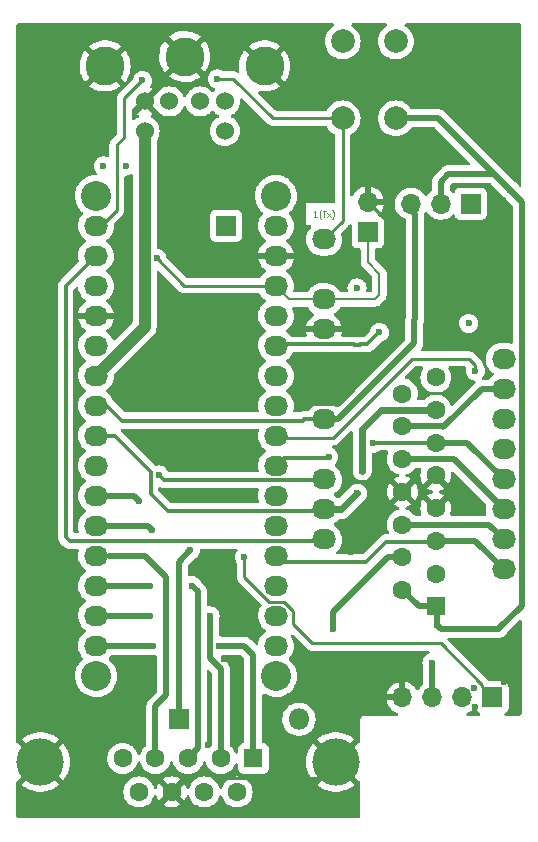
<source format=gbr>
%TF.GenerationSoftware,KiCad,Pcbnew,(6.0.2)*%
%TF.CreationDate,2024-04-06T20:18:03+01:00*%
%TF.ProjectId,amigaps2 revision1.6,616d6967-6170-4733-9220-726576697369,rev?*%
%TF.SameCoordinates,Original*%
%TF.FileFunction,Copper,L1,Top*%
%TF.FilePolarity,Positive*%
%FSLAX46Y46*%
G04 Gerber Fmt 4.6, Leading zero omitted, Abs format (unit mm)*
G04 Created by KiCad (PCBNEW (6.0.2)) date 2024-04-06 20:18:03*
%MOMM*%
%LPD*%
G01*
G04 APERTURE LIST*
%ADD10C,0.050000*%
%TA.AperFunction,NonConductor*%
%ADD11C,0.050000*%
%TD*%
%TA.AperFunction,ComponentPad*%
%ADD12O,2.032000X1.727200*%
%TD*%
%TA.AperFunction,ComponentPad*%
%ADD13C,2.540000*%
%TD*%
%TA.AperFunction,ComponentPad*%
%ADD14R,1.700000X1.700000*%
%TD*%
%TA.AperFunction,ComponentPad*%
%ADD15O,1.700000X1.700000*%
%TD*%
%TA.AperFunction,ComponentPad*%
%ADD16C,1.600000*%
%TD*%
%TA.AperFunction,ComponentPad*%
%ADD17C,4.000000*%
%TD*%
%TA.AperFunction,ComponentPad*%
%ADD18R,1.600000X1.600000*%
%TD*%
%TA.AperFunction,ComponentPad*%
%ADD19R,1.800000X1.800000*%
%TD*%
%TA.AperFunction,ComponentPad*%
%ADD20O,1.800000X1.800000*%
%TD*%
%TA.AperFunction,ComponentPad*%
%ADD21C,1.524000*%
%TD*%
%TA.AperFunction,ComponentPad*%
%ADD22C,3.300000*%
%TD*%
%TA.AperFunction,ComponentPad*%
%ADD23C,2.000000*%
%TD*%
%TA.AperFunction,ViaPad*%
%ADD24C,0.600000*%
%TD*%
%TA.AperFunction,Conductor*%
%ADD25C,0.500000*%
%TD*%
%TA.AperFunction,Conductor*%
%ADD26C,0.300000*%
%TD*%
%TA.AperFunction,Conductor*%
%ADD27C,0.250000*%
%TD*%
%TA.AperFunction,Conductor*%
%ADD28C,0.200000*%
%TD*%
%TA.AperFunction,Conductor*%
%ADD29C,1.000000*%
%TD*%
%TA.AperFunction,Conductor*%
%ADD30C,0.350000*%
%TD*%
%TA.AperFunction,Conductor*%
%ADD31C,0.600000*%
%TD*%
G04 APERTURE END LIST*
D10*
D11*
X158166666Y-70457190D02*
X157880952Y-70457190D01*
X158023809Y-70457190D02*
X158023809Y-69957190D01*
X157976190Y-70028619D01*
X157928571Y-70076238D01*
X157880952Y-70100047D01*
X158523809Y-70647666D02*
X158500000Y-70623857D01*
X158452380Y-70552428D01*
X158428571Y-70504809D01*
X158404761Y-70433380D01*
X158380952Y-70314333D01*
X158380952Y-70219095D01*
X158404761Y-70100047D01*
X158428571Y-70028619D01*
X158452380Y-69981000D01*
X158500000Y-69909571D01*
X158523809Y-69885761D01*
X158642857Y-69957190D02*
X158928571Y-69957190D01*
X158785714Y-70457190D02*
X158785714Y-69957190D01*
X159047619Y-70457190D02*
X159309523Y-70123857D01*
X159047619Y-70123857D02*
X159309523Y-70457190D01*
X159452380Y-70647666D02*
X159476190Y-70623857D01*
X159523809Y-70552428D01*
X159547619Y-70504809D01*
X159571428Y-70433380D01*
X159595238Y-70314333D01*
X159595238Y-70219095D01*
X159571428Y-70100047D01*
X159547619Y-70028619D01*
X159523809Y-69981000D01*
X159476190Y-69909571D01*
X159452380Y-69885761D01*
D12*
%TO.P,P1,1*%
%TO.N,/1(Tx)*%
X139446000Y-71247000D03*
%TO.P,P1,2*%
%TO.N,/0(Rx)*%
X139446000Y-73787000D03*
%TO.P,P1,3*%
%TO.N,/Reset*%
X139446000Y-76327000D03*
%TO.P,P1,4*%
%TO.N,GND*%
X139446000Y-78867000D03*
%TO.P,P1,5*%
%TO.N,/2*%
X139446000Y-81407000D03*
%TO.P,P1,6*%
%TO.N,/3(\u002A\u002A)*%
X139446000Y-83947000D03*
%TO.P,P1,7*%
%TO.N,/4*%
X139446000Y-86487000D03*
%TO.P,P1,9*%
%TO.N,/6(\u002A\u002A)*%
X139446000Y-91567000D03*
%TO.P,P1,10*%
%TO.N,/7*%
X139446000Y-94107000D03*
%TO.P,P1,11*%
%TO.N,/8*%
X139446000Y-96647000D03*
%TO.P,P1,12*%
%TO.N,/9(\u002A\u002A)*%
X139446000Y-99187000D03*
%TO.P,P1,13*%
%TO.N,/10(\u002A\u002A/SS)*%
X139446000Y-101727000D03*
%TO.P,P1,14*%
%TO.N,/11(\u002A\u002A/MOSI)*%
X139446000Y-104267000D03*
%TO.P,P1,15*%
%TO.N,/12(MISO)*%
X139446000Y-106807000D03*
%TO.P,P1,D5*%
%TO.N,5*%
X139446000Y-89027000D03*
%TD*%
%TO.P,P2,1*%
%TO.N,/Vin*%
X154686000Y-71247000D03*
%TO.P,P2,2*%
%TO.N,GND*%
X154686000Y-73787000D03*
%TO.P,P2,3*%
%TO.N,/Reset*%
X154686000Y-76327000D03*
%TO.P,P2,4*%
%TO.N,+5V*%
X154686000Y-78867000D03*
%TO.P,P2,5*%
%TO.N,/A7*%
X154686000Y-81407000D03*
%TO.P,P2,6*%
%TO.N,/A6*%
X154686000Y-83947000D03*
%TO.P,P2,7*%
%TO.N,/A5*%
X154686000Y-86487000D03*
%TO.P,P2,8*%
%TO.N,/A4*%
X154686000Y-89027000D03*
%TO.P,P2,9*%
%TO.N,/A3*%
X154686000Y-91567000D03*
%TO.P,P2,10*%
%TO.N,/A2*%
X154686000Y-94107000D03*
%TO.P,P2,11*%
%TO.N,/A1*%
X154686000Y-96647000D03*
%TO.P,P2,12*%
%TO.N,/A0*%
X154686000Y-99187000D03*
%TO.P,P2,13*%
%TO.N,/AREF*%
X154686000Y-101727000D03*
%TO.P,P2,14*%
%TO.N,+3V3*%
X154686000Y-104267000D03*
%TO.P,P2,15*%
%TO.N,/13(SCK)*%
X154686000Y-106807000D03*
%TD*%
D13*
%TO.P,P3,1*%
%TO.N,Net-(P3-Pad1)*%
X139446000Y-68707000D03*
%TD*%
%TO.P,P4,1*%
%TO.N,Net-(P4-Pad1)*%
X139446000Y-109347000D03*
%TD*%
%TO.P,P5,1*%
%TO.N,Net-(P5-Pad1)*%
X154686000Y-109347000D03*
%TD*%
%TO.P,P6,1*%
%TO.N,Net-(P6-Pad1)*%
X154686000Y-68707000D03*
%TD*%
D12*
%TO.P,,A1*%
%TO.N,/A1*%
X173959507Y-97770000D03*
%TD*%
%TO.P,,A6*%
%TO.N,/A6*%
X173959507Y-85070000D03*
%TD*%
D14*
%TO.P,REF\u002A\u002A,1*%
%TO.N,/Reset*%
X162458400Y-71780400D03*
D15*
%TO.P,REF\u002A\u002A,2*%
%TO.N,GND*%
X162458400Y-69240400D03*
%TD*%
D16*
%TO.P,,12*%
%TO.N,GND*%
X165384200Y-93759200D03*
%TD*%
D12*
%TO.P,,A2*%
%TO.N,/A2*%
X173959507Y-95230000D03*
%TD*%
%TO.P,,3*%
%TO.N,GND*%
X158750000Y-80010000D03*
%TD*%
D16*
%TO.P,,X2*%
%TO.N,/A1*%
X165384200Y-96529200D03*
%TD*%
D12*
%TO.P,,A0*%
%TO.N,/A0*%
X173959507Y-100310000D03*
%TD*%
%TO.P,,A4*%
%TO.N,/A4*%
X173959507Y-90150000D03*
%TD*%
%TO.P,,A5*%
%TO.N,/A5*%
X173959507Y-87610000D03*
%TD*%
D16*
%TO.P,,9*%
%TO.N,+5V*%
X165384200Y-102069200D03*
%TD*%
D14*
%TO.P,CONFIG,1*%
%TO.N,/A7*%
X171181000Y-69367000D03*
D15*
%TO.P,CONFIG,2*%
%TO.N,+5V*%
X168641000Y-69367000D03*
%TO.P,CONFIG,3*%
%TO.N,/4*%
X166101000Y-69367000D03*
%TD*%
D16*
%TO.P,,Y1*%
%TO.N,/A3*%
X168224200Y-89604200D03*
%TD*%
D12*
%TO.P,,4*%
%TO.N,/4*%
X158750000Y-87630000D03*
%TD*%
D17*
%TO.P,Female DSUB9 connector,0*%
%TO.N,GND*%
X134741000Y-116632000D03*
X159741000Y-116632000D03*
D16*
%TO.P,Female DSUB9 connector,7*%
%TO.N,N/C*%
X148626000Y-119172000D03*
%TO.P,Female DSUB9 connector,8*%
%TO.N,GND*%
X145856000Y-119172000D03*
%TO.P,Female DSUB9 connector,HPulse*%
%TO.N,/11(\u002A\u002A/MOSI)*%
X150011000Y-116332000D03*
%TO.P,Female DSUB9 connector,HQPulse*%
%TO.N,/9(\u002A\u002A)*%
X144471000Y-116332000D03*
%TO.P,Female DSUB9 connector,LMB*%
%TO.N,/8*%
X151396000Y-119172000D03*
%TO.P,Female DSUB9 connector,MMB*%
%TO.N,/6(\u002A\u002A)*%
X141701000Y-116332000D03*
%TO.P,Female DSUB9 connector,RMB*%
%TO.N,/7*%
X143086000Y-119172000D03*
D18*
%TO.P,Female DSUB9 connector,VPulse*%
%TO.N,/12(MISO)*%
X152781000Y-116332000D03*
D16*
%TO.P,Female DSUB9 connector,VQPulse*%
%TO.N,/10(\u002A\u002A/SS)*%
X147241000Y-116332000D03*
%TD*%
D19*
%TO.P,DIODE,1*%
%TO.N,+5V*%
X146470000Y-113010000D03*
D20*
%TO.P,DIODE,2*%
%TO.N,N/C*%
X156630000Y-113010000D03*
%TD*%
D12*
%TO.P,,7*%
%TO.N,5*%
X158750000Y-95250000D03*
%TD*%
D16*
%TO.P,,4*%
%TO.N,GND*%
X168224200Y-95144200D03*
%TD*%
%TO.P,,8*%
%TO.N,+5V*%
X168224200Y-84064200D03*
%TD*%
D21*
%TO.P,J1,3*%
%TO.N,GND*%
X143568000Y-60706000D03*
%TO.P,J1,4*%
%TO.N,+5V*%
X150368000Y-60706000D03*
D22*
%TO.P,J1,7*%
%TO.N,GND*%
X146968000Y-56906000D03*
X140218000Y-57706000D03*
X153718000Y-57706000D03*
D21*
%TO.P,J1,CLK*%
%TO.N,/3(\u002A\u002A)*%
X143568000Y-63206000D03*
%TO.P,J1,CLK2*%
%TO.N,N/C*%
X150368000Y-63206000D03*
%TO.P,J1,DATA*%
%TO.N,/2*%
X145668000Y-60706000D03*
%TO.P,J1,DATA2*%
%TO.N,N/C*%
X148268000Y-60706000D03*
%TD*%
D18*
%TO.P,,1*%
%TO.N,+5V*%
X168224200Y-103454200D03*
%TD*%
D14*
%TO.P,REF\u002A\u002A,1*%
%TO.N,/A4*%
X173020000Y-111175000D03*
D15*
%TO.P,REF\u002A\u002A,2*%
%TO.N,/A5*%
X170480000Y-111175000D03*
%TO.P,REF\u002A\u002A,3*%
%TO.N,+5V*%
X167940000Y-111175000D03*
%TO.P,REF\u002A\u002A,4*%
%TO.N,GND*%
X165400000Y-111175000D03*
%TD*%
D12*
%TO.P,,Reset*%
%TO.N,/Reset*%
X158750000Y-77470000D03*
%TD*%
D16*
%TO.P,,Y2*%
%TO.N,/A2*%
X165384200Y-90989200D03*
%TD*%
D12*
%TO.P,,A7*%
%TO.N,/A7*%
X173959507Y-82530000D03*
%TD*%
D16*
%TO.P,,2*%
%TO.N,/0(Rx)*%
X168224200Y-100684200D03*
%TD*%
D12*
%TO.P,,A3*%
%TO.N,/A3*%
X173959507Y-92690000D03*
%TD*%
%TO.P,,8*%
%TO.N,/0(Rx)*%
X158750000Y-97790000D03*
%TD*%
D16*
%TO.P,,X1*%
%TO.N,/A0*%
X168224200Y-97914200D03*
%TD*%
D23*
%TO.P,MouseDPI,1*%
%TO.N,+5V*%
X164846000Y-62126000D03*
%TO.N,N/C*%
X164846000Y-55626000D03*
%TO.P,MouseDPI,2*%
%TO.N,/1(Tx)*%
X160346000Y-62126000D03*
%TO.N,N/C*%
X160346000Y-55626000D03*
%TD*%
D14*
%TO.P,REF\u002A\u002A,1*%
%TO.N,+5V*%
X150469600Y-71221600D03*
%TD*%
D16*
%TO.P,,10*%
%TO.N,/13(SCK)*%
X165384200Y-99299200D03*
%TD*%
%TO.P,,15*%
%TO.N,N/C*%
X165384200Y-85449200D03*
%TD*%
D12*
%TO.P,,1(Tx)*%
%TO.N,/1(Tx)*%
X158750000Y-72390000D03*
%TD*%
%TO.P,,6*%
%TO.N,/6(\u002A\u002A)*%
X158750000Y-92710000D03*
%TD*%
D16*
%TO.P,,7*%
%TO.N,5*%
X168224200Y-86834200D03*
%TD*%
%TO.P,,14*%
%TO.N,/A6*%
X165384200Y-88219200D03*
%TD*%
%TO.P,,5*%
%TO.N,GND*%
X168224200Y-92374200D03*
%TD*%
D24*
%TO.N,GND*%
X164600000Y-78740000D03*
X168410000Y-74460000D03*
%TO.N,+5V*%
X167890000Y-108240000D03*
X168350000Y-105020000D03*
%TO.N,GND*%
X148780000Y-99710000D03*
%TO.N,/1(Tx)*%
X143383000Y-58928000D03*
X149733000Y-58801000D03*
%TO.N,/Reset*%
X144600000Y-74000000D03*
%TO.N,GND*%
X162560000Y-111760000D03*
X149200000Y-94200000D03*
X162600000Y-108600000D03*
X171484300Y-110337745D03*
X157480000Y-86360000D03*
X161671000Y-95504000D03*
X149987000Y-117983000D03*
X148779685Y-117379685D03*
X148350000Y-74850000D03*
X153035000Y-117983000D03*
X162179000Y-97282000D03*
X150495000Y-105283000D03*
X174050000Y-75200000D03*
X148350000Y-79750000D03*
X161080000Y-98850000D03*
X145950000Y-93750000D03*
X161290000Y-82550000D03*
X166430000Y-84020000D03*
X152146000Y-105283000D03*
X167190000Y-85420000D03*
X171559602Y-111984702D03*
X149300000Y-90600000D03*
X145950000Y-89600000D03*
X150450000Y-74850000D03*
X169200000Y-85360000D03*
X148971000Y-115189000D03*
X174015400Y-109829600D03*
X170040000Y-84520000D03*
X173900000Y-78550000D03*
X150300000Y-107900000D03*
%TO.N,/6(\u002A\u002A)*%
X144780000Y-92329000D03*
%TO.N,/7*%
X143120000Y-94560000D03*
%TO.N,/8*%
X144180000Y-96990000D03*
%TO.N,/10(\u002A\u002A/SS)*%
X144018000Y-101727000D03*
X147590000Y-101700000D03*
%TO.N,+5V*%
X174498000Y-68199000D03*
X140081000Y-66167000D03*
X147447000Y-98679000D03*
X141986000Y-66167000D03*
X161550000Y-76500000D03*
%TO.N,/A7*%
X163449000Y-80264000D03*
X171000000Y-79500000D03*
%TO.N,/A4*%
X171560000Y-83530000D03*
X152019000Y-99314000D03*
%TO.N,/A3*%
X159160000Y-90810000D03*
X162941000Y-89662000D03*
%TO.N,/13(SCK)*%
X159510000Y-105390000D03*
%TO.N,/11(\u002A\u002A/MOSI)*%
X149098000Y-104267000D03*
X144018000Y-104267000D03*
%TO.N,/12(MISO)*%
X149847500Y-106800000D03*
X144272000Y-106807000D03*
%TO.N,5*%
X161582100Y-93891100D03*
X161979781Y-91982878D03*
%TD*%
D25*
%TO.N,/8*%
X143837000Y-96647000D02*
X139446000Y-96647000D01*
X144180000Y-96990000D02*
X143837000Y-96647000D01*
D26*
%TO.N,5*%
X144080000Y-92050000D02*
X141057000Y-89027000D01*
X141057000Y-89027000D02*
X139446000Y-89027000D01*
X144080000Y-93915000D02*
X144080000Y-92050000D01*
X158623000Y-95377000D02*
X145542000Y-95377000D01*
X158750000Y-95250000D02*
X158623000Y-95377000D01*
X145542000Y-95377000D02*
X144080000Y-93915000D01*
D25*
%TO.N,+5V*%
X174224500Y-67925500D02*
X168425000Y-62126000D01*
X169280000Y-66870000D02*
X173169000Y-66870000D01*
X174498000Y-68199000D02*
X174224500Y-67925500D01*
X168641000Y-67509000D02*
X169280000Y-66870000D01*
X168641000Y-69367000D02*
X168641000Y-67509000D01*
X173169000Y-66870000D02*
X174224500Y-67925500D01*
X168425000Y-62126000D02*
X164846000Y-62126000D01*
D27*
%TO.N,GND*%
X162179000Y-97751000D02*
X162179000Y-97282000D01*
X161080000Y-98850000D02*
X162179000Y-97751000D01*
D26*
%TO.N,/A0*%
X155209000Y-99710000D02*
X154686000Y-99187000D01*
X162300000Y-99710000D02*
X155209000Y-99710000D01*
X164010000Y-98000000D02*
X162300000Y-99710000D01*
X167997924Y-98000000D02*
X164010000Y-98000000D01*
X168224200Y-98226276D02*
X167997924Y-98000000D01*
D25*
%TO.N,+5V*%
X167890000Y-111125000D02*
X167940000Y-111175000D01*
X167890000Y-108240000D02*
X167890000Y-111125000D01*
X173570000Y-105300000D02*
X175480000Y-103390000D01*
X171080000Y-105340000D02*
X168670000Y-105340000D01*
X168350000Y-103580000D02*
X168224200Y-103454200D01*
X168350000Y-105020000D02*
X168350000Y-103580000D01*
X168670000Y-105340000D02*
X168350000Y-105020000D01*
D27*
%TO.N,/A4*%
X152019000Y-100965000D02*
X152019000Y-99314000D01*
X154132880Y-103078880D02*
X152019000Y-100965000D01*
X155330535Y-103078880D02*
X154132880Y-103078880D01*
X156100000Y-103848345D02*
X155330535Y-103078880D01*
X156100000Y-104919000D02*
X156100000Y-103848345D01*
X172108811Y-110079063D02*
X168627868Y-106598120D01*
X172108811Y-110263811D02*
X172108811Y-110079063D01*
X173024800Y-111179800D02*
X172108811Y-110263811D01*
X157779120Y-106598120D02*
X156100000Y-104919000D01*
X168627868Y-106598120D02*
X157779120Y-106598120D01*
%TO.N,GND*%
X162560000Y-111760000D02*
X163145000Y-111175000D01*
X163145000Y-111175000D02*
X165400000Y-111175000D01*
D25*
%TO.N,+5V*%
X166769200Y-103454200D02*
X165384200Y-102069200D01*
X168224200Y-103454200D02*
X166769200Y-103454200D01*
X173570000Y-105350000D02*
X173570000Y-105300000D01*
X173570000Y-105350000D02*
X171090000Y-105350000D01*
D27*
X171090000Y-105350000D02*
X171080000Y-105340000D01*
D25*
X175480000Y-103390000D02*
X175480000Y-69181000D01*
X175480000Y-69181000D02*
X174498000Y-68199000D01*
%TO.N,/A6*%
X168870000Y-88310000D02*
X172110000Y-85070000D01*
X168779200Y-88219200D02*
X168870000Y-88310000D01*
X172110000Y-85070000D02*
X173959507Y-85070000D01*
X165384200Y-88219200D02*
X168779200Y-88219200D01*
D27*
%TO.N,/A4*%
X166200000Y-82500000D02*
X159500000Y-89200000D01*
X159500000Y-89200000D02*
X154859000Y-89200000D01*
X171000000Y-82500000D02*
X166200000Y-82500000D01*
X171560000Y-83060000D02*
X171000000Y-82500000D01*
X171560000Y-83530000D02*
X171560000Y-83060000D01*
X154859000Y-89200000D02*
X154686000Y-89027000D01*
D25*
%TO.N,+5V*%
X146443489Y-99682511D02*
X147447000Y-98679000D01*
X146443489Y-110893489D02*
X146443489Y-99682511D01*
X146460000Y-110910000D02*
X146443489Y-110893489D01*
X146460000Y-113020000D02*
X146460000Y-110910000D01*
%TO.N,/10(\u002A\u002A/SS)*%
X148082000Y-115491000D02*
X147241000Y-116332000D01*
X148082000Y-102192000D02*
X148082000Y-115491000D01*
X147590000Y-101700000D02*
X148082000Y-102192000D01*
D27*
%TO.N,/1(Tx)*%
X160346000Y-70794000D02*
X158750000Y-72390000D01*
X151091000Y-58801000D02*
X149733000Y-58801000D01*
X160346000Y-62126000D02*
X154416000Y-62126000D01*
X141224000Y-64389000D02*
X141224000Y-69876000D01*
X154416000Y-62126000D02*
X151091000Y-58801000D01*
X141224000Y-69876000D02*
X139853000Y-71247000D01*
X143383000Y-58928000D02*
X141859000Y-60452000D01*
X139853000Y-71247000D02*
X139446000Y-71247000D01*
X160346000Y-62126000D02*
X160346000Y-70794000D01*
X141859000Y-60452000D02*
X141859000Y-63754000D01*
X141859000Y-63754000D02*
X141224000Y-64389000D01*
D26*
%TO.N,/0(Rx)*%
X137207000Y-97917000D02*
X136880000Y-97590000D01*
X158750000Y-97790000D02*
X158623000Y-97917000D01*
X158623000Y-97917000D02*
X137207000Y-97917000D01*
X136880000Y-76353000D02*
X139446000Y-73787000D01*
X136880000Y-97590000D02*
X136880000Y-76353000D01*
D28*
%TO.N,/Reset*%
X155829000Y-77470000D02*
X154686000Y-76327000D01*
X163449000Y-77089000D02*
X163068000Y-77470000D01*
X163068000Y-77470000D02*
X158750000Y-77470000D01*
X158750000Y-77470000D02*
X155829000Y-77470000D01*
D27*
X154686000Y-76327000D02*
X146927000Y-76327000D01*
D28*
X162458400Y-71780400D02*
X162458400Y-74320400D01*
D27*
X146927000Y-76327000D02*
X144600000Y-74000000D01*
D28*
X163449000Y-75311000D02*
X163449000Y-77089000D01*
X162458400Y-74320400D02*
X163449000Y-75311000D01*
D27*
%TO.N,GND*%
X167190000Y-85420000D02*
X169140000Y-85420000D01*
X162458400Y-69240400D02*
X164338000Y-71120000D01*
X158390000Y-117983000D02*
X159741000Y-116632000D01*
X161671000Y-96774000D02*
X161671000Y-95504000D01*
X161290000Y-82550000D02*
X161290000Y-85090000D01*
X164338000Y-71120000D02*
X164338000Y-77978000D01*
X169140000Y-85420000D02*
X169200000Y-85360000D01*
X164338000Y-77978000D02*
X162498711Y-79817289D01*
X160020000Y-86360000D02*
X157480000Y-86360000D01*
X158942711Y-79817289D02*
X158750000Y-80010000D01*
X149987000Y-117983000D02*
X153035000Y-117983000D01*
X169200000Y-85360000D02*
X170040000Y-84520000D01*
X162179000Y-97282000D02*
X161671000Y-96774000D01*
X153035000Y-117983000D02*
X158390000Y-117983000D01*
D25*
X152146000Y-105283000D02*
X150495000Y-105283000D01*
D27*
X162600000Y-108600000D02*
X162560000Y-108640000D01*
X162560000Y-108640000D02*
X162560000Y-111760000D01*
X162498711Y-79817289D02*
X158942711Y-79817289D01*
X161290000Y-85090000D02*
X160020000Y-86360000D01*
D29*
%TO.N,/3(\u002A\u002A)*%
X143568000Y-63206000D02*
X143568000Y-79825000D01*
X143568000Y-79825000D02*
X139446000Y-83947000D01*
D30*
%TO.N,/4*%
X158750000Y-87630000D02*
X157030000Y-87630000D01*
D25*
X166400000Y-79218000D02*
X166400000Y-81200000D01*
D30*
X157030000Y-87630000D02*
X156934880Y-87725120D01*
D25*
X166497000Y-79121000D02*
X166400000Y-79218000D01*
X166400000Y-81200000D02*
X159970000Y-87630000D01*
D30*
X156934880Y-87725120D02*
X141625120Y-87725120D01*
D25*
X165912800Y-69672200D02*
X166497000Y-70256400D01*
X159970000Y-87630000D02*
X158750000Y-87630000D01*
X166497000Y-70256400D02*
X166497000Y-79121000D01*
D30*
X141625120Y-87725120D02*
X140387000Y-86487000D01*
X140387000Y-86487000D02*
X139446000Y-86487000D01*
D26*
%TO.N,/6(\u002A\u002A)*%
X145231120Y-92780120D02*
X144780000Y-92329000D01*
X158679880Y-92780120D02*
X145231120Y-92780120D01*
X158750000Y-92710000D02*
X158679880Y-92780120D01*
D25*
%TO.N,/7*%
X142667000Y-94107000D02*
X139446000Y-94107000D01*
X143120000Y-94560000D02*
X142667000Y-94107000D01*
D27*
%TO.N,/9(\u002A\u002A)*%
X140589000Y-99187000D02*
X139446000Y-99187000D01*
D25*
X144471000Y-111917978D02*
X145415000Y-110973978D01*
X144471000Y-116332000D02*
X144471000Y-111917978D01*
X143637000Y-99187000D02*
X140589000Y-99187000D01*
X145415000Y-100965000D02*
X143637000Y-99187000D01*
X145415000Y-110973978D02*
X145415000Y-100965000D01*
%TO.N,/10(\u002A\u002A/SS)*%
X144018000Y-101727000D02*
X139446000Y-101727000D01*
D27*
%TO.N,+5V*%
X146431000Y-113157000D02*
X146460000Y-113128000D01*
X146460000Y-113128000D02*
X146460000Y-113020000D01*
D26*
%TO.N,/A7*%
X161274963Y-81294511D02*
X161260452Y-81280000D01*
X162433000Y-81280000D02*
X161827548Y-81280000D01*
X161260452Y-81280000D02*
X154813000Y-81280000D01*
X163449000Y-80264000D02*
X162433000Y-81280000D01*
X161813037Y-81294511D02*
X161274963Y-81294511D01*
X161827548Y-81280000D02*
X161813037Y-81294511D01*
D27*
X154813000Y-81280000D02*
X154686000Y-81407000D01*
D25*
%TO.N,/A3*%
X168224200Y-89604200D02*
X170873707Y-89604200D01*
D26*
X159160000Y-90810000D02*
X159090000Y-90880000D01*
D25*
X170873707Y-89604200D02*
X173959507Y-92690000D01*
D26*
X168224200Y-89604200D02*
X165235489Y-89604200D01*
X155373000Y-90880000D02*
X154686000Y-91567000D01*
X159090000Y-90880000D02*
X155373000Y-90880000D01*
X165235489Y-89604200D02*
X162998800Y-89604200D01*
X162998800Y-89604200D02*
X162941000Y-89662000D01*
D25*
%TO.N,/A2*%
X169718707Y-90989200D02*
X165384200Y-90989200D01*
X169718707Y-90989200D02*
X173959507Y-95230000D01*
%TO.N,/A1*%
X172718707Y-96529200D02*
X173959507Y-97770000D01*
X165384200Y-96529200D02*
X172718707Y-96529200D01*
%TO.N,/A0*%
X171563707Y-97914200D02*
X173959507Y-100310000D01*
X168224200Y-97914200D02*
X171563707Y-97914200D01*
X168224200Y-97914200D02*
X168224200Y-98226276D01*
%TO.N,/13(SCK)*%
X159510000Y-105390000D02*
X159510000Y-103920000D01*
X159510000Y-103920000D02*
X164130800Y-99299200D01*
X164130800Y-99299200D02*
X165384200Y-99299200D01*
%TO.N,/11(\u002A\u002A/MOSI)*%
X149098000Y-107823000D02*
X149098000Y-104267000D01*
X150011000Y-116332000D02*
X150011000Y-108736000D01*
X144018000Y-104267000D02*
X139446000Y-104267000D01*
X150011000Y-108736000D02*
X149098000Y-107823000D01*
%TO.N,/12(MISO)*%
X149847500Y-106800000D02*
X152012000Y-106800000D01*
X152012000Y-106800000D02*
X152781000Y-107569000D01*
X152781000Y-107569000D02*
X152781000Y-116332000D01*
X144272000Y-106807000D02*
X139446000Y-106807000D01*
D31*
%TO.N,5*%
X160223200Y-95250000D02*
X158750000Y-95250000D01*
X161979781Y-91982878D02*
X161975800Y-91978897D01*
X161975800Y-91978897D02*
X161975800Y-88468200D01*
X163609800Y-86834200D02*
X168224200Y-86834200D01*
X161975800Y-88468200D02*
X163609800Y-86834200D01*
X161582100Y-93891100D02*
X160223200Y-95250000D01*
%TD*%
%TA.AperFunction,Conductor*%
%TO.N,GND*%
G36*
X159567210Y-54122002D02*
G01*
X159613703Y-54175658D01*
X159623807Y-54245932D01*
X159594313Y-54310512D01*
X159564925Y-54335432D01*
X159456584Y-54401824D01*
X159276031Y-54556031D01*
X159121824Y-54736584D01*
X159119245Y-54740792D01*
X159119241Y-54740798D01*
X159000346Y-54934817D01*
X158997760Y-54939037D01*
X158995867Y-54943607D01*
X158995865Y-54943611D01*
X158914268Y-55140605D01*
X158906895Y-55158406D01*
X158851465Y-55389289D01*
X158832835Y-55626000D01*
X158851465Y-55862711D01*
X158852619Y-55867518D01*
X158852620Y-55867524D01*
X158886927Y-56010422D01*
X158906895Y-56093594D01*
X158908788Y-56098165D01*
X158908789Y-56098167D01*
X158991769Y-56298499D01*
X158997760Y-56312963D01*
X159000346Y-56317183D01*
X159119241Y-56511202D01*
X159119245Y-56511208D01*
X159121824Y-56515416D01*
X159276031Y-56695969D01*
X159456584Y-56850176D01*
X159460792Y-56852755D01*
X159460798Y-56852759D01*
X159625623Y-56953764D01*
X159659037Y-56974240D01*
X159663607Y-56976133D01*
X159663611Y-56976135D01*
X159873833Y-57063211D01*
X159878406Y-57065105D01*
X159958609Y-57084360D01*
X160104476Y-57119380D01*
X160104482Y-57119381D01*
X160109289Y-57120535D01*
X160346000Y-57139165D01*
X160582711Y-57120535D01*
X160587518Y-57119381D01*
X160587524Y-57119380D01*
X160733391Y-57084360D01*
X160813594Y-57065105D01*
X160818167Y-57063211D01*
X161028389Y-56976135D01*
X161028393Y-56976133D01*
X161032963Y-56974240D01*
X161066377Y-56953764D01*
X161231202Y-56852759D01*
X161231208Y-56852755D01*
X161235416Y-56850176D01*
X161415969Y-56695969D01*
X161570176Y-56515416D01*
X161572755Y-56511208D01*
X161572759Y-56511202D01*
X161691654Y-56317183D01*
X161694240Y-56312963D01*
X161700232Y-56298499D01*
X161783211Y-56098167D01*
X161783212Y-56098165D01*
X161785105Y-56093594D01*
X161805073Y-56010422D01*
X161839380Y-55867524D01*
X161839381Y-55867518D01*
X161840535Y-55862711D01*
X161859165Y-55626000D01*
X161840535Y-55389289D01*
X161785105Y-55158406D01*
X161777732Y-55140605D01*
X161696135Y-54943611D01*
X161696133Y-54943607D01*
X161694240Y-54939037D01*
X161691654Y-54934817D01*
X161572759Y-54740798D01*
X161572755Y-54740792D01*
X161570176Y-54736584D01*
X161415969Y-54556031D01*
X161235416Y-54401824D01*
X161127076Y-54335433D01*
X161079445Y-54282785D01*
X161067838Y-54212744D01*
X161095941Y-54147546D01*
X161154832Y-54107892D01*
X161192911Y-54102000D01*
X163999089Y-54102000D01*
X164067210Y-54122002D01*
X164113703Y-54175658D01*
X164123807Y-54245932D01*
X164094313Y-54310512D01*
X164064925Y-54335432D01*
X163956584Y-54401824D01*
X163776031Y-54556031D01*
X163621824Y-54736584D01*
X163619245Y-54740792D01*
X163619241Y-54740798D01*
X163500346Y-54934817D01*
X163497760Y-54939037D01*
X163495867Y-54943607D01*
X163495865Y-54943611D01*
X163414268Y-55140605D01*
X163406895Y-55158406D01*
X163351465Y-55389289D01*
X163332835Y-55626000D01*
X163351465Y-55862711D01*
X163352619Y-55867518D01*
X163352620Y-55867524D01*
X163386927Y-56010422D01*
X163406895Y-56093594D01*
X163408788Y-56098165D01*
X163408789Y-56098167D01*
X163491769Y-56298499D01*
X163497760Y-56312963D01*
X163500346Y-56317183D01*
X163619241Y-56511202D01*
X163619245Y-56511208D01*
X163621824Y-56515416D01*
X163776031Y-56695969D01*
X163956584Y-56850176D01*
X163960792Y-56852755D01*
X163960798Y-56852759D01*
X164125623Y-56953764D01*
X164159037Y-56974240D01*
X164163607Y-56976133D01*
X164163611Y-56976135D01*
X164373833Y-57063211D01*
X164378406Y-57065105D01*
X164458609Y-57084360D01*
X164604476Y-57119380D01*
X164604482Y-57119381D01*
X164609289Y-57120535D01*
X164846000Y-57139165D01*
X165082711Y-57120535D01*
X165087518Y-57119381D01*
X165087524Y-57119380D01*
X165233391Y-57084360D01*
X165313594Y-57065105D01*
X165318167Y-57063211D01*
X165528389Y-56976135D01*
X165528393Y-56976133D01*
X165532963Y-56974240D01*
X165566377Y-56953764D01*
X165731202Y-56852759D01*
X165731208Y-56852755D01*
X165735416Y-56850176D01*
X165915969Y-56695969D01*
X166070176Y-56515416D01*
X166072755Y-56511208D01*
X166072759Y-56511202D01*
X166191654Y-56317183D01*
X166194240Y-56312963D01*
X166200232Y-56298499D01*
X166283211Y-56098167D01*
X166283212Y-56098165D01*
X166285105Y-56093594D01*
X166305073Y-56010422D01*
X166339380Y-55867524D01*
X166339381Y-55867518D01*
X166340535Y-55862711D01*
X166359165Y-55626000D01*
X166340535Y-55389289D01*
X166285105Y-55158406D01*
X166277732Y-55140605D01*
X166196135Y-54943611D01*
X166196133Y-54943607D01*
X166194240Y-54939037D01*
X166191654Y-54934817D01*
X166072759Y-54740798D01*
X166072755Y-54740792D01*
X166070176Y-54736584D01*
X165915969Y-54556031D01*
X165735416Y-54401824D01*
X165627076Y-54335433D01*
X165579445Y-54282785D01*
X165567838Y-54212744D01*
X165595941Y-54147546D01*
X165654832Y-54107892D01*
X165692911Y-54102000D01*
X175334306Y-54102000D01*
X175402427Y-54122002D01*
X175448920Y-54175658D01*
X175460306Y-54227875D01*
X175467431Y-61386069D01*
X175473802Y-67786276D01*
X175473813Y-67797817D01*
X175453879Y-67865957D01*
X175400269Y-67912503D01*
X175330005Y-67922677D01*
X175265395Y-67893249D01*
X175258718Y-67887037D01*
X175256908Y-67885227D01*
X175233281Y-67851858D01*
X175231745Y-67847448D01*
X175228014Y-67841477D01*
X175228012Y-67841473D01*
X175139359Y-67699598D01*
X175135626Y-67693624D01*
X175130664Y-67688627D01*
X175012778Y-67569915D01*
X175012774Y-67569912D01*
X175007815Y-67564918D01*
X174940074Y-67521928D01*
X174860619Y-67471505D01*
X174860620Y-67471505D01*
X174854666Y-67467727D01*
X174848026Y-67465363D01*
X174845532Y-67464146D01*
X174811675Y-67439994D01*
X173752770Y-66381089D01*
X173740384Y-66366677D01*
X173731851Y-66355082D01*
X173731846Y-66355077D01*
X173727508Y-66349182D01*
X173721930Y-66344443D01*
X173721927Y-66344440D01*
X173687232Y-66314965D01*
X173679716Y-66308035D01*
X169008770Y-61637089D01*
X168996384Y-61622677D01*
X168987851Y-61611082D01*
X168987846Y-61611077D01*
X168983508Y-61605182D01*
X168977930Y-61600443D01*
X168977927Y-61600440D01*
X168943232Y-61570965D01*
X168935716Y-61564035D01*
X168930021Y-61558340D01*
X168909182Y-61541853D01*
X168907749Y-61540719D01*
X168904345Y-61537928D01*
X168854297Y-61495409D01*
X168854295Y-61495408D01*
X168848715Y-61490667D01*
X168842199Y-61487339D01*
X168837150Y-61483972D01*
X168832021Y-61480805D01*
X168826284Y-61476266D01*
X168760125Y-61445345D01*
X168756225Y-61443439D01*
X168691192Y-61410231D01*
X168684084Y-61408492D01*
X168678441Y-61406393D01*
X168672678Y-61404476D01*
X168666050Y-61401378D01*
X168594583Y-61386513D01*
X168590299Y-61385543D01*
X168519390Y-61368192D01*
X168513788Y-61367844D01*
X168513785Y-61367844D01*
X168508236Y-61367500D01*
X168508238Y-61367464D01*
X168504245Y-61367225D01*
X168500053Y-61366851D01*
X168492885Y-61365360D01*
X168426675Y-61367151D01*
X168415479Y-61367454D01*
X168412072Y-61367500D01*
X166220965Y-61367500D01*
X166152844Y-61347498D01*
X166113533Y-61307336D01*
X166070176Y-61236584D01*
X165915969Y-61056031D01*
X165735416Y-60901824D01*
X165731208Y-60899245D01*
X165731202Y-60899241D01*
X165537183Y-60780346D01*
X165532963Y-60777760D01*
X165528393Y-60775867D01*
X165528389Y-60775865D01*
X165318167Y-60688789D01*
X165318165Y-60688788D01*
X165313594Y-60686895D01*
X165233391Y-60667640D01*
X165087524Y-60632620D01*
X165087518Y-60632619D01*
X165082711Y-60631465D01*
X164846000Y-60612835D01*
X164609289Y-60631465D01*
X164604482Y-60632619D01*
X164604476Y-60632620D01*
X164458609Y-60667640D01*
X164378406Y-60686895D01*
X164373835Y-60688788D01*
X164373833Y-60688789D01*
X164163611Y-60775865D01*
X164163607Y-60775867D01*
X164159037Y-60777760D01*
X164154817Y-60780346D01*
X163960798Y-60899241D01*
X163960792Y-60899245D01*
X163956584Y-60901824D01*
X163776031Y-61056031D01*
X163621824Y-61236584D01*
X163619245Y-61240792D01*
X163619241Y-61240798D01*
X163515412Y-61410231D01*
X163497760Y-61439037D01*
X163495867Y-61443607D01*
X163495865Y-61443611D01*
X163443114Y-61570965D01*
X163406895Y-61658406D01*
X163405740Y-61663218D01*
X163378614Y-61776207D01*
X163351465Y-61889289D01*
X163332835Y-62126000D01*
X163351465Y-62362711D01*
X163352619Y-62367518D01*
X163352620Y-62367524D01*
X163387640Y-62513391D01*
X163406895Y-62593594D01*
X163408788Y-62598165D01*
X163408789Y-62598167D01*
X163482083Y-62775114D01*
X163497760Y-62812963D01*
X163500346Y-62817183D01*
X163619241Y-63011202D01*
X163619245Y-63011208D01*
X163621824Y-63015416D01*
X163776031Y-63195969D01*
X163956584Y-63350176D01*
X163960792Y-63352755D01*
X163960798Y-63352759D01*
X164152335Y-63470133D01*
X164159037Y-63474240D01*
X164163607Y-63476133D01*
X164163611Y-63476135D01*
X164373833Y-63563211D01*
X164378406Y-63565105D01*
X164430310Y-63577566D01*
X164604476Y-63619380D01*
X164604482Y-63619381D01*
X164609289Y-63620535D01*
X164846000Y-63639165D01*
X165082711Y-63620535D01*
X165087518Y-63619381D01*
X165087524Y-63619380D01*
X165261690Y-63577566D01*
X165313594Y-63565105D01*
X165318167Y-63563211D01*
X165528389Y-63476135D01*
X165528393Y-63476133D01*
X165532963Y-63474240D01*
X165539665Y-63470133D01*
X165731202Y-63352759D01*
X165731208Y-63352755D01*
X165735416Y-63350176D01*
X165915969Y-63195969D01*
X166070176Y-63015416D01*
X166113533Y-62944664D01*
X166166181Y-62897033D01*
X166220965Y-62884500D01*
X168058629Y-62884500D01*
X168126750Y-62904502D01*
X168147724Y-62921405D01*
X171122724Y-65896405D01*
X171156750Y-65958717D01*
X171151685Y-66029532D01*
X171109138Y-66086368D01*
X171042618Y-66111179D01*
X171033629Y-66111500D01*
X169347063Y-66111500D01*
X169328114Y-66110067D01*
X169327907Y-66110036D01*
X169306651Y-66106802D01*
X169299359Y-66107395D01*
X169299356Y-66107395D01*
X169253991Y-66111085D01*
X169243777Y-66111500D01*
X169235707Y-66111500D01*
X169232087Y-66111922D01*
X169232069Y-66111923D01*
X169207461Y-66114792D01*
X169203100Y-66115224D01*
X169177981Y-66117267D01*
X169137661Y-66120546D01*
X169137658Y-66120547D01*
X169130363Y-66121140D01*
X169123399Y-66123396D01*
X169117440Y-66124587D01*
X169111585Y-66125971D01*
X169104319Y-66126818D01*
X169035673Y-66151735D01*
X169031545Y-66153152D01*
X168969064Y-66173393D01*
X168969062Y-66173394D01*
X168962101Y-66175649D01*
X168955846Y-66179445D01*
X168950372Y-66181951D01*
X168944942Y-66184670D01*
X168938063Y-66187167D01*
X168877016Y-66227191D01*
X168873327Y-66229518D01*
X168853135Y-66241771D01*
X168815693Y-66264491D01*
X168815688Y-66264495D01*
X168810892Y-66267405D01*
X168802516Y-66274803D01*
X168802493Y-66274777D01*
X168799503Y-66277426D01*
X168796264Y-66280134D01*
X168790148Y-66284144D01*
X168785121Y-66289451D01*
X168785117Y-66289454D01*
X168736872Y-66340383D01*
X168734494Y-66342825D01*
X168152089Y-66925230D01*
X168137677Y-66937616D01*
X168126082Y-66946149D01*
X168126077Y-66946154D01*
X168120182Y-66950492D01*
X168115443Y-66956070D01*
X168115440Y-66956073D01*
X168085965Y-66990768D01*
X168079035Y-66998284D01*
X168073340Y-67003979D01*
X168071060Y-67006861D01*
X168055719Y-67026251D01*
X168052928Y-67029655D01*
X168031018Y-67055445D01*
X168005667Y-67085285D01*
X168002339Y-67091801D01*
X167998972Y-67096850D01*
X167995805Y-67101979D01*
X167991266Y-67107716D01*
X167960345Y-67173875D01*
X167958442Y-67177769D01*
X167925231Y-67242808D01*
X167923492Y-67249916D01*
X167921393Y-67255559D01*
X167919476Y-67261322D01*
X167916378Y-67267950D01*
X167914888Y-67275112D01*
X167914888Y-67275113D01*
X167901514Y-67339412D01*
X167900544Y-67343696D01*
X167883192Y-67414610D01*
X167882500Y-67425764D01*
X167882464Y-67425762D01*
X167882225Y-67429755D01*
X167881851Y-67433947D01*
X167880360Y-67441115D01*
X167880558Y-67448432D01*
X167882454Y-67518521D01*
X167882500Y-67521928D01*
X167882500Y-68174655D01*
X167862498Y-68242776D01*
X167832153Y-68275415D01*
X167827774Y-68278703D01*
X167735965Y-68347635D01*
X167732393Y-68351373D01*
X167642280Y-68445671D01*
X167581629Y-68509138D01*
X167474201Y-68666621D01*
X167419293Y-68711621D01*
X167348768Y-68719792D01*
X167285021Y-68688538D01*
X167264324Y-68664054D01*
X167183822Y-68539617D01*
X167183820Y-68539614D01*
X167181014Y-68535277D01*
X167030670Y-68370051D01*
X167026619Y-68366852D01*
X167026615Y-68366848D01*
X166859414Y-68234800D01*
X166859410Y-68234798D01*
X166855359Y-68231598D01*
X166659789Y-68123638D01*
X166654920Y-68121914D01*
X166654916Y-68121912D01*
X166454087Y-68050795D01*
X166454083Y-68050794D01*
X166449212Y-68049069D01*
X166444119Y-68048162D01*
X166444116Y-68048161D01*
X166234373Y-68010800D01*
X166234367Y-68010799D01*
X166229284Y-68009894D01*
X166155452Y-68008992D01*
X166011081Y-68007228D01*
X166011079Y-68007228D01*
X166005911Y-68007165D01*
X165785091Y-68040955D01*
X165572756Y-68110357D01*
X165542443Y-68126137D01*
X165419541Y-68190116D01*
X165374607Y-68213507D01*
X165370474Y-68216610D01*
X165370471Y-68216612D01*
X165200100Y-68344530D01*
X165195965Y-68347635D01*
X165192393Y-68351373D01*
X165102280Y-68445671D01*
X165041629Y-68509138D01*
X164915743Y-68693680D01*
X164821688Y-68896305D01*
X164761989Y-69111570D01*
X164738251Y-69333695D01*
X164738548Y-69338848D01*
X164738548Y-69338851D01*
X164750571Y-69547371D01*
X164751110Y-69556715D01*
X164752247Y-69561761D01*
X164752248Y-69561767D01*
X164774645Y-69661147D01*
X164800222Y-69774639D01*
X164861625Y-69925858D01*
X164876996Y-69963711D01*
X164884266Y-69981616D01*
X164928712Y-70054145D01*
X164989234Y-70152908D01*
X165000987Y-70172088D01*
X165147250Y-70340938D01*
X165319126Y-70483632D01*
X165512000Y-70596338D01*
X165516825Y-70598180D01*
X165516826Y-70598181D01*
X165657449Y-70651880D01*
X165713952Y-70694868D01*
X165738245Y-70761579D01*
X165738500Y-70769590D01*
X165738500Y-78813899D01*
X165726648Y-78867248D01*
X165719358Y-78882846D01*
X165717427Y-78886798D01*
X165684231Y-78951808D01*
X165682492Y-78958916D01*
X165680393Y-78964559D01*
X165678476Y-78970322D01*
X165675378Y-78976950D01*
X165664450Y-79029491D01*
X165660514Y-79048412D01*
X165659544Y-79052696D01*
X165642192Y-79123610D01*
X165641500Y-79134764D01*
X165641464Y-79134762D01*
X165641225Y-79138755D01*
X165640851Y-79142947D01*
X165639360Y-79150115D01*
X165639558Y-79157432D01*
X165641454Y-79227521D01*
X165641500Y-79230928D01*
X165641500Y-80833629D01*
X165621498Y-80901750D01*
X165604595Y-80922724D01*
X159955304Y-86572015D01*
X159892992Y-86606041D01*
X159822177Y-86600976D01*
X159786319Y-86580355D01*
X159686503Y-86498512D01*
X159686504Y-86498512D01*
X159682376Y-86495128D01*
X159677740Y-86492489D01*
X159677737Y-86492487D01*
X159484654Y-86382578D01*
X159480011Y-86379935D01*
X159474995Y-86378114D01*
X159474990Y-86378112D01*
X159266146Y-86302305D01*
X159266142Y-86302304D01*
X159261131Y-86300485D01*
X159255882Y-86299536D01*
X159255879Y-86299535D01*
X159158504Y-86281927D01*
X159031993Y-86259050D01*
X159027854Y-86258855D01*
X159027847Y-86258854D01*
X159009095Y-86257970D01*
X159009086Y-86257970D01*
X159007606Y-86257900D01*
X158539132Y-86257900D01*
X158471625Y-86263628D01*
X158370891Y-86272175D01*
X158370887Y-86272176D01*
X158365580Y-86272626D01*
X158360423Y-86273964D01*
X158360420Y-86273965D01*
X158145363Y-86329783D01*
X158145359Y-86329784D01*
X158140194Y-86331125D01*
X158135328Y-86333317D01*
X158135325Y-86333318D01*
X158025972Y-86382578D01*
X157927887Y-86426762D01*
X157923454Y-86429746D01*
X157923453Y-86429747D01*
X157878343Y-86460117D01*
X157734728Y-86556804D01*
X157566242Y-86717532D01*
X157439647Y-86887683D01*
X157433673Y-86895712D01*
X157376962Y-86938426D01*
X157332583Y-86946500D01*
X157058045Y-86946500D01*
X157049476Y-86946208D01*
X157001542Y-86942940D01*
X157001538Y-86942940D01*
X156993966Y-86942424D01*
X156986489Y-86943729D01*
X156986486Y-86943729D01*
X156933353Y-86953002D01*
X156926829Y-86953965D01*
X156873309Y-86960442D01*
X156865765Y-86961355D01*
X156858655Y-86964042D01*
X156853752Y-86965246D01*
X156843266Y-86968114D01*
X156838474Y-86969561D01*
X156830996Y-86970866D01*
X156824044Y-86973918D01*
X156824043Y-86973918D01*
X156774659Y-86995595D01*
X156768554Y-86998086D01*
X156718122Y-87017143D01*
X156718115Y-87017146D01*
X156711011Y-87019831D01*
X156704752Y-87024133D01*
X156698728Y-87027282D01*
X156640353Y-87041620D01*
X156273999Y-87041620D01*
X156205878Y-87021618D01*
X156159385Y-86967962D01*
X156149281Y-86897688D01*
X156153666Y-86878261D01*
X156183337Y-86782704D01*
X156208471Y-86593071D01*
X156213232Y-86557152D01*
X156213232Y-86557148D01*
X156213932Y-86551868D01*
X156205197Y-86319178D01*
X156175459Y-86177451D01*
X156158477Y-86096514D01*
X156158476Y-86096511D01*
X156157380Y-86091287D01*
X156071850Y-85874710D01*
X155951051Y-85675641D01*
X155939125Y-85661897D01*
X155801939Y-85503803D01*
X155801937Y-85503801D01*
X155798439Y-85499770D01*
X155794313Y-85496387D01*
X155794309Y-85496383D01*
X155649561Y-85377698D01*
X155618376Y-85352128D01*
X155613740Y-85349489D01*
X155613737Y-85349487D01*
X155572748Y-85326155D01*
X155523442Y-85275073D01*
X155509580Y-85205442D01*
X155535563Y-85139371D01*
X155564713Y-85112133D01*
X155632492Y-85066501D01*
X155701272Y-85020196D01*
X155727711Y-84994975D01*
X155865896Y-84863152D01*
X155869758Y-84859468D01*
X156008754Y-84672650D01*
X156104595Y-84484144D01*
X156111867Y-84469842D01*
X156111867Y-84469841D01*
X156114286Y-84465084D01*
X156157219Y-84326818D01*
X156181753Y-84247807D01*
X156181754Y-84247801D01*
X156183337Y-84242704D01*
X156213932Y-84011868D01*
X156205197Y-83779178D01*
X156171854Y-83620267D01*
X156158477Y-83556514D01*
X156158476Y-83556511D01*
X156157380Y-83551287D01*
X156071850Y-83334710D01*
X155951051Y-83135641D01*
X155947554Y-83131611D01*
X155801939Y-82963803D01*
X155801937Y-82963801D01*
X155798439Y-82959770D01*
X155794313Y-82956387D01*
X155794309Y-82956383D01*
X155622504Y-82815513D01*
X155618376Y-82812128D01*
X155613740Y-82809489D01*
X155613737Y-82809487D01*
X155572748Y-82786155D01*
X155523442Y-82735073D01*
X155509580Y-82665442D01*
X155535563Y-82599371D01*
X155564713Y-82572133D01*
X155616842Y-82537037D01*
X155701272Y-82480196D01*
X155869758Y-82319468D01*
X156008754Y-82132650D01*
X156068916Y-82014321D01*
X156072437Y-82007395D01*
X156121140Y-81955737D01*
X156184754Y-81938500D01*
X161119338Y-81938500D01*
X161150672Y-81942458D01*
X161169290Y-81947238D01*
X161191775Y-81953011D01*
X161213222Y-81953011D01*
X161232932Y-81954562D01*
X161254115Y-81957917D01*
X161300104Y-81953570D01*
X161311959Y-81953011D01*
X161730981Y-81953011D01*
X161742837Y-81953570D01*
X161742840Y-81953570D01*
X161750574Y-81955299D01*
X161821406Y-81953073D01*
X161825364Y-81953011D01*
X161854469Y-81953011D01*
X161858869Y-81952455D01*
X161870701Y-81951523D01*
X161916868Y-81950073D01*
X161937458Y-81944091D01*
X161956832Y-81940080D01*
X161961491Y-81939492D01*
X161977268Y-81938500D01*
X162350944Y-81938500D01*
X162362800Y-81939059D01*
X162362803Y-81939059D01*
X162370537Y-81940788D01*
X162441369Y-81938562D01*
X162445327Y-81938500D01*
X162474432Y-81938500D01*
X162478832Y-81937944D01*
X162490664Y-81937012D01*
X162536831Y-81935562D01*
X162557421Y-81929580D01*
X162576782Y-81925570D01*
X162583770Y-81924688D01*
X162590204Y-81923875D01*
X162590205Y-81923875D01*
X162598064Y-81922882D01*
X162605429Y-81919966D01*
X162605433Y-81919965D01*
X162641021Y-81905874D01*
X162652231Y-81902035D01*
X162696600Y-81889145D01*
X162715065Y-81878225D01*
X162732805Y-81869534D01*
X162752756Y-81861635D01*
X162790129Y-81834482D01*
X162800048Y-81827967D01*
X162832977Y-81808493D01*
X162832981Y-81808490D01*
X162839807Y-81804453D01*
X162854971Y-81789289D01*
X162870005Y-81776448D01*
X162880943Y-81768501D01*
X162887357Y-81763841D01*
X162916803Y-81728247D01*
X162924792Y-81719468D01*
X163549962Y-81094298D01*
X163611640Y-81061085D01*
X163612600Y-81060998D01*
X163701463Y-81032125D01*
X163778409Y-81007124D01*
X163778412Y-81007123D01*
X163785108Y-81004947D01*
X163940912Y-80912069D01*
X164072266Y-80786982D01*
X164172643Y-80635902D01*
X164226345Y-80494532D01*
X164234555Y-80472920D01*
X164234556Y-80472918D01*
X164237055Y-80466338D01*
X164247383Y-80392852D01*
X164261748Y-80290639D01*
X164261748Y-80290636D01*
X164262299Y-80286717D01*
X164262503Y-80272128D01*
X164262561Y-80267962D01*
X164262561Y-80267957D01*
X164262616Y-80264000D01*
X164242397Y-80083745D01*
X164240080Y-80077091D01*
X164185064Y-79919106D01*
X164185062Y-79919103D01*
X164182745Y-79912448D01*
X164172662Y-79896312D01*
X164090359Y-79764598D01*
X164086626Y-79758624D01*
X164037268Y-79708920D01*
X163963778Y-79634915D01*
X163963774Y-79634912D01*
X163958815Y-79629918D01*
X163947697Y-79622862D01*
X163892186Y-79587634D01*
X163805666Y-79532727D01*
X163766434Y-79518757D01*
X163641425Y-79474243D01*
X163641420Y-79474242D01*
X163634790Y-79471881D01*
X163627802Y-79471048D01*
X163627799Y-79471047D01*
X163504698Y-79456368D01*
X163454680Y-79450404D01*
X163447677Y-79451140D01*
X163447676Y-79451140D01*
X163281288Y-79468628D01*
X163281286Y-79468629D01*
X163274288Y-79469364D01*
X163102579Y-79527818D01*
X163096575Y-79531512D01*
X162954095Y-79619166D01*
X162954092Y-79619168D01*
X162948088Y-79622862D01*
X162943053Y-79627793D01*
X162943050Y-79627795D01*
X162823525Y-79744843D01*
X162818493Y-79749771D01*
X162720235Y-79902238D01*
X162717826Y-79908858D01*
X162717824Y-79908861D01*
X162666590Y-80049626D01*
X162658197Y-80072685D01*
X162656250Y-80088100D01*
X162627869Y-80153174D01*
X162620339Y-80161401D01*
X162197145Y-80584595D01*
X162134833Y-80618621D01*
X162108050Y-80621500D01*
X161909607Y-80621500D01*
X161897751Y-80620941D01*
X161890011Y-80619211D01*
X161882085Y-80619460D01*
X161882084Y-80619460D01*
X161819159Y-80621438D01*
X161815201Y-80621500D01*
X161786116Y-80621500D01*
X161782185Y-80621997D01*
X161782178Y-80621997D01*
X161781727Y-80622054D01*
X161769891Y-80622986D01*
X161723717Y-80624438D01*
X161703127Y-80630420D01*
X161683753Y-80634431D01*
X161679094Y-80635019D01*
X161663317Y-80636011D01*
X161416077Y-80636011D01*
X161384743Y-80632053D01*
X161354113Y-80624189D01*
X161343640Y-80621500D01*
X161322193Y-80621500D01*
X161302483Y-80619949D01*
X161281300Y-80616594D01*
X161235311Y-80620941D01*
X161223456Y-80621500D01*
X160319814Y-80621500D01*
X160251693Y-80601498D01*
X160205200Y-80547842D01*
X160195096Y-80477568D01*
X160199482Y-80458136D01*
X160245263Y-80310699D01*
X160247548Y-80300304D01*
X160249980Y-80281959D01*
X160247783Y-80267792D01*
X160234599Y-80264000D01*
X157267512Y-80264000D01*
X157253981Y-80267973D01*
X157252456Y-80278580D01*
X157278004Y-80400343D01*
X157281064Y-80410540D01*
X157296339Y-80449219D01*
X157302757Y-80519925D01*
X157269929Y-80582876D01*
X157208279Y-80618086D01*
X157179147Y-80621500D01*
X156030978Y-80621500D01*
X155962857Y-80601498D01*
X155935812Y-80578080D01*
X155906508Y-80544309D01*
X155840941Y-80468749D01*
X155801939Y-80423803D01*
X155801937Y-80423801D01*
X155798439Y-80419770D01*
X155794313Y-80416387D01*
X155794309Y-80416383D01*
X155660064Y-80306310D01*
X155618376Y-80272128D01*
X155613740Y-80269489D01*
X155613737Y-80269487D01*
X155572748Y-80246155D01*
X155523442Y-80195073D01*
X155509580Y-80125442D01*
X155535563Y-80059371D01*
X155564713Y-80032133D01*
X155617753Y-79996424D01*
X155701272Y-79940196D01*
X155709012Y-79932813D01*
X155865896Y-79783152D01*
X155869758Y-79779468D01*
X156008754Y-79592650D01*
X156114286Y-79385084D01*
X156168718Y-79209785D01*
X156181753Y-79167807D01*
X156181754Y-79167801D01*
X156183337Y-79162704D01*
X156206788Y-78985771D01*
X156213232Y-78937152D01*
X156213232Y-78937148D01*
X156213932Y-78931868D01*
X156205197Y-78699178D01*
X156157380Y-78471287D01*
X156071850Y-78254710D01*
X156073113Y-78254211D01*
X156061861Y-78190604D01*
X156089253Y-78125105D01*
X156147709Y-78084813D01*
X156187092Y-78078500D01*
X157290925Y-78078500D01*
X157359046Y-78098502D01*
X157398644Y-78139134D01*
X157484949Y-78281359D01*
X157488446Y-78285389D01*
X157543572Y-78348916D01*
X157637561Y-78457230D01*
X157641687Y-78460613D01*
X157641691Y-78460617D01*
X157737915Y-78539515D01*
X157817624Y-78604872D01*
X157863739Y-78631122D01*
X157913044Y-78682202D01*
X157926906Y-78751832D01*
X157900923Y-78817904D01*
X157871773Y-78845143D01*
X157739470Y-78934215D01*
X157731184Y-78940876D01*
X157570480Y-79094180D01*
X157563431Y-79102148D01*
X157430856Y-79280336D01*
X157425257Y-79289366D01*
X157324598Y-79487347D01*
X157320595Y-79497208D01*
X157254737Y-79709301D01*
X157252452Y-79719696D01*
X157250020Y-79738041D01*
X157252217Y-79752208D01*
X157265401Y-79756000D01*
X160232488Y-79756000D01*
X160246019Y-79752027D01*
X160247544Y-79741420D01*
X160221996Y-79619657D01*
X160218936Y-79609461D01*
X160137363Y-79402903D01*
X160132629Y-79393366D01*
X160017414Y-79203497D01*
X160011150Y-79194907D01*
X159865589Y-79027163D01*
X159857959Y-79019743D01*
X159686220Y-78878927D01*
X159677449Y-78872898D01*
X159636285Y-78849467D01*
X159586978Y-78798385D01*
X159573116Y-78728755D01*
X159599099Y-78662684D01*
X159628249Y-78635445D01*
X159661588Y-78613000D01*
X159765272Y-78543196D01*
X159933758Y-78382468D01*
X160072754Y-78195650D01*
X160097288Y-78147395D01*
X160145991Y-78095738D01*
X160209605Y-78078500D01*
X163019864Y-78078500D01*
X163036307Y-78079578D01*
X163068000Y-78083750D01*
X163076189Y-78082672D01*
X163107874Y-78078501D01*
X163107884Y-78078500D01*
X163107885Y-78078500D01*
X163207457Y-78065391D01*
X163218664Y-78063916D01*
X163218666Y-78063915D01*
X163226851Y-78062838D01*
X163374876Y-78001524D01*
X163470072Y-77928477D01*
X163470075Y-77928474D01*
X163501987Y-77903987D01*
X163517199Y-77884163D01*
X163521452Y-77878621D01*
X163532319Y-77866230D01*
X163845234Y-77553315D01*
X163857625Y-77542448D01*
X163876437Y-77528013D01*
X163882987Y-77522987D01*
X163907474Y-77491075D01*
X163907477Y-77491072D01*
X163980523Y-77395876D01*
X163980524Y-77395875D01*
X164014343Y-77314230D01*
X164038678Y-77255479D01*
X164041838Y-77247850D01*
X164057500Y-77128885D01*
X164057500Y-77128878D01*
X164062750Y-77089000D01*
X164058578Y-77057307D01*
X164057500Y-77040864D01*
X164057500Y-75359136D01*
X164058578Y-75342690D01*
X164058963Y-75339770D01*
X164062750Y-75311000D01*
X164057500Y-75271120D01*
X164057500Y-75271115D01*
X164046754Y-75189490D01*
X164042916Y-75160338D01*
X164041838Y-75152150D01*
X164038617Y-75144374D01*
X164000303Y-75051876D01*
X163983684Y-75011752D01*
X163983683Y-75011750D01*
X163980524Y-75004124D01*
X163917409Y-74921872D01*
X163882987Y-74877013D01*
X163857617Y-74857546D01*
X163845232Y-74846684D01*
X163103804Y-74105255D01*
X163069779Y-74042943D01*
X163066900Y-74016160D01*
X163066900Y-73264900D01*
X163086902Y-73196779D01*
X163140558Y-73150286D01*
X163192900Y-73138900D01*
X163356534Y-73138900D01*
X163418716Y-73132145D01*
X163555105Y-73081015D01*
X163671661Y-72993661D01*
X163759015Y-72877105D01*
X163810145Y-72740716D01*
X163816900Y-72678534D01*
X163816900Y-70882266D01*
X163810145Y-70820084D01*
X163759015Y-70683695D01*
X163671661Y-70567139D01*
X163555105Y-70479785D01*
X163512212Y-70463705D01*
X163436087Y-70435167D01*
X163379323Y-70392525D01*
X163354623Y-70325964D01*
X163369830Y-70256615D01*
X163391377Y-70227935D01*
X163492452Y-70127212D01*
X163499130Y-70119365D01*
X163623403Y-69946420D01*
X163628713Y-69937583D01*
X163723070Y-69746667D01*
X163726869Y-69737072D01*
X163788777Y-69533310D01*
X163790955Y-69523237D01*
X163792386Y-69512362D01*
X163790175Y-69498178D01*
X163777017Y-69494400D01*
X162330400Y-69494400D01*
X162262279Y-69474398D01*
X162215786Y-69420742D01*
X162204400Y-69368400D01*
X162204400Y-68968285D01*
X162712400Y-68968285D01*
X162716875Y-68983524D01*
X162718265Y-68984729D01*
X162725948Y-68986400D01*
X163776744Y-68986400D01*
X163790275Y-68982427D01*
X163791580Y-68973347D01*
X163749614Y-68806275D01*
X163746294Y-68796524D01*
X163661372Y-68601214D01*
X163656505Y-68592139D01*
X163540826Y-68413326D01*
X163534536Y-68405157D01*
X163391206Y-68247640D01*
X163383673Y-68240615D01*
X163216539Y-68108622D01*
X163207952Y-68102917D01*
X163021517Y-67999999D01*
X163012105Y-67995769D01*
X162811359Y-67924680D01*
X162801388Y-67922046D01*
X162730237Y-67909372D01*
X162716940Y-67910832D01*
X162712400Y-67925389D01*
X162712400Y-68968285D01*
X162204400Y-68968285D01*
X162204400Y-67923502D01*
X162200482Y-67910158D01*
X162186206Y-67908171D01*
X162147724Y-67914060D01*
X162137688Y-67916451D01*
X161935268Y-67982612D01*
X161925759Y-67986609D01*
X161736863Y-68084942D01*
X161728138Y-68090436D01*
X161557833Y-68218305D01*
X161550126Y-68225148D01*
X161402990Y-68379117D01*
X161396504Y-68387127D01*
X161276498Y-68563049D01*
X161271400Y-68572023D01*
X161219788Y-68683212D01*
X161172964Y-68736579D01*
X161104721Y-68756160D01*
X161036725Y-68735737D01*
X160990565Y-68681795D01*
X160979500Y-68630162D01*
X160979500Y-63577566D01*
X160999502Y-63509445D01*
X161039665Y-63470133D01*
X161231202Y-63352759D01*
X161231208Y-63352755D01*
X161235416Y-63350176D01*
X161415969Y-63195969D01*
X161570176Y-63015416D01*
X161572755Y-63011208D01*
X161572759Y-63011202D01*
X161691654Y-62817183D01*
X161694240Y-62812963D01*
X161709918Y-62775114D01*
X161783211Y-62598167D01*
X161783212Y-62598165D01*
X161785105Y-62593594D01*
X161804360Y-62513391D01*
X161839380Y-62367524D01*
X161839381Y-62367518D01*
X161840535Y-62362711D01*
X161859165Y-62126000D01*
X161840535Y-61889289D01*
X161813387Y-61776207D01*
X161786260Y-61663218D01*
X161785105Y-61658406D01*
X161748886Y-61570965D01*
X161696135Y-61443611D01*
X161696133Y-61443607D01*
X161694240Y-61439037D01*
X161676588Y-61410231D01*
X161572759Y-61240798D01*
X161572755Y-61240792D01*
X161570176Y-61236584D01*
X161415969Y-61056031D01*
X161235416Y-60901824D01*
X161231208Y-60899245D01*
X161231202Y-60899241D01*
X161037183Y-60780346D01*
X161032963Y-60777760D01*
X161028393Y-60775867D01*
X161028389Y-60775865D01*
X160818167Y-60688789D01*
X160818165Y-60688788D01*
X160813594Y-60686895D01*
X160733391Y-60667640D01*
X160587524Y-60632620D01*
X160587518Y-60632619D01*
X160582711Y-60631465D01*
X160346000Y-60612835D01*
X160109289Y-60631465D01*
X160104482Y-60632619D01*
X160104476Y-60632620D01*
X159958609Y-60667640D01*
X159878406Y-60686895D01*
X159873835Y-60688788D01*
X159873833Y-60688789D01*
X159663611Y-60775865D01*
X159663607Y-60775867D01*
X159659037Y-60777760D01*
X159654817Y-60780346D01*
X159460798Y-60899241D01*
X159460792Y-60899245D01*
X159456584Y-60901824D01*
X159276031Y-61056031D01*
X159121824Y-61236584D01*
X159119245Y-61240792D01*
X159119241Y-61240798D01*
X159001867Y-61432335D01*
X158949219Y-61479966D01*
X158894434Y-61492500D01*
X154730594Y-61492500D01*
X154662473Y-61472498D01*
X154641499Y-61455595D01*
X153230683Y-60044779D01*
X153196657Y-59982467D01*
X153201722Y-59911652D01*
X153244269Y-59854816D01*
X153310789Y-59830005D01*
X153338837Y-59831134D01*
X153532759Y-59860808D01*
X153541293Y-59861524D01*
X153826914Y-59866012D01*
X153835465Y-59865563D01*
X154119056Y-59831245D01*
X154127457Y-59829643D01*
X154403780Y-59757151D01*
X154411882Y-59754424D01*
X154675805Y-59645103D01*
X154683467Y-59641300D01*
X154930103Y-59497177D01*
X154937190Y-59492361D01*
X155039497Y-59412143D01*
X155047968Y-59400283D01*
X155041452Y-59388662D01*
X153359922Y-57707132D01*
X154082408Y-57707132D01*
X154082539Y-57708965D01*
X154086790Y-57715580D01*
X155401033Y-59029823D01*
X155413242Y-59036490D01*
X155424742Y-59027800D01*
X155541777Y-58868475D01*
X155546364Y-58861247D01*
X155682667Y-58610209D01*
X155686235Y-58602415D01*
X155787205Y-58335206D01*
X155789682Y-58327000D01*
X155853454Y-58048558D01*
X155854794Y-58040097D01*
X155880349Y-57753764D01*
X155880595Y-57748825D01*
X155881017Y-57708485D01*
X155880874Y-57703519D01*
X155861322Y-57416718D01*
X155860161Y-57408244D01*
X155802231Y-57128512D01*
X155799932Y-57120277D01*
X155704574Y-56850993D01*
X155701177Y-56843143D01*
X155570155Y-56589292D01*
X155565727Y-56581980D01*
X155425701Y-56382746D01*
X155415180Y-56374366D01*
X155401792Y-56381418D01*
X154090022Y-57693188D01*
X154082408Y-57707132D01*
X153359922Y-57707132D01*
X152034334Y-56381544D01*
X152022323Y-56374985D01*
X152010585Y-56383953D01*
X151882151Y-56562687D01*
X151877636Y-56569968D01*
X151743973Y-56822414D01*
X151740487Y-56830242D01*
X151642318Y-57098499D01*
X151639929Y-57106722D01*
X151579074Y-57385830D01*
X151577825Y-57394285D01*
X151555412Y-57679078D01*
X151555323Y-57687629D01*
X151571766Y-57972814D01*
X151572839Y-57981314D01*
X151599515Y-58117281D01*
X151593002Y-58187979D01*
X151549301Y-58243932D01*
X151482286Y-58267376D01*
X151416172Y-58251085D01*
X151416042Y-58251386D01*
X151414256Y-58250613D01*
X151414253Y-58250612D01*
X151408771Y-58248240D01*
X151408766Y-58248237D01*
X151375463Y-58233826D01*
X151364813Y-58228609D01*
X151326060Y-58207305D01*
X151306437Y-58202267D01*
X151287734Y-58195863D01*
X151276420Y-58190967D01*
X151276419Y-58190967D01*
X151269145Y-58187819D01*
X151261322Y-58186580D01*
X151261312Y-58186577D01*
X151225476Y-58180901D01*
X151213856Y-58178495D01*
X151178711Y-58169472D01*
X151178710Y-58169472D01*
X151171030Y-58167500D01*
X151150776Y-58167500D01*
X151131065Y-58165949D01*
X151118886Y-58164020D01*
X151111057Y-58162780D01*
X151103165Y-58163526D01*
X151067039Y-58166941D01*
X151055181Y-58167500D01*
X150280338Y-58167500D01*
X150212824Y-58147885D01*
X150161380Y-58115238D01*
X150089666Y-58069727D01*
X150060463Y-58059328D01*
X149925425Y-58011243D01*
X149925420Y-58011242D01*
X149918790Y-58008881D01*
X149911802Y-58008048D01*
X149911799Y-58008047D01*
X149788698Y-57993368D01*
X149738680Y-57987404D01*
X149731677Y-57988140D01*
X149731676Y-57988140D01*
X149565288Y-58005628D01*
X149565286Y-58005629D01*
X149558288Y-58006364D01*
X149386579Y-58064818D01*
X149324109Y-58103250D01*
X149238095Y-58156166D01*
X149238092Y-58156168D01*
X149232088Y-58159862D01*
X149227053Y-58164793D01*
X149227050Y-58164795D01*
X149119733Y-58269888D01*
X149102493Y-58286771D01*
X149004235Y-58439238D01*
X149001826Y-58445858D01*
X149001824Y-58445861D01*
X148945619Y-58600283D01*
X148942197Y-58609685D01*
X148919463Y-58789640D01*
X148937163Y-58970160D01*
X148994418Y-59142273D01*
X149088380Y-59297424D01*
X149093269Y-59302487D01*
X149093270Y-59302488D01*
X149161674Y-59373322D01*
X149214382Y-59427902D01*
X149290271Y-59477562D01*
X149333938Y-59506137D01*
X149366159Y-59527222D01*
X149462008Y-59562868D01*
X149518884Y-59605360D01*
X149543757Y-59671857D01*
X149528732Y-59741246D01*
X149507182Y-59770060D01*
X149407095Y-59870147D01*
X149344783Y-59904173D01*
X149273968Y-59899108D01*
X149228905Y-59870147D01*
X149087781Y-59729023D01*
X149083273Y-59725866D01*
X149083270Y-59725864D01*
X148953798Y-59635207D01*
X148905677Y-59601512D01*
X148900695Y-59599189D01*
X148900690Y-59599186D01*
X148709178Y-59509883D01*
X148709177Y-59509882D01*
X148704196Y-59507560D01*
X148698888Y-59506138D01*
X148698886Y-59506137D01*
X148633051Y-59488497D01*
X148489463Y-59450022D01*
X148268000Y-59430647D01*
X148046537Y-59450022D01*
X147902949Y-59488497D01*
X147837114Y-59506137D01*
X147837112Y-59506138D01*
X147831804Y-59507560D01*
X147826823Y-59509882D01*
X147826822Y-59509883D01*
X147635311Y-59599186D01*
X147635306Y-59599189D01*
X147630324Y-59601512D01*
X147625817Y-59604668D01*
X147625815Y-59604669D01*
X147452730Y-59725864D01*
X147452727Y-59725866D01*
X147448219Y-59729023D01*
X147291023Y-59886219D01*
X147287866Y-59890727D01*
X147287864Y-59890730D01*
X147180229Y-60044449D01*
X147163512Y-60068324D01*
X147161189Y-60073306D01*
X147161186Y-60073311D01*
X147082195Y-60242708D01*
X147035277Y-60295993D01*
X146967000Y-60315454D01*
X146899040Y-60294912D01*
X146853805Y-60242708D01*
X146774814Y-60073311D01*
X146774811Y-60073306D01*
X146772488Y-60068324D01*
X146755771Y-60044449D01*
X146648136Y-59890730D01*
X146648134Y-59890727D01*
X146644977Y-59886219D01*
X146487781Y-59729023D01*
X146483273Y-59725866D01*
X146483270Y-59725864D01*
X146353798Y-59635207D01*
X146305677Y-59601512D01*
X146300695Y-59599189D01*
X146300690Y-59599186D01*
X146109178Y-59509883D01*
X146109177Y-59509882D01*
X146104196Y-59507560D01*
X146098888Y-59506138D01*
X146098886Y-59506137D01*
X146033051Y-59488497D01*
X145889463Y-59450022D01*
X145668000Y-59430647D01*
X145446537Y-59450022D01*
X145302949Y-59488497D01*
X145237114Y-59506137D01*
X145237112Y-59506138D01*
X145231804Y-59507560D01*
X145226823Y-59509882D01*
X145226822Y-59509883D01*
X145035311Y-59599186D01*
X145035306Y-59599189D01*
X145030324Y-59601512D01*
X145025817Y-59604668D01*
X145025815Y-59604669D01*
X144852730Y-59725864D01*
X144852727Y-59725866D01*
X144848219Y-59729023D01*
X144691023Y-59886219D01*
X144687866Y-59890727D01*
X144687864Y-59890730D01*
X144566623Y-60063881D01*
X144552505Y-60080705D01*
X143940022Y-60693188D01*
X143932408Y-60707132D01*
X143932539Y-60708965D01*
X143936790Y-60715580D01*
X144552505Y-61331295D01*
X144566623Y-61348119D01*
X144678452Y-61507827D01*
X144691023Y-61525781D01*
X144848219Y-61682977D01*
X144852727Y-61686134D01*
X144852730Y-61686136D01*
X144928495Y-61739187D01*
X145030323Y-61810488D01*
X145035305Y-61812811D01*
X145035310Y-61812814D01*
X145226822Y-61902117D01*
X145231804Y-61904440D01*
X145237112Y-61905862D01*
X145237114Y-61905863D01*
X145302949Y-61923503D01*
X145446537Y-61961978D01*
X145668000Y-61981353D01*
X145889463Y-61961978D01*
X146033051Y-61923503D01*
X146098886Y-61905863D01*
X146098888Y-61905862D01*
X146104196Y-61904440D01*
X146109178Y-61902117D01*
X146300690Y-61812814D01*
X146300695Y-61812811D01*
X146305677Y-61810488D01*
X146407505Y-61739187D01*
X146483270Y-61686136D01*
X146483273Y-61686134D01*
X146487781Y-61682977D01*
X146644977Y-61525781D01*
X146657549Y-61507827D01*
X146769331Y-61348185D01*
X146769332Y-61348183D01*
X146772488Y-61343676D01*
X146774811Y-61338694D01*
X146774814Y-61338689D01*
X146853805Y-61169292D01*
X146900723Y-61116007D01*
X146969000Y-61096546D01*
X147036960Y-61117088D01*
X147082195Y-61169292D01*
X147161186Y-61338689D01*
X147161189Y-61338694D01*
X147163512Y-61343676D01*
X147166668Y-61348183D01*
X147166669Y-61348185D01*
X147278452Y-61507827D01*
X147291023Y-61525781D01*
X147448219Y-61682977D01*
X147452727Y-61686134D01*
X147452730Y-61686136D01*
X147528495Y-61739187D01*
X147630323Y-61810488D01*
X147635305Y-61812811D01*
X147635310Y-61812814D01*
X147826822Y-61902117D01*
X147831804Y-61904440D01*
X147837112Y-61905862D01*
X147837114Y-61905863D01*
X147902949Y-61923503D01*
X148046537Y-61961978D01*
X148268000Y-61981353D01*
X148489463Y-61961978D01*
X148633051Y-61923503D01*
X148698886Y-61905863D01*
X148698888Y-61905862D01*
X148704196Y-61904440D01*
X148709178Y-61902117D01*
X148900690Y-61812814D01*
X148900695Y-61812811D01*
X148905677Y-61810488D01*
X149007505Y-61739187D01*
X149083270Y-61686136D01*
X149083273Y-61686134D01*
X149087781Y-61682977D01*
X149228905Y-61541853D01*
X149291217Y-61507827D01*
X149362032Y-61512892D01*
X149407095Y-61541853D01*
X149548219Y-61682977D01*
X149552727Y-61686134D01*
X149552730Y-61686136D01*
X149628495Y-61739187D01*
X149730323Y-61810488D01*
X149735305Y-61812811D01*
X149735310Y-61812814D01*
X149797483Y-61841805D01*
X149850768Y-61888722D01*
X149870229Y-61956999D01*
X149849687Y-62024959D01*
X149797483Y-62070195D01*
X149735311Y-62099186D01*
X149735306Y-62099189D01*
X149730324Y-62101512D01*
X149725817Y-62104668D01*
X149725815Y-62104669D01*
X149552730Y-62225864D01*
X149552727Y-62225866D01*
X149548219Y-62229023D01*
X149391023Y-62386219D01*
X149263512Y-62568324D01*
X149261189Y-62573306D01*
X149261186Y-62573311D01*
X149172742Y-62762980D01*
X149169560Y-62769804D01*
X149112022Y-62984537D01*
X149092647Y-63206000D01*
X149112022Y-63427463D01*
X149169560Y-63642196D01*
X149171882Y-63647177D01*
X149171883Y-63647178D01*
X149261186Y-63838689D01*
X149261189Y-63838694D01*
X149263512Y-63843676D01*
X149266668Y-63848183D01*
X149266669Y-63848185D01*
X149387415Y-64020628D01*
X149391023Y-64025781D01*
X149548219Y-64182977D01*
X149552727Y-64186134D01*
X149552730Y-64186136D01*
X149567293Y-64196333D01*
X149730323Y-64310488D01*
X149735305Y-64312811D01*
X149735310Y-64312814D01*
X149926822Y-64402117D01*
X149931804Y-64404440D01*
X149937112Y-64405862D01*
X149937114Y-64405863D01*
X149985676Y-64418875D01*
X150146537Y-64461978D01*
X150368000Y-64481353D01*
X150589463Y-64461978D01*
X150750324Y-64418875D01*
X150798886Y-64405863D01*
X150798888Y-64405862D01*
X150804196Y-64404440D01*
X150809178Y-64402117D01*
X151000690Y-64312814D01*
X151000695Y-64312811D01*
X151005677Y-64310488D01*
X151168707Y-64196333D01*
X151183270Y-64186136D01*
X151183273Y-64186134D01*
X151187781Y-64182977D01*
X151344977Y-64025781D01*
X151348586Y-64020628D01*
X151469331Y-63848185D01*
X151469332Y-63848183D01*
X151472488Y-63843676D01*
X151474811Y-63838694D01*
X151474814Y-63838689D01*
X151564117Y-63647178D01*
X151564118Y-63647177D01*
X151566440Y-63642196D01*
X151623978Y-63427463D01*
X151643353Y-63206000D01*
X151623978Y-62984537D01*
X151566440Y-62769804D01*
X151563258Y-62762980D01*
X151474814Y-62573311D01*
X151474811Y-62573306D01*
X151472488Y-62568324D01*
X151344977Y-62386219D01*
X151187781Y-62229023D01*
X151183273Y-62225866D01*
X151183270Y-62225864D01*
X151040649Y-62126000D01*
X151005677Y-62101512D01*
X151000695Y-62099189D01*
X151000690Y-62099186D01*
X150938517Y-62070195D01*
X150885232Y-62023278D01*
X150865771Y-61955001D01*
X150886313Y-61887041D01*
X150938517Y-61841805D01*
X151000690Y-61812814D01*
X151000695Y-61812811D01*
X151005677Y-61810488D01*
X151107505Y-61739187D01*
X151183270Y-61686136D01*
X151183273Y-61686134D01*
X151187781Y-61682977D01*
X151344977Y-61525781D01*
X151357549Y-61507827D01*
X151469331Y-61348185D01*
X151469332Y-61348183D01*
X151472488Y-61343676D01*
X151474811Y-61338694D01*
X151474814Y-61338689D01*
X151564117Y-61147178D01*
X151564118Y-61147177D01*
X151566440Y-61142196D01*
X151623978Y-60927463D01*
X151643353Y-60706000D01*
X151629734Y-60550330D01*
X151643723Y-60480726D01*
X151693123Y-60429733D01*
X151762249Y-60413543D01*
X151829154Y-60437296D01*
X151844349Y-60450253D01*
X152878672Y-61484577D01*
X153912348Y-62518253D01*
X153919888Y-62526539D01*
X153924000Y-62533018D01*
X153929777Y-62538443D01*
X153973651Y-62579643D01*
X153976493Y-62582398D01*
X153996230Y-62602135D01*
X153999427Y-62604615D01*
X154008447Y-62612318D01*
X154040679Y-62642586D01*
X154047625Y-62646405D01*
X154047628Y-62646407D01*
X154058434Y-62652348D01*
X154074953Y-62663199D01*
X154090959Y-62675614D01*
X154098228Y-62678759D01*
X154098232Y-62678762D01*
X154131537Y-62693174D01*
X154142187Y-62698391D01*
X154180940Y-62719695D01*
X154188615Y-62721666D01*
X154188616Y-62721666D01*
X154200562Y-62724733D01*
X154219267Y-62731137D01*
X154237855Y-62739181D01*
X154245678Y-62740420D01*
X154245688Y-62740423D01*
X154281524Y-62746099D01*
X154293144Y-62748505D01*
X154328289Y-62757528D01*
X154335970Y-62759500D01*
X154356224Y-62759500D01*
X154375934Y-62761051D01*
X154395943Y-62764220D01*
X154403835Y-62763474D01*
X154439961Y-62760059D01*
X154451819Y-62759500D01*
X158894434Y-62759500D01*
X158962555Y-62779502D01*
X159001867Y-62819665D01*
X159119241Y-63011202D01*
X159119245Y-63011208D01*
X159121824Y-63015416D01*
X159276031Y-63195969D01*
X159456584Y-63350176D01*
X159460792Y-63352755D01*
X159460798Y-63352759D01*
X159652335Y-63470133D01*
X159699966Y-63522781D01*
X159712500Y-63577566D01*
X159712500Y-69157000D01*
X159692498Y-69225121D01*
X159638842Y-69271614D01*
X159586500Y-69283000D01*
X157252715Y-69283000D01*
X157252715Y-71179000D01*
X157564559Y-71179000D01*
X157632680Y-71199002D01*
X157679173Y-71252658D01*
X157689277Y-71322932D01*
X157659783Y-71387512D01*
X157651531Y-71396170D01*
X157566242Y-71477532D01*
X157427246Y-71664350D01*
X157321714Y-71871916D01*
X157299851Y-71942326D01*
X157254247Y-72089193D01*
X157254246Y-72089199D01*
X157252663Y-72094296D01*
X157222068Y-72325132D01*
X157230803Y-72557822D01*
X157236246Y-72583762D01*
X157269179Y-72740716D01*
X157278620Y-72785713D01*
X157364150Y-73002290D01*
X157484949Y-73201359D01*
X157488446Y-73205389D01*
X157543572Y-73268916D01*
X157637561Y-73377230D01*
X157641687Y-73380613D01*
X157641691Y-73380617D01*
X157737915Y-73459515D01*
X157817624Y-73524872D01*
X157822260Y-73527511D01*
X157822263Y-73527513D01*
X157932482Y-73590253D01*
X158019989Y-73640065D01*
X158025005Y-73641886D01*
X158025010Y-73641888D01*
X158233854Y-73717695D01*
X158233858Y-73717696D01*
X158238869Y-73719515D01*
X158244118Y-73720464D01*
X158244121Y-73720465D01*
X158324229Y-73734951D01*
X158468007Y-73760950D01*
X158472146Y-73761145D01*
X158472153Y-73761146D01*
X158490905Y-73762030D01*
X158490914Y-73762030D01*
X158492394Y-73762100D01*
X158960868Y-73762100D01*
X159028375Y-73756372D01*
X159129109Y-73747825D01*
X159129113Y-73747824D01*
X159134420Y-73747374D01*
X159139577Y-73746036D01*
X159139580Y-73746035D01*
X159354637Y-73690217D01*
X159354641Y-73690216D01*
X159359806Y-73688875D01*
X159364672Y-73686683D01*
X159364675Y-73686682D01*
X159567240Y-73595433D01*
X159572113Y-73593238D01*
X159765272Y-73463196D01*
X159933758Y-73302468D01*
X160072754Y-73115650D01*
X160178286Y-72908084D01*
X160227958Y-72748115D01*
X160245753Y-72690807D01*
X160245754Y-72690801D01*
X160247337Y-72685704D01*
X160269006Y-72522215D01*
X160277232Y-72460152D01*
X160277232Y-72460148D01*
X160277932Y-72454868D01*
X160276912Y-72427681D01*
X160272988Y-72323176D01*
X160269197Y-72222178D01*
X160241294Y-72089193D01*
X160222477Y-71999514D01*
X160222476Y-71999511D01*
X160221380Y-71994287D01*
X160200859Y-71942324D01*
X160194441Y-71871620D01*
X160228956Y-71806948D01*
X160738258Y-71297647D01*
X160746537Y-71290113D01*
X160753018Y-71286000D01*
X160799644Y-71236348D01*
X160802398Y-71233507D01*
X160822135Y-71213770D01*
X160824615Y-71210573D01*
X160832320Y-71201551D01*
X160834714Y-71199002D01*
X160862586Y-71169321D01*
X160866405Y-71162375D01*
X160871065Y-71155961D01*
X160873498Y-71157729D01*
X160913833Y-71117626D01*
X160983251Y-71102734D01*
X161049699Y-71127737D01*
X161092082Y-71184695D01*
X161099900Y-71228387D01*
X161099900Y-72678534D01*
X161106655Y-72740716D01*
X161157785Y-72877105D01*
X161245139Y-72993661D01*
X161361695Y-73081015D01*
X161498084Y-73132145D01*
X161560266Y-73138900D01*
X161723900Y-73138900D01*
X161792021Y-73158902D01*
X161838514Y-73212558D01*
X161849900Y-73264900D01*
X161849900Y-74272264D01*
X161848822Y-74288707D01*
X161844650Y-74320400D01*
X161849900Y-74360280D01*
X161849900Y-74360285D01*
X161861356Y-74447304D01*
X161865562Y-74479251D01*
X161926876Y-74627276D01*
X161931903Y-74633827D01*
X161931904Y-74633829D01*
X161999920Y-74722469D01*
X161999926Y-74722475D01*
X162024413Y-74754387D01*
X162030963Y-74759413D01*
X162030964Y-74759414D01*
X162049776Y-74773849D01*
X162062166Y-74784715D01*
X162443607Y-75166155D01*
X162803595Y-75526143D01*
X162837620Y-75588456D01*
X162840500Y-75615239D01*
X162840500Y-76735500D01*
X162820498Y-76803621D01*
X162766842Y-76850114D01*
X162714500Y-76861500D01*
X162458817Y-76861500D01*
X162390696Y-76841498D01*
X162344203Y-76787842D01*
X162334099Y-76717568D01*
X162336126Y-76707416D01*
X162338055Y-76702338D01*
X162363299Y-76522717D01*
X162363616Y-76500000D01*
X162343397Y-76319745D01*
X162340341Y-76310969D01*
X162286064Y-76155106D01*
X162286062Y-76155103D01*
X162283745Y-76148448D01*
X162280009Y-76142469D01*
X162191359Y-76000598D01*
X162187626Y-75994624D01*
X162173941Y-75980843D01*
X162064778Y-75870915D01*
X162064774Y-75870912D01*
X162059815Y-75865918D01*
X162048697Y-75858862D01*
X162000538Y-75828300D01*
X161906666Y-75768727D01*
X161877463Y-75758328D01*
X161742425Y-75710243D01*
X161742420Y-75710242D01*
X161735790Y-75707881D01*
X161728802Y-75707048D01*
X161728799Y-75707047D01*
X161605698Y-75692368D01*
X161555680Y-75686404D01*
X161548677Y-75687140D01*
X161548676Y-75687140D01*
X161382288Y-75704628D01*
X161382286Y-75704629D01*
X161375288Y-75705364D01*
X161203579Y-75763818D01*
X161197575Y-75767512D01*
X161055095Y-75855166D01*
X161055092Y-75855168D01*
X161049088Y-75858862D01*
X161044053Y-75863793D01*
X161044050Y-75863795D01*
X160924525Y-75980843D01*
X160919493Y-75985771D01*
X160821235Y-76138238D01*
X160818826Y-76144858D01*
X160818824Y-76144861D01*
X160761930Y-76301176D01*
X160759197Y-76308685D01*
X160736463Y-76488640D01*
X160754163Y-76669160D01*
X160756387Y-76675845D01*
X160763001Y-76695728D01*
X160765524Y-76766680D01*
X160729287Y-76827732D01*
X160665795Y-76859502D01*
X160643443Y-76861500D01*
X160209075Y-76861500D01*
X160140954Y-76841498D01*
X160101356Y-76800866D01*
X160017818Y-76663201D01*
X160015051Y-76658641D01*
X159979275Y-76617412D01*
X159865939Y-76486803D01*
X159865937Y-76486801D01*
X159862439Y-76482770D01*
X159858313Y-76479387D01*
X159858309Y-76479383D01*
X159686504Y-76338513D01*
X159682376Y-76335128D01*
X159677740Y-76332489D01*
X159677737Y-76332487D01*
X159484654Y-76222578D01*
X159480011Y-76219935D01*
X159474995Y-76218114D01*
X159474990Y-76218112D01*
X159266146Y-76142305D01*
X159266142Y-76142304D01*
X159261131Y-76140485D01*
X159255882Y-76139536D01*
X159255879Y-76139535D01*
X159175771Y-76125049D01*
X159031993Y-76099050D01*
X159027854Y-76098855D01*
X159027847Y-76098854D01*
X159009095Y-76097970D01*
X159009086Y-76097970D01*
X159007606Y-76097900D01*
X158539132Y-76097900D01*
X158471625Y-76103628D01*
X158370891Y-76112175D01*
X158370887Y-76112176D01*
X158365580Y-76112626D01*
X158360423Y-76113964D01*
X158360420Y-76113965D01*
X158145363Y-76169783D01*
X158145359Y-76169784D01*
X158140194Y-76171125D01*
X158135328Y-76173317D01*
X158135325Y-76173318D01*
X158031839Y-76219935D01*
X157927887Y-76266762D01*
X157923454Y-76269746D01*
X157923453Y-76269747D01*
X157911579Y-76277741D01*
X157734728Y-76396804D01*
X157730871Y-76400483D01*
X157730869Y-76400485D01*
X157682425Y-76446699D01*
X157566242Y-76557532D01*
X157427246Y-76744350D01*
X157424830Y-76749102D01*
X157402712Y-76792605D01*
X157354009Y-76844262D01*
X157290395Y-76861500D01*
X156280247Y-76861500D01*
X156212126Y-76841498D01*
X156165633Y-76787842D01*
X156155529Y-76717568D01*
X156159912Y-76698144D01*
X156183337Y-76622704D01*
X156213932Y-76391868D01*
X156210528Y-76301176D01*
X156207234Y-76213448D01*
X156205197Y-76159178D01*
X156164006Y-75962867D01*
X156158477Y-75936514D01*
X156158476Y-75936511D01*
X156157380Y-75931287D01*
X156071850Y-75714710D01*
X155951051Y-75515641D01*
X155798439Y-75339770D01*
X155794313Y-75336387D01*
X155794309Y-75336383D01*
X155622504Y-75195513D01*
X155618376Y-75192128D01*
X155572261Y-75165878D01*
X155522956Y-75114798D01*
X155509094Y-75045168D01*
X155535077Y-74979096D01*
X155564227Y-74951857D01*
X155696530Y-74862785D01*
X155704816Y-74856124D01*
X155865520Y-74702820D01*
X155872569Y-74694852D01*
X156005144Y-74516664D01*
X156010743Y-74507634D01*
X156111402Y-74309653D01*
X156115405Y-74299792D01*
X156181263Y-74087699D01*
X156183548Y-74077304D01*
X156185980Y-74058959D01*
X156183783Y-74044792D01*
X156170599Y-74041000D01*
X153203512Y-74041000D01*
X153189981Y-74044973D01*
X153188456Y-74055580D01*
X153214004Y-74177343D01*
X153217064Y-74187539D01*
X153298637Y-74394097D01*
X153303371Y-74403634D01*
X153418586Y-74593503D01*
X153424850Y-74602093D01*
X153570411Y-74769837D01*
X153578041Y-74777257D01*
X153749780Y-74918073D01*
X153758551Y-74924102D01*
X153799715Y-74947533D01*
X153849022Y-74998615D01*
X153862884Y-75068245D01*
X153836901Y-75134316D01*
X153807751Y-75161555D01*
X153670728Y-75253804D01*
X153666871Y-75257483D01*
X153666869Y-75257485D01*
X153610771Y-75311000D01*
X153502242Y-75414532D01*
X153363246Y-75601350D01*
X153356185Y-75615239D01*
X153351423Y-75624605D01*
X153302719Y-75676263D01*
X153239106Y-75693500D01*
X147241594Y-75693500D01*
X147173473Y-75673498D01*
X147152499Y-75656595D01*
X146342588Y-74846684D01*
X145434420Y-73938515D01*
X145400395Y-73876205D01*
X145398301Y-73863466D01*
X145394182Y-73826746D01*
X145393397Y-73819745D01*
X145357859Y-73717695D01*
X145336064Y-73655106D01*
X145336062Y-73655103D01*
X145333745Y-73648448D01*
X145237626Y-73494624D01*
X145206417Y-73463196D01*
X145114778Y-73370915D01*
X145114774Y-73370912D01*
X145109815Y-73365918D01*
X144956666Y-73268727D01*
X144927463Y-73258328D01*
X144792425Y-73210243D01*
X144792420Y-73210242D01*
X144785790Y-73207881D01*
X144778802Y-73207048D01*
X144778799Y-73207047D01*
X144687581Y-73196170D01*
X144622308Y-73168242D01*
X144582495Y-73109459D01*
X144576500Y-73071056D01*
X144576500Y-72119734D01*
X149111100Y-72119734D01*
X149117855Y-72181916D01*
X149168985Y-72318305D01*
X149256339Y-72434861D01*
X149372895Y-72522215D01*
X149509284Y-72573345D01*
X149571466Y-72580100D01*
X151367734Y-72580100D01*
X151429916Y-72573345D01*
X151566305Y-72522215D01*
X151682861Y-72434861D01*
X151770215Y-72318305D01*
X151821345Y-72181916D01*
X151828100Y-72119734D01*
X151828100Y-70323466D01*
X151821345Y-70261284D01*
X151770215Y-70124895D01*
X151682861Y-70008339D01*
X151566305Y-69920985D01*
X151429916Y-69869855D01*
X151367734Y-69863100D01*
X149571466Y-69863100D01*
X149509284Y-69869855D01*
X149372895Y-69920985D01*
X149256339Y-70008339D01*
X149168985Y-70124895D01*
X149117855Y-70261284D01*
X149111100Y-70323466D01*
X149111100Y-72119734D01*
X144576500Y-72119734D01*
X144576500Y-68660314D01*
X152903124Y-68660314D01*
X152903348Y-68664980D01*
X152903348Y-68664985D01*
X152905981Y-68719792D01*
X152915807Y-68924352D01*
X152916720Y-68928940D01*
X152962084Y-69157000D01*
X152967378Y-69183616D01*
X152968957Y-69188014D01*
X152968959Y-69188021D01*
X153019419Y-69328562D01*
X153056704Y-69432410D01*
X153058921Y-69436536D01*
X153126301Y-69561936D01*
X153181822Y-69665267D01*
X153184617Y-69669011D01*
X153184619Y-69669013D01*
X153337192Y-69873333D01*
X153339985Y-69877073D01*
X153343292Y-69880351D01*
X153343297Y-69880357D01*
X153518610Y-70054145D01*
X153527718Y-70063174D01*
X153531485Y-70065936D01*
X153531486Y-70065937D01*
X153552837Y-70081592D01*
X153595945Y-70138003D01*
X153601712Y-70208765D01*
X153565304Y-70274373D01*
X153502242Y-70334532D01*
X153363246Y-70521350D01*
X153360830Y-70526102D01*
X153262452Y-70719598D01*
X153257714Y-70728916D01*
X153231703Y-70812685D01*
X153190247Y-70946193D01*
X153190246Y-70946199D01*
X153188663Y-70951296D01*
X153182230Y-70999834D01*
X153161537Y-71155961D01*
X153158068Y-71182132D01*
X153166803Y-71414822D01*
X153214620Y-71642713D01*
X153300150Y-71859290D01*
X153420949Y-72058359D01*
X153424446Y-72062389D01*
X153567729Y-72227509D01*
X153573561Y-72234230D01*
X153577687Y-72237613D01*
X153577691Y-72237617D01*
X153665844Y-72309897D01*
X153753624Y-72381872D01*
X153799739Y-72408122D01*
X153849044Y-72459202D01*
X153862906Y-72528832D01*
X153836923Y-72594904D01*
X153807773Y-72622143D01*
X153675470Y-72711215D01*
X153667184Y-72717876D01*
X153506480Y-72871180D01*
X153499431Y-72879148D01*
X153366856Y-73057336D01*
X153361257Y-73066366D01*
X153260598Y-73264347D01*
X153256595Y-73274208D01*
X153190737Y-73486301D01*
X153188452Y-73496696D01*
X153186020Y-73515041D01*
X153188217Y-73529208D01*
X153201401Y-73533000D01*
X156168488Y-73533000D01*
X156182019Y-73529027D01*
X156183544Y-73518420D01*
X156157996Y-73396657D01*
X156154936Y-73386461D01*
X156073363Y-73179903D01*
X156068629Y-73170366D01*
X155953414Y-72980497D01*
X155947150Y-72971907D01*
X155801589Y-72804163D01*
X155793959Y-72796743D01*
X155622220Y-72655927D01*
X155613449Y-72649898D01*
X155572285Y-72626467D01*
X155522978Y-72575385D01*
X155509116Y-72505755D01*
X155535099Y-72439684D01*
X155564249Y-72412445D01*
X155701272Y-72320196D01*
X155869758Y-72159468D01*
X156008754Y-71972650D01*
X156114286Y-71765084D01*
X156153906Y-71637486D01*
X156181753Y-71547807D01*
X156181754Y-71547801D01*
X156183337Y-71542704D01*
X156213932Y-71311868D01*
X156211044Y-71234921D01*
X156208944Y-71179000D01*
X156205197Y-71079178D01*
X156177294Y-70946193D01*
X156158477Y-70856514D01*
X156158476Y-70856511D01*
X156157380Y-70851287D01*
X156071850Y-70634710D01*
X155951051Y-70435641D01*
X155902467Y-70379652D01*
X155799896Y-70261449D01*
X155770357Y-70196889D01*
X155780411Y-70126608D01*
X155813649Y-70082703D01*
X155936063Y-69979073D01*
X156110356Y-69780329D01*
X156124698Y-69758033D01*
X156250831Y-69561936D01*
X156253359Y-69558006D01*
X156361930Y-69316988D01*
X156433683Y-69062570D01*
X156450839Y-68927716D01*
X156466645Y-68803471D01*
X156466645Y-68803465D01*
X156467043Y-68800340D01*
X156469487Y-68707000D01*
X156461626Y-68601214D01*
X156450243Y-68448036D01*
X156450242Y-68448032D01*
X156449897Y-68443384D01*
X156391557Y-68185559D01*
X156387317Y-68174655D01*
X156297442Y-67943542D01*
X156297441Y-67943540D01*
X156295749Y-67939189D01*
X156287457Y-67924680D01*
X156166897Y-67713745D01*
X156164578Y-67709687D01*
X156000925Y-67502094D01*
X155808385Y-67320970D01*
X155771212Y-67295182D01*
X155595026Y-67172958D01*
X155595021Y-67172955D01*
X155591188Y-67170296D01*
X155574625Y-67162128D01*
X155358294Y-67055445D01*
X155358291Y-67055444D01*
X155354106Y-67053380D01*
X155297150Y-67035148D01*
X155158507Y-66990768D01*
X155102347Y-66972791D01*
X154899620Y-66939775D01*
X154846053Y-66931051D01*
X154846052Y-66931051D01*
X154841441Y-66930300D01*
X154709281Y-66928570D01*
X154581798Y-66926901D01*
X154581795Y-66926901D01*
X154577121Y-66926840D01*
X154315192Y-66962486D01*
X154310702Y-66963795D01*
X154310696Y-66963796D01*
X154218161Y-66990768D01*
X154061410Y-67036457D01*
X154057163Y-67038415D01*
X154057160Y-67038416D01*
X153967602Y-67079703D01*
X153821348Y-67147127D01*
X153817439Y-67149690D01*
X153604195Y-67289499D01*
X153604190Y-67289503D01*
X153600282Y-67292065D01*
X153403067Y-67468086D01*
X153234036Y-67671324D01*
X153096901Y-67897314D01*
X153095095Y-67901622D01*
X153095094Y-67901623D01*
X153000948Y-68126137D01*
X152994677Y-68141091D01*
X152993526Y-68145623D01*
X152993525Y-68145626D01*
X152982226Y-68190116D01*
X152929608Y-68397301D01*
X152903124Y-68660314D01*
X144576500Y-68660314D01*
X144576500Y-64020489D01*
X144599287Y-63948218D01*
X144669331Y-63848185D01*
X144669332Y-63848183D01*
X144672488Y-63843676D01*
X144674811Y-63838694D01*
X144674814Y-63838689D01*
X144764117Y-63647178D01*
X144764118Y-63647177D01*
X144766440Y-63642196D01*
X144823978Y-63427463D01*
X144843353Y-63206000D01*
X144823978Y-62984537D01*
X144766440Y-62769804D01*
X144763258Y-62762980D01*
X144674814Y-62573311D01*
X144674811Y-62573306D01*
X144672488Y-62568324D01*
X144544977Y-62386219D01*
X144387781Y-62229023D01*
X144383273Y-62225866D01*
X144383270Y-62225864D01*
X144240649Y-62126000D01*
X144205677Y-62101512D01*
X144200695Y-62099189D01*
X144200690Y-62099186D01*
X144137926Y-62069919D01*
X144084641Y-62023001D01*
X144065180Y-61954724D01*
X144085722Y-61886764D01*
X144137926Y-61841529D01*
X144200445Y-61812376D01*
X144209931Y-61806898D01*
X144253764Y-61776207D01*
X144262139Y-61765729D01*
X144255071Y-61752281D01*
X143580812Y-61078022D01*
X143566868Y-61070408D01*
X143565035Y-61070539D01*
X143558420Y-61074790D01*
X142880207Y-61753003D01*
X142873777Y-61764777D01*
X142883074Y-61776793D01*
X142926069Y-61806898D01*
X142935555Y-61812376D01*
X142998075Y-61841529D01*
X143051360Y-61888446D01*
X143070821Y-61956723D01*
X143050279Y-62024683D01*
X142998075Y-62069919D01*
X142935311Y-62099186D01*
X142935306Y-62099189D01*
X142930324Y-62101512D01*
X142925817Y-62104668D01*
X142925815Y-62104669D01*
X142752730Y-62225864D01*
X142752727Y-62225866D01*
X142748219Y-62229023D01*
X142707595Y-62269647D01*
X142645283Y-62303673D01*
X142574468Y-62298608D01*
X142517632Y-62256061D01*
X142492821Y-62189541D01*
X142492500Y-62180552D01*
X142492500Y-61474480D01*
X142512502Y-61406359D01*
X142529405Y-61385385D01*
X144255793Y-59658997D01*
X144262223Y-59647223D01*
X144252926Y-59635207D01*
X144209931Y-59605102D01*
X144200445Y-59599624D01*
X144109561Y-59557244D01*
X144056276Y-59510326D01*
X144036815Y-59442049D01*
X144057863Y-59373322D01*
X144102742Y-59305773D01*
X144106643Y-59299902D01*
X144164233Y-59148297D01*
X144168555Y-59136920D01*
X144168556Y-59136918D01*
X144171055Y-59130338D01*
X144172035Y-59123366D01*
X144195748Y-58954639D01*
X144195748Y-58954636D01*
X144196299Y-58950717D01*
X144196616Y-58928000D01*
X144176397Y-58747745D01*
X144174080Y-58741091D01*
X144125694Y-58602144D01*
X145637128Y-58602144D01*
X145644182Y-58612114D01*
X145693298Y-58653182D01*
X145700240Y-58658225D01*
X145942212Y-58810014D01*
X145949763Y-58814063D01*
X146210112Y-58931614D01*
X146218143Y-58934601D01*
X146492034Y-59015732D01*
X146500386Y-59017599D01*
X146782760Y-59060808D01*
X146791293Y-59061524D01*
X147076914Y-59066012D01*
X147085465Y-59065563D01*
X147369056Y-59031245D01*
X147377457Y-59029643D01*
X147653780Y-58957151D01*
X147661882Y-58954424D01*
X147925805Y-58845103D01*
X147933467Y-58841300D01*
X148180103Y-58697177D01*
X148187190Y-58692361D01*
X148289497Y-58612143D01*
X148297968Y-58600283D01*
X148291452Y-58588662D01*
X146980812Y-57278022D01*
X146966868Y-57270408D01*
X146965035Y-57270539D01*
X146958420Y-57274790D01*
X145644421Y-58588789D01*
X145637128Y-58602144D01*
X144125694Y-58602144D01*
X144119064Y-58583106D01*
X144119062Y-58583103D01*
X144116745Y-58576448D01*
X144035146Y-58445861D01*
X144024359Y-58428598D01*
X144020626Y-58422624D01*
X144000644Y-58402502D01*
X143897778Y-58298915D01*
X143897774Y-58298912D01*
X143892815Y-58293918D01*
X143881697Y-58286862D01*
X143814049Y-58243932D01*
X143739666Y-58196727D01*
X143692615Y-58179973D01*
X143575425Y-58138243D01*
X143575420Y-58138242D01*
X143568790Y-58135881D01*
X143561802Y-58135048D01*
X143561799Y-58135047D01*
X143438698Y-58120368D01*
X143388680Y-58114404D01*
X143381677Y-58115140D01*
X143381676Y-58115140D01*
X143215288Y-58132628D01*
X143215286Y-58132629D01*
X143208288Y-58133364D01*
X143036579Y-58191818D01*
X143005203Y-58211121D01*
X142888095Y-58283166D01*
X142888092Y-58283168D01*
X142882088Y-58286862D01*
X142877053Y-58291793D01*
X142877050Y-58291795D01*
X142757525Y-58408843D01*
X142752493Y-58413771D01*
X142654235Y-58566238D01*
X142651826Y-58572858D01*
X142651824Y-58572861D01*
X142637537Y-58612114D01*
X142592197Y-58736685D01*
X142585137Y-58792568D01*
X142556757Y-58857641D01*
X142549227Y-58865868D01*
X141466747Y-59948348D01*
X141458461Y-59955888D01*
X141451982Y-59960000D01*
X141446557Y-59965777D01*
X141405357Y-60009651D01*
X141402602Y-60012493D01*
X141382865Y-60032230D01*
X141380385Y-60035427D01*
X141372682Y-60044447D01*
X141342414Y-60076679D01*
X141338595Y-60083625D01*
X141338593Y-60083628D01*
X141332652Y-60094434D01*
X141321801Y-60110953D01*
X141309386Y-60126959D01*
X141306241Y-60134228D01*
X141306238Y-60134232D01*
X141291826Y-60167537D01*
X141286609Y-60178187D01*
X141265305Y-60216940D01*
X141263334Y-60224615D01*
X141263334Y-60224616D01*
X141260267Y-60236562D01*
X141253863Y-60255266D01*
X141245819Y-60273855D01*
X141244580Y-60281678D01*
X141244577Y-60281688D01*
X141238901Y-60317524D01*
X141236495Y-60329144D01*
X141225500Y-60371970D01*
X141225500Y-60392224D01*
X141223949Y-60411934D01*
X141220780Y-60431943D01*
X141221526Y-60439835D01*
X141224941Y-60475961D01*
X141225500Y-60487819D01*
X141225500Y-63439405D01*
X141205498Y-63507526D01*
X141188595Y-63528501D01*
X140831742Y-63885353D01*
X140823463Y-63892887D01*
X140816982Y-63897000D01*
X140783979Y-63932145D01*
X140770357Y-63946651D01*
X140767602Y-63949493D01*
X140747865Y-63969230D01*
X140745385Y-63972427D01*
X140737682Y-63981447D01*
X140707414Y-64013679D01*
X140703595Y-64020625D01*
X140703593Y-64020628D01*
X140697652Y-64031434D01*
X140686801Y-64047953D01*
X140674386Y-64063959D01*
X140671241Y-64071228D01*
X140671238Y-64071232D01*
X140656826Y-64104537D01*
X140651609Y-64115187D01*
X140630305Y-64153940D01*
X140628334Y-64161615D01*
X140628334Y-64161616D01*
X140625267Y-64173562D01*
X140618863Y-64192266D01*
X140610819Y-64210855D01*
X140609580Y-64218678D01*
X140609577Y-64218688D01*
X140603901Y-64254524D01*
X140601495Y-64266144D01*
X140590500Y-64308970D01*
X140590500Y-64329224D01*
X140588949Y-64348934D01*
X140585780Y-64368943D01*
X140589136Y-64404440D01*
X140589941Y-64412961D01*
X140590500Y-64424819D01*
X140590500Y-65311533D01*
X140570498Y-65379654D01*
X140516842Y-65426147D01*
X140446568Y-65436251D01*
X140422237Y-65430233D01*
X140328933Y-65397009D01*
X140273424Y-65377243D01*
X140273422Y-65377243D01*
X140266790Y-65374881D01*
X140259802Y-65374048D01*
X140259799Y-65374047D01*
X140136698Y-65359368D01*
X140086680Y-65353404D01*
X140079677Y-65354140D01*
X140079676Y-65354140D01*
X139913288Y-65371628D01*
X139913286Y-65371629D01*
X139906288Y-65372364D01*
X139734579Y-65430818D01*
X139728575Y-65434512D01*
X139586095Y-65522166D01*
X139586092Y-65522168D01*
X139580088Y-65525862D01*
X139575053Y-65530793D01*
X139575050Y-65530795D01*
X139507394Y-65597049D01*
X139450493Y-65652771D01*
X139352235Y-65805238D01*
X139349826Y-65811858D01*
X139349824Y-65811861D01*
X139296373Y-65958717D01*
X139290197Y-65975685D01*
X139267463Y-66155640D01*
X139285163Y-66336160D01*
X139342418Y-66508273D01*
X139436380Y-66663424D01*
X139441269Y-66668487D01*
X139441270Y-66668488D01*
X139485274Y-66714055D01*
X139518206Y-66776951D01*
X139511906Y-66847668D01*
X139468374Y-66903752D01*
X139401431Y-66927399D01*
X139392988Y-66927571D01*
X139341799Y-66926901D01*
X139341796Y-66926901D01*
X139337121Y-66926840D01*
X139075192Y-66962486D01*
X139070702Y-66963795D01*
X139070696Y-66963796D01*
X138978161Y-66990768D01*
X138821410Y-67036457D01*
X138817163Y-67038415D01*
X138817160Y-67038416D01*
X138727602Y-67079703D01*
X138581348Y-67147127D01*
X138577439Y-67149690D01*
X138364195Y-67289499D01*
X138364190Y-67289503D01*
X138360282Y-67292065D01*
X138163067Y-67468086D01*
X137994036Y-67671324D01*
X137856901Y-67897314D01*
X137855095Y-67901622D01*
X137855094Y-67901623D01*
X137760948Y-68126137D01*
X137754677Y-68141091D01*
X137753526Y-68145623D01*
X137753525Y-68145626D01*
X137742226Y-68190116D01*
X137689608Y-68397301D01*
X137663124Y-68660314D01*
X137663348Y-68664980D01*
X137663348Y-68664985D01*
X137665981Y-68719792D01*
X137675807Y-68924352D01*
X137676720Y-68928940D01*
X137722084Y-69157000D01*
X137727378Y-69183616D01*
X137728957Y-69188014D01*
X137728959Y-69188021D01*
X137779419Y-69328562D01*
X137816704Y-69432410D01*
X137818921Y-69436536D01*
X137886301Y-69561936D01*
X137941822Y-69665267D01*
X137944617Y-69669011D01*
X137944619Y-69669013D01*
X138097192Y-69873333D01*
X138099985Y-69877073D01*
X138103292Y-69880351D01*
X138103297Y-69880357D01*
X138278610Y-70054145D01*
X138287718Y-70063174D01*
X138291485Y-70065936D01*
X138291486Y-70065937D01*
X138312837Y-70081592D01*
X138355945Y-70138003D01*
X138361712Y-70208765D01*
X138325304Y-70274373D01*
X138262242Y-70334532D01*
X138123246Y-70521350D01*
X138120830Y-70526102D01*
X138022452Y-70719598D01*
X138017714Y-70728916D01*
X137991703Y-70812685D01*
X137950247Y-70946193D01*
X137950246Y-70946199D01*
X137948663Y-70951296D01*
X137942230Y-70999834D01*
X137921537Y-71155961D01*
X137918068Y-71182132D01*
X137926803Y-71414822D01*
X137974620Y-71642713D01*
X138060150Y-71859290D01*
X138180949Y-72058359D01*
X138184446Y-72062389D01*
X138327729Y-72227509D01*
X138333561Y-72234230D01*
X138337687Y-72237613D01*
X138337691Y-72237617D01*
X138425844Y-72309897D01*
X138513624Y-72381872D01*
X138518260Y-72384511D01*
X138518263Y-72384513D01*
X138559252Y-72407845D01*
X138608558Y-72458927D01*
X138622420Y-72528558D01*
X138596437Y-72594629D01*
X138567287Y-72621867D01*
X138526262Y-72649487D01*
X138430728Y-72713804D01*
X138262242Y-72874532D01*
X138123246Y-73061350D01*
X138017714Y-73268916D01*
X138016071Y-73274208D01*
X137950247Y-73486193D01*
X137950246Y-73486199D01*
X137948663Y-73491296D01*
X137944213Y-73524872D01*
X137922767Y-73686682D01*
X137918068Y-73722132D01*
X137918268Y-73727462D01*
X137918268Y-73727463D01*
X137919560Y-73761875D01*
X137926803Y-73954822D01*
X137974620Y-74182713D01*
X137983211Y-74204466D01*
X137985132Y-74209332D01*
X137991549Y-74280038D01*
X137957034Y-74344706D01*
X136472395Y-75829345D01*
X136463615Y-75837335D01*
X136463613Y-75837337D01*
X136456920Y-75841584D01*
X136451494Y-75847362D01*
X136451493Y-75847363D01*
X136408396Y-75893257D01*
X136405641Y-75896099D01*
X136385073Y-75916667D01*
X136382356Y-75920170D01*
X136374648Y-75929195D01*
X136343028Y-75962867D01*
X136339207Y-75969818D01*
X136339206Y-75969819D01*
X136332697Y-75981658D01*
X136321843Y-75998182D01*
X136314018Y-76008271D01*
X136308696Y-76015132D01*
X136305549Y-76022404D01*
X136305548Y-76022406D01*
X136290346Y-76057535D01*
X136285124Y-76068195D01*
X136267755Y-76099789D01*
X136262876Y-76108663D01*
X136257541Y-76129441D01*
X136251142Y-76148131D01*
X136242620Y-76167824D01*
X136241380Y-76175655D01*
X136235394Y-76213448D01*
X136232987Y-76225071D01*
X136221500Y-76269812D01*
X136221500Y-76291259D01*
X136219949Y-76310969D01*
X136216594Y-76332152D01*
X136217340Y-76340043D01*
X136220941Y-76378138D01*
X136221500Y-76389996D01*
X136221500Y-97507944D01*
X136220941Y-97519800D01*
X136219212Y-97527537D01*
X136219461Y-97535459D01*
X136221438Y-97598369D01*
X136221500Y-97602327D01*
X136221500Y-97631432D01*
X136222056Y-97635832D01*
X136222988Y-97647664D01*
X136224438Y-97693831D01*
X136226650Y-97701444D01*
X136226650Y-97701445D01*
X136230419Y-97714416D01*
X136234430Y-97733782D01*
X136237118Y-97755064D01*
X136240034Y-97762429D01*
X136240035Y-97762433D01*
X136254126Y-97798021D01*
X136257965Y-97809231D01*
X136270855Y-97853600D01*
X136281775Y-97872065D01*
X136290466Y-97889805D01*
X136298365Y-97909756D01*
X136325516Y-97947126D01*
X136332033Y-97957048D01*
X136351507Y-97989977D01*
X136351510Y-97989981D01*
X136355547Y-97996807D01*
X136370711Y-98011971D01*
X136383551Y-98027004D01*
X136396159Y-98044357D01*
X136431752Y-98073802D01*
X136440532Y-98081792D01*
X136683345Y-98324605D01*
X136691335Y-98333385D01*
X136695584Y-98340080D01*
X136701362Y-98345506D01*
X136701363Y-98345507D01*
X136747257Y-98388604D01*
X136750099Y-98391359D01*
X136770667Y-98411927D01*
X136774170Y-98414644D01*
X136783195Y-98422352D01*
X136816867Y-98453972D01*
X136823818Y-98457793D01*
X136823819Y-98457794D01*
X136835658Y-98464303D01*
X136852182Y-98475157D01*
X136862271Y-98482982D01*
X136869132Y-98488304D01*
X136876404Y-98491451D01*
X136876406Y-98491452D01*
X136911535Y-98506654D01*
X136922196Y-98511876D01*
X136962663Y-98534124D01*
X136983441Y-98539459D01*
X137002131Y-98545858D01*
X137021824Y-98554380D01*
X137065596Y-98561313D01*
X137067448Y-98561606D01*
X137079071Y-98564013D01*
X137107072Y-98571202D01*
X137123812Y-98575500D01*
X137145259Y-98575500D01*
X137164969Y-98577051D01*
X137186152Y-98580406D01*
X137232141Y-98576059D01*
X137243996Y-98575500D01*
X137875663Y-98575500D01*
X137943784Y-98595502D01*
X137990277Y-98649158D01*
X138000381Y-98719432D01*
X137995997Y-98738856D01*
X137948663Y-98891296D01*
X137939708Y-98958861D01*
X137919527Y-99111127D01*
X137918068Y-99122132D01*
X137918268Y-99127462D01*
X137918268Y-99127463D01*
X137921110Y-99203166D01*
X137926803Y-99354822D01*
X137940468Y-99419947D01*
X137964106Y-99532602D01*
X137974620Y-99582713D01*
X138060150Y-99799290D01*
X138180949Y-99998359D01*
X138184446Y-100002389D01*
X138323216Y-100162308D01*
X138333561Y-100174230D01*
X138337687Y-100177613D01*
X138337691Y-100177617D01*
X138426534Y-100250463D01*
X138513624Y-100321872D01*
X138518260Y-100324511D01*
X138518263Y-100324513D01*
X138559252Y-100347845D01*
X138608558Y-100398927D01*
X138622420Y-100468558D01*
X138596437Y-100534629D01*
X138567287Y-100561867D01*
X138522339Y-100592128D01*
X138430728Y-100653804D01*
X138426871Y-100657483D01*
X138426869Y-100657485D01*
X138346871Y-100733800D01*
X138262242Y-100814532D01*
X138123246Y-101001350D01*
X138120830Y-101006102D01*
X138064991Y-101115930D01*
X138017714Y-101208916D01*
X137991544Y-101293197D01*
X137950247Y-101426193D01*
X137950246Y-101426199D01*
X137948663Y-101431296D01*
X137935780Y-101528500D01*
X137919306Y-101652795D01*
X137918068Y-101662132D01*
X137918268Y-101667462D01*
X137918268Y-101667463D01*
X137920034Y-101714516D01*
X137926803Y-101894822D01*
X137927898Y-101900040D01*
X137967475Y-102088659D01*
X137974620Y-102122713D01*
X138060150Y-102339290D01*
X138180949Y-102538359D01*
X138184446Y-102542389D01*
X138303637Y-102679745D01*
X138333561Y-102714230D01*
X138337687Y-102717613D01*
X138337691Y-102717617D01*
X138341771Y-102720962D01*
X138513624Y-102861872D01*
X138518260Y-102864511D01*
X138518263Y-102864513D01*
X138559252Y-102887845D01*
X138608558Y-102938927D01*
X138622420Y-103008558D01*
X138596437Y-103074629D01*
X138567287Y-103101867D01*
X138430728Y-103193804D01*
X138262242Y-103354532D01*
X138123246Y-103541350D01*
X138120830Y-103546102D01*
X138021822Y-103740837D01*
X138017714Y-103748916D01*
X137989937Y-103838373D01*
X137950247Y-103966193D01*
X137950246Y-103966199D01*
X137948663Y-103971296D01*
X137943635Y-104009235D01*
X137921158Y-104178822D01*
X137918068Y-104202132D01*
X137918268Y-104207462D01*
X137918268Y-104207463D01*
X137921957Y-104305731D01*
X137926803Y-104434822D01*
X137927898Y-104440040D01*
X137971365Y-104647198D01*
X137974620Y-104662713D01*
X138060150Y-104879290D01*
X138180949Y-105078359D01*
X138184446Y-105082389D01*
X138301033Y-105216744D01*
X138333561Y-105254230D01*
X138337687Y-105257613D01*
X138337691Y-105257617D01*
X138433915Y-105336515D01*
X138513624Y-105401872D01*
X138518260Y-105404511D01*
X138518263Y-105404513D01*
X138559252Y-105427845D01*
X138608558Y-105478927D01*
X138622420Y-105548558D01*
X138596437Y-105614629D01*
X138567287Y-105641867D01*
X138557099Y-105648726D01*
X138430728Y-105733804D01*
X138426871Y-105737483D01*
X138426869Y-105737485D01*
X138383042Y-105779294D01*
X138262242Y-105894532D01*
X138123246Y-106081350D01*
X138017714Y-106288916D01*
X138010051Y-106313595D01*
X137950247Y-106506193D01*
X137950246Y-106506199D01*
X137948663Y-106511296D01*
X137918068Y-106742132D01*
X137926803Y-106974822D01*
X137927898Y-106980040D01*
X137956956Y-107118526D01*
X137974620Y-107202713D01*
X138060150Y-107419290D01*
X138180949Y-107618359D01*
X138184446Y-107622389D01*
X138331192Y-107791500D01*
X138360731Y-107856060D01*
X138350677Y-107926341D01*
X138319927Y-107968083D01*
X138217229Y-108059745D01*
X138163067Y-108108086D01*
X137994036Y-108311324D01*
X137856901Y-108537314D01*
X137855095Y-108541622D01*
X137855094Y-108541623D01*
X137762410Y-108762651D01*
X137754677Y-108781091D01*
X137753526Y-108785623D01*
X137753525Y-108785626D01*
X137742825Y-108827757D01*
X137689608Y-109037301D01*
X137663124Y-109300314D01*
X137663348Y-109304980D01*
X137663348Y-109304985D01*
X137665518Y-109350160D01*
X137675807Y-109564352D01*
X137692519Y-109648369D01*
X137726240Y-109817894D01*
X137727378Y-109823616D01*
X137728957Y-109828014D01*
X137728959Y-109828021D01*
X137795834Y-110014283D01*
X137816704Y-110072410D01*
X137818921Y-110076536D01*
X137928398Y-110280283D01*
X137941822Y-110305267D01*
X137944617Y-110309011D01*
X137944619Y-110309013D01*
X138097192Y-110513333D01*
X138099985Y-110517073D01*
X138103292Y-110520351D01*
X138103297Y-110520357D01*
X138260031Y-110675728D01*
X138287718Y-110703174D01*
X138291485Y-110705936D01*
X138291486Y-110705937D01*
X138468493Y-110835724D01*
X138500896Y-110859483D01*
X138505031Y-110861659D01*
X138505035Y-110861661D01*
X138592070Y-110907452D01*
X138734836Y-110982565D01*
X138984400Y-111069716D01*
X138988993Y-111070588D01*
X139239515Y-111118151D01*
X139239518Y-111118151D01*
X139244104Y-111119022D01*
X139376173Y-111124211D01*
X139503575Y-111129218D01*
X139503581Y-111129218D01*
X139508243Y-111129401D01*
X139771015Y-111100622D01*
X139775526Y-111099434D01*
X139775528Y-111099434D01*
X140022124Y-111034511D01*
X140022126Y-111034510D01*
X140026647Y-111033320D01*
X140141191Y-110984108D01*
X140265229Y-110930817D01*
X140265231Y-110930816D01*
X140269523Y-110928972D01*
X140494307Y-110789871D01*
X140510788Y-110775919D01*
X140692496Y-110622093D01*
X140692498Y-110622091D01*
X140696063Y-110619073D01*
X140870356Y-110420329D01*
X140933988Y-110321403D01*
X141002631Y-110214684D01*
X141013359Y-110198006D01*
X141121930Y-109956988D01*
X141193683Y-109702570D01*
X141227043Y-109440340D01*
X141229487Y-109347000D01*
X141209897Y-109083384D01*
X141151557Y-108825559D01*
X141142812Y-108803070D01*
X141057442Y-108583542D01*
X141057441Y-108583540D01*
X141055749Y-108579189D01*
X141052569Y-108573624D01*
X140977532Y-108442338D01*
X140924578Y-108349687D01*
X140760925Y-108142094D01*
X140568700Y-107961266D01*
X140532789Y-107900024D01*
X140535689Y-107829086D01*
X140568062Y-107778323D01*
X140625896Y-107723152D01*
X140629758Y-107719468D01*
X140656027Y-107684161D01*
X140706527Y-107616287D01*
X140763237Y-107573574D01*
X140807616Y-107565500D01*
X143969282Y-107565500D01*
X144013202Y-107573403D01*
X144068558Y-107593990D01*
X144068560Y-107593991D01*
X144075168Y-107596448D01*
X144146141Y-107605918D01*
X144247980Y-107619507D01*
X144247984Y-107619507D01*
X144254961Y-107620438D01*
X144261972Y-107619800D01*
X144261976Y-107619800D01*
X144414503Y-107605918D01*
X144435600Y-107603998D01*
X144491565Y-107585814D01*
X144562531Y-107583786D01*
X144623329Y-107620449D01*
X144654655Y-107684161D01*
X144656500Y-107705647D01*
X144656500Y-110607607D01*
X144636498Y-110675728D01*
X144619595Y-110696702D01*
X143982089Y-111334208D01*
X143967677Y-111346594D01*
X143956082Y-111355127D01*
X143956077Y-111355132D01*
X143950182Y-111359470D01*
X143945443Y-111365048D01*
X143945440Y-111365051D01*
X143915965Y-111399746D01*
X143909035Y-111407262D01*
X143903340Y-111412957D01*
X143901060Y-111415839D01*
X143885719Y-111435229D01*
X143882928Y-111438633D01*
X143879247Y-111442966D01*
X143835667Y-111494263D01*
X143832339Y-111500779D01*
X143828972Y-111505828D01*
X143825805Y-111510957D01*
X143821266Y-111516694D01*
X143790345Y-111582853D01*
X143788442Y-111586747D01*
X143755231Y-111651786D01*
X143753492Y-111658894D01*
X143751393Y-111664537D01*
X143749476Y-111670300D01*
X143746378Y-111676928D01*
X143744888Y-111684090D01*
X143744888Y-111684091D01*
X143731514Y-111748390D01*
X143730544Y-111752674D01*
X143713192Y-111823588D01*
X143712844Y-111829190D01*
X143712844Y-111829193D01*
X143712620Y-111832810D01*
X143712500Y-111834742D01*
X143712464Y-111834740D01*
X143712225Y-111838733D01*
X143711851Y-111842925D01*
X143710360Y-111850093D01*
X143710558Y-111857410D01*
X143712454Y-111927499D01*
X143712500Y-111930906D01*
X143712500Y-115200133D01*
X143692498Y-115268254D01*
X143658772Y-115303345D01*
X143626700Y-115325802D01*
X143464802Y-115487700D01*
X143333477Y-115675251D01*
X143331154Y-115680233D01*
X143331151Y-115680238D01*
X143274526Y-115801673D01*
X143236716Y-115882757D01*
X143235294Y-115888065D01*
X143235293Y-115888067D01*
X143207707Y-115991019D01*
X143170755Y-116051642D01*
X143106894Y-116082663D01*
X143036400Y-116074235D01*
X142981653Y-116029032D01*
X142964293Y-115991019D01*
X142936707Y-115888067D01*
X142936706Y-115888065D01*
X142935284Y-115882757D01*
X142897474Y-115801673D01*
X142840849Y-115680238D01*
X142840846Y-115680233D01*
X142838523Y-115675251D01*
X142707198Y-115487700D01*
X142545300Y-115325802D01*
X142540792Y-115322645D01*
X142540789Y-115322643D01*
X142434030Y-115247890D01*
X142357749Y-115194477D01*
X142352767Y-115192154D01*
X142352762Y-115192151D01*
X142155225Y-115100039D01*
X142155224Y-115100039D01*
X142150243Y-115097716D01*
X142144935Y-115096294D01*
X142144933Y-115096293D01*
X141934402Y-115039881D01*
X141934400Y-115039881D01*
X141929087Y-115038457D01*
X141701000Y-115018502D01*
X141472913Y-115038457D01*
X141467600Y-115039881D01*
X141467598Y-115039881D01*
X141257067Y-115096293D01*
X141257065Y-115096294D01*
X141251757Y-115097716D01*
X141246776Y-115100039D01*
X141246775Y-115100039D01*
X141049238Y-115192151D01*
X141049233Y-115192154D01*
X141044251Y-115194477D01*
X140967970Y-115247890D01*
X140861211Y-115322643D01*
X140861208Y-115322645D01*
X140856700Y-115325802D01*
X140694802Y-115487700D01*
X140563477Y-115675251D01*
X140561154Y-115680233D01*
X140561151Y-115680238D01*
X140504526Y-115801673D01*
X140466716Y-115882757D01*
X140465294Y-115888065D01*
X140465293Y-115888067D01*
X140432365Y-116010954D01*
X140407457Y-116103913D01*
X140387502Y-116332000D01*
X140407457Y-116560087D01*
X140408881Y-116565400D01*
X140408881Y-116565402D01*
X140427521Y-116634965D01*
X140466716Y-116781243D01*
X140469039Y-116786224D01*
X140469039Y-116786225D01*
X140561151Y-116983762D01*
X140561154Y-116983767D01*
X140563477Y-116988749D01*
X140694802Y-117176300D01*
X140856700Y-117338198D01*
X140861208Y-117341355D01*
X140861211Y-117341357D01*
X140902542Y-117370297D01*
X141044251Y-117469523D01*
X141049233Y-117471846D01*
X141049238Y-117471849D01*
X141239722Y-117560672D01*
X141251757Y-117566284D01*
X141257065Y-117567706D01*
X141257067Y-117567707D01*
X141467598Y-117624119D01*
X141467600Y-117624119D01*
X141472913Y-117625543D01*
X141701000Y-117645498D01*
X141929087Y-117625543D01*
X141934400Y-117624119D01*
X141934402Y-117624119D01*
X142144933Y-117567707D01*
X142144935Y-117567706D01*
X142150243Y-117566284D01*
X142162278Y-117560672D01*
X142352762Y-117471849D01*
X142352767Y-117471846D01*
X142357749Y-117469523D01*
X142499458Y-117370297D01*
X142540789Y-117341357D01*
X142540792Y-117341355D01*
X142545300Y-117338198D01*
X142707198Y-117176300D01*
X142838523Y-116988749D01*
X142840846Y-116983767D01*
X142840849Y-116983762D01*
X142932961Y-116786225D01*
X142932961Y-116786224D01*
X142935284Y-116781243D01*
X142964293Y-116672981D01*
X143001245Y-116612358D01*
X143065106Y-116581337D01*
X143135600Y-116589765D01*
X143190347Y-116634968D01*
X143207707Y-116672981D01*
X143236716Y-116781243D01*
X143239039Y-116786224D01*
X143239039Y-116786225D01*
X143331151Y-116983762D01*
X143331154Y-116983767D01*
X143333477Y-116988749D01*
X143464802Y-117176300D01*
X143626700Y-117338198D01*
X143631208Y-117341355D01*
X143631211Y-117341357D01*
X143672542Y-117370297D01*
X143814251Y-117469523D01*
X143819233Y-117471846D01*
X143819238Y-117471849D01*
X144009722Y-117560672D01*
X144021757Y-117566284D01*
X144027065Y-117567706D01*
X144027067Y-117567707D01*
X144237598Y-117624119D01*
X144237600Y-117624119D01*
X144242913Y-117625543D01*
X144471000Y-117645498D01*
X144699087Y-117625543D01*
X144704400Y-117624119D01*
X144704402Y-117624119D01*
X144914933Y-117567707D01*
X144914935Y-117567706D01*
X144920243Y-117566284D01*
X144932278Y-117560672D01*
X145122762Y-117471849D01*
X145122767Y-117471846D01*
X145127749Y-117469523D01*
X145269458Y-117370297D01*
X145310789Y-117341357D01*
X145310792Y-117341355D01*
X145315300Y-117338198D01*
X145477198Y-117176300D01*
X145608523Y-116988749D01*
X145610846Y-116983767D01*
X145610849Y-116983762D01*
X145702961Y-116786225D01*
X145702961Y-116786224D01*
X145705284Y-116781243D01*
X145734293Y-116672981D01*
X145771245Y-116612358D01*
X145835106Y-116581337D01*
X145905600Y-116589765D01*
X145960347Y-116634968D01*
X145977707Y-116672981D01*
X146006716Y-116781243D01*
X146009039Y-116786224D01*
X146009039Y-116786225D01*
X146101151Y-116983762D01*
X146101154Y-116983767D01*
X146103477Y-116988749D01*
X146234802Y-117176300D01*
X146396700Y-117338198D01*
X146401208Y-117341355D01*
X146401211Y-117341357D01*
X146442542Y-117370297D01*
X146584251Y-117469523D01*
X146589233Y-117471846D01*
X146589238Y-117471849D01*
X146779722Y-117560672D01*
X146791757Y-117566284D01*
X146797065Y-117567706D01*
X146797067Y-117567707D01*
X147007598Y-117624119D01*
X147007600Y-117624119D01*
X147012913Y-117625543D01*
X147241000Y-117645498D01*
X147469087Y-117625543D01*
X147474400Y-117624119D01*
X147474402Y-117624119D01*
X147684933Y-117567707D01*
X147684935Y-117567706D01*
X147690243Y-117566284D01*
X147702278Y-117560672D01*
X147892762Y-117471849D01*
X147892767Y-117471846D01*
X147897749Y-117469523D01*
X148039458Y-117370297D01*
X148080789Y-117341357D01*
X148080792Y-117341355D01*
X148085300Y-117338198D01*
X148247198Y-117176300D01*
X148378523Y-116988749D01*
X148380846Y-116983767D01*
X148380849Y-116983762D01*
X148472961Y-116786225D01*
X148472961Y-116786224D01*
X148475284Y-116781243D01*
X148504293Y-116672981D01*
X148541245Y-116612358D01*
X148605106Y-116581337D01*
X148675600Y-116589765D01*
X148730347Y-116634968D01*
X148747707Y-116672981D01*
X148776716Y-116781243D01*
X148779039Y-116786224D01*
X148779039Y-116786225D01*
X148871151Y-116983762D01*
X148871154Y-116983767D01*
X148873477Y-116988749D01*
X149004802Y-117176300D01*
X149166700Y-117338198D01*
X149171208Y-117341355D01*
X149171211Y-117341357D01*
X149212542Y-117370297D01*
X149354251Y-117469523D01*
X149359233Y-117471846D01*
X149359238Y-117471849D01*
X149549722Y-117560672D01*
X149561757Y-117566284D01*
X149567065Y-117567706D01*
X149567067Y-117567707D01*
X149777598Y-117624119D01*
X149777600Y-117624119D01*
X149782913Y-117625543D01*
X150011000Y-117645498D01*
X150239087Y-117625543D01*
X150244400Y-117624119D01*
X150244402Y-117624119D01*
X150454933Y-117567707D01*
X150454935Y-117567706D01*
X150460243Y-117566284D01*
X150472278Y-117560672D01*
X150662762Y-117471849D01*
X150662767Y-117471846D01*
X150667749Y-117469523D01*
X150809458Y-117370297D01*
X150850789Y-117341357D01*
X150850792Y-117341355D01*
X150855300Y-117338198D01*
X151017198Y-117176300D01*
X151148523Y-116988749D01*
X151150846Y-116983767D01*
X151150849Y-116983762D01*
X151232305Y-116809077D01*
X151279222Y-116755792D01*
X151347499Y-116736331D01*
X151415459Y-116756873D01*
X151461525Y-116810895D01*
X151472500Y-116862327D01*
X151472500Y-117180134D01*
X151479255Y-117242316D01*
X151530385Y-117378705D01*
X151617739Y-117495261D01*
X151734295Y-117582615D01*
X151870684Y-117633745D01*
X151932866Y-117640500D01*
X153629134Y-117640500D01*
X153691316Y-117633745D01*
X153827705Y-117582615D01*
X153944261Y-117495261D01*
X154031615Y-117378705D01*
X154082745Y-117242316D01*
X154089500Y-117180134D01*
X154089500Y-116635958D01*
X157228290Y-116635958D01*
X157247607Y-116942994D01*
X157248600Y-116950855D01*
X157306246Y-117253046D01*
X157308217Y-117260723D01*
X157403284Y-117553309D01*
X157406199Y-117560672D01*
X157537189Y-117839041D01*
X157541001Y-117845974D01*
X157705851Y-118105736D01*
X157710495Y-118112129D01*
X157785497Y-118202790D01*
X157798014Y-118211245D01*
X157808752Y-118205038D01*
X159368978Y-116644812D01*
X159376592Y-116630868D01*
X159376461Y-116629035D01*
X159372210Y-116622420D01*
X157809855Y-115060065D01*
X157796593Y-115052823D01*
X157786488Y-115060012D01*
X157710495Y-115151871D01*
X157705851Y-115158264D01*
X157541001Y-115418026D01*
X157537189Y-115424959D01*
X157406199Y-115703328D01*
X157403284Y-115710691D01*
X157308217Y-116003277D01*
X157306246Y-116010954D01*
X157248600Y-116313145D01*
X157247607Y-116321006D01*
X157228290Y-116628042D01*
X157228290Y-116635958D01*
X154089500Y-116635958D01*
X154089500Y-115483866D01*
X154082745Y-115421684D01*
X154031615Y-115285295D01*
X153944261Y-115168739D01*
X153827705Y-115081385D01*
X153691316Y-115030255D01*
X153664086Y-115027297D01*
X153651892Y-115025972D01*
X153586330Y-114998730D01*
X153545904Y-114940366D01*
X153539500Y-114900709D01*
X153539500Y-114685587D01*
X158159754Y-114685587D01*
X158166658Y-114698448D01*
X159728188Y-116259978D01*
X159742132Y-116267592D01*
X159743965Y-116267461D01*
X159750580Y-116263210D01*
X161315666Y-114698124D01*
X161322279Y-114686013D01*
X161313452Y-114674395D01*
X161090719Y-114512570D01*
X161084039Y-114508330D01*
X160814428Y-114360110D01*
X160807293Y-114356753D01*
X160521230Y-114243492D01*
X160513704Y-114241047D01*
X160215721Y-114164538D01*
X160207950Y-114163055D01*
X159902722Y-114124497D01*
X159894831Y-114124000D01*
X159587169Y-114124000D01*
X159579278Y-114124497D01*
X159274050Y-114163055D01*
X159266279Y-114164538D01*
X158968296Y-114241047D01*
X158960770Y-114243492D01*
X158674707Y-114356753D01*
X158667572Y-114360110D01*
X158397961Y-114508330D01*
X158391281Y-114512570D01*
X158168177Y-114674664D01*
X158159754Y-114685587D01*
X153539500Y-114685587D01*
X153539500Y-112975469D01*
X155217095Y-112975469D01*
X155217392Y-112980622D01*
X155217392Y-112980625D01*
X155226199Y-113133372D01*
X155230427Y-113206697D01*
X155231564Y-113211743D01*
X155231565Y-113211749D01*
X155263741Y-113354523D01*
X155281346Y-113432642D01*
X155283288Y-113437424D01*
X155283289Y-113437428D01*
X155358826Y-113623452D01*
X155368484Y-113647237D01*
X155489501Y-113844719D01*
X155641147Y-114019784D01*
X155819349Y-114167730D01*
X156019322Y-114284584D01*
X156235694Y-114367209D01*
X156240760Y-114368240D01*
X156240761Y-114368240D01*
X156293846Y-114379040D01*
X156462656Y-114413385D01*
X156592089Y-114418131D01*
X156688949Y-114421683D01*
X156688953Y-114421683D01*
X156694113Y-114421872D01*
X156699233Y-114421216D01*
X156699235Y-114421216D01*
X156773166Y-114411745D01*
X156923847Y-114392442D01*
X156928795Y-114390957D01*
X156928802Y-114390956D01*
X157140747Y-114327369D01*
X157145690Y-114325886D01*
X157150324Y-114323616D01*
X157349049Y-114226262D01*
X157349052Y-114226260D01*
X157353684Y-114223991D01*
X157542243Y-114089494D01*
X157706303Y-113926005D01*
X157841458Y-113737917D01*
X157867810Y-113684599D01*
X157941784Y-113534922D01*
X157941785Y-113534920D01*
X157944078Y-113530280D01*
X158011408Y-113308671D01*
X158041640Y-113079041D01*
X158042539Y-113042244D01*
X158043245Y-113013365D01*
X158043245Y-113013361D01*
X158043327Y-113010000D01*
X158031038Y-112860525D01*
X158024773Y-112784318D01*
X158024772Y-112784312D01*
X158024349Y-112779167D01*
X157989701Y-112641226D01*
X157969184Y-112559544D01*
X157969183Y-112559540D01*
X157967925Y-112554533D01*
X157958780Y-112533500D01*
X157877630Y-112346868D01*
X157877628Y-112346865D01*
X157875570Y-112342131D01*
X157749764Y-112147665D01*
X157738528Y-112135316D01*
X157664504Y-112053965D01*
X157593887Y-111976358D01*
X157589836Y-111973159D01*
X157589832Y-111973155D01*
X157416177Y-111836011D01*
X157416172Y-111836008D01*
X157412123Y-111832810D01*
X157407607Y-111830317D01*
X157407604Y-111830315D01*
X157213879Y-111723373D01*
X157213875Y-111723371D01*
X157209355Y-111720876D01*
X157204486Y-111719152D01*
X157204482Y-111719150D01*
X156995903Y-111645288D01*
X156995899Y-111645287D01*
X156991028Y-111643562D01*
X156985935Y-111642655D01*
X156985932Y-111642654D01*
X156768095Y-111603851D01*
X156768089Y-111603850D01*
X156763006Y-111602945D01*
X156690096Y-111602054D01*
X156536581Y-111600179D01*
X156536579Y-111600179D01*
X156531411Y-111600116D01*
X156302464Y-111635150D01*
X156082314Y-111707106D01*
X156077726Y-111709494D01*
X156077722Y-111709496D01*
X155933443Y-111784603D01*
X155876872Y-111814052D01*
X155872739Y-111817155D01*
X155872736Y-111817157D01*
X155721237Y-111930906D01*
X155691655Y-111953117D01*
X155688083Y-111956855D01*
X155543340Y-112108320D01*
X155531639Y-112120564D01*
X155528725Y-112124836D01*
X155528724Y-112124837D01*
X155510189Y-112152009D01*
X155401119Y-112311899D01*
X155303602Y-112521981D01*
X155241707Y-112745169D01*
X155217095Y-112975469D01*
X153539500Y-112975469D01*
X153539500Y-110960442D01*
X153559502Y-110892321D01*
X153613158Y-110845828D01*
X153683432Y-110835724D01*
X153732271Y-110855665D01*
X153733161Y-110854241D01*
X153737125Y-110856718D01*
X153740896Y-110859483D01*
X153745031Y-110861659D01*
X153745035Y-110861661D01*
X153832070Y-110907452D01*
X153974836Y-110982565D01*
X154224400Y-111069716D01*
X154228993Y-111070588D01*
X154479515Y-111118151D01*
X154479518Y-111118151D01*
X154484104Y-111119022D01*
X154616173Y-111124211D01*
X154743575Y-111129218D01*
X154743581Y-111129218D01*
X154748243Y-111129401D01*
X155011015Y-111100622D01*
X155015526Y-111099434D01*
X155015528Y-111099434D01*
X155262124Y-111034511D01*
X155262126Y-111034510D01*
X155266647Y-111033320D01*
X155381191Y-110984108D01*
X155505229Y-110930817D01*
X155505231Y-110930816D01*
X155509523Y-110928972D01*
X155541502Y-110909183D01*
X164064389Y-110909183D01*
X164065912Y-110917607D01*
X164078292Y-110921000D01*
X165127885Y-110921000D01*
X165143124Y-110916525D01*
X165144329Y-110915135D01*
X165146000Y-110907452D01*
X165146000Y-109858102D01*
X165142082Y-109844758D01*
X165127806Y-109842771D01*
X165089324Y-109848660D01*
X165079288Y-109851051D01*
X164876868Y-109917212D01*
X164867359Y-109921209D01*
X164678463Y-110019542D01*
X164669738Y-110025036D01*
X164499433Y-110152905D01*
X164491726Y-110159748D01*
X164344590Y-110313717D01*
X164338104Y-110321727D01*
X164218098Y-110497649D01*
X164213000Y-110506623D01*
X164123338Y-110699783D01*
X164119775Y-110709470D01*
X164064389Y-110909183D01*
X155541502Y-110909183D01*
X155734307Y-110789871D01*
X155750788Y-110775919D01*
X155932496Y-110622093D01*
X155932498Y-110622091D01*
X155936063Y-110619073D01*
X156110356Y-110420329D01*
X156173988Y-110321403D01*
X156242631Y-110214684D01*
X156253359Y-110198006D01*
X156361930Y-109956988D01*
X156433683Y-109702570D01*
X156467043Y-109440340D01*
X156469487Y-109347000D01*
X156449897Y-109083384D01*
X156391557Y-108825559D01*
X156382812Y-108803070D01*
X156297442Y-108583542D01*
X156297441Y-108583540D01*
X156295749Y-108579189D01*
X156292569Y-108573624D01*
X156217532Y-108442338D01*
X156164578Y-108349687D01*
X156000925Y-108142094D01*
X155808700Y-107961266D01*
X155772789Y-107900024D01*
X155775689Y-107829086D01*
X155808062Y-107778323D01*
X155865896Y-107723152D01*
X155869758Y-107719468D01*
X156008754Y-107532650D01*
X156051853Y-107447881D01*
X156111867Y-107329842D01*
X156111867Y-107329841D01*
X156114286Y-107325084D01*
X156169355Y-107147733D01*
X156181753Y-107107807D01*
X156181754Y-107107801D01*
X156183337Y-107102704D01*
X156200993Y-106969491D01*
X156213232Y-106877152D01*
X156213232Y-106877148D01*
X156213932Y-106871868D01*
X156205197Y-106639178D01*
X156157380Y-106411287D01*
X156071850Y-106194710D01*
X155984371Y-106050550D01*
X155966132Y-105981936D01*
X155987883Y-105914354D01*
X156042720Y-105869259D01*
X156113231Y-105860970D01*
X156181185Y-105896089D01*
X157275463Y-106990367D01*
X157283007Y-106998657D01*
X157287120Y-107005138D01*
X157292897Y-107010563D01*
X157336787Y-107051778D01*
X157339629Y-107054533D01*
X157359350Y-107074254D01*
X157362545Y-107076732D01*
X157371567Y-107084438D01*
X157403799Y-107114706D01*
X157410748Y-107118526D01*
X157421552Y-107124466D01*
X157438076Y-107135319D01*
X157454079Y-107147733D01*
X157494663Y-107165296D01*
X157505293Y-107170503D01*
X157544060Y-107191815D01*
X157551737Y-107193786D01*
X157551742Y-107193788D01*
X157563678Y-107196852D01*
X157582386Y-107203257D01*
X157600975Y-107211301D01*
X157608803Y-107212541D01*
X157608810Y-107212543D01*
X157644644Y-107218219D01*
X157656264Y-107220625D01*
X157691409Y-107229648D01*
X157699090Y-107231620D01*
X157719344Y-107231620D01*
X157739054Y-107233171D01*
X157759063Y-107236340D01*
X157766955Y-107235594D01*
X157803081Y-107232179D01*
X157814939Y-107231620D01*
X167582052Y-107231620D01*
X167650173Y-107251622D01*
X167696666Y-107305278D01*
X167706770Y-107375552D01*
X167677276Y-107440132D01*
X167622657Y-107476898D01*
X167543579Y-107503818D01*
X167537575Y-107507512D01*
X167395095Y-107595166D01*
X167395092Y-107595168D01*
X167389088Y-107598862D01*
X167384053Y-107603793D01*
X167384050Y-107603795D01*
X167270306Y-107715182D01*
X167259493Y-107725771D01*
X167161235Y-107878238D01*
X167158826Y-107884858D01*
X167158824Y-107884861D01*
X167141643Y-107932065D01*
X167099197Y-108048685D01*
X167076463Y-108228640D01*
X167094163Y-108409160D01*
X167096387Y-108415845D01*
X167125058Y-108502033D01*
X167131500Y-108541805D01*
X167131500Y-110020195D01*
X167111498Y-110088316D01*
X167081153Y-110120955D01*
X167039106Y-110152525D01*
X167039100Y-110152531D01*
X167034965Y-110155635D01*
X166880629Y-110317138D01*
X166877720Y-110321403D01*
X166877714Y-110321411D01*
X166865404Y-110339457D01*
X166773204Y-110474618D01*
X166772898Y-110475066D01*
X166717987Y-110520069D01*
X166647462Y-110528240D01*
X166583715Y-110496986D01*
X166563018Y-110472502D01*
X166482426Y-110347926D01*
X166476136Y-110339757D01*
X166332806Y-110182240D01*
X166325273Y-110175215D01*
X166158139Y-110043222D01*
X166149552Y-110037517D01*
X165963117Y-109934599D01*
X165953705Y-109930369D01*
X165752959Y-109859280D01*
X165742988Y-109856646D01*
X165671837Y-109843972D01*
X165658540Y-109845432D01*
X165654000Y-109859989D01*
X165654000Y-111303000D01*
X165633998Y-111371121D01*
X165580342Y-111417614D01*
X165528000Y-111429000D01*
X164083225Y-111429000D01*
X164069694Y-111432973D01*
X164068257Y-111442966D01*
X164098565Y-111577446D01*
X164101645Y-111587275D01*
X164181770Y-111784603D01*
X164186413Y-111793794D01*
X164297694Y-111975388D01*
X164303777Y-111983699D01*
X164443213Y-112144667D01*
X164450580Y-112151883D01*
X164614434Y-112287916D01*
X164622881Y-112293831D01*
X164806756Y-112401279D01*
X164816043Y-112405729D01*
X164964118Y-112462273D01*
X165020621Y-112505260D01*
X165044914Y-112571971D01*
X165029284Y-112641226D01*
X164978693Y-112691037D01*
X164918978Y-112705983D01*
X164595493Y-112705493D01*
X162361665Y-112702108D01*
X162353987Y-112701669D01*
X162347694Y-112700029D01*
X162338726Y-112700294D01*
X162338723Y-112700294D01*
X162283521Y-112701928D01*
X162279605Y-112701983D01*
X162275971Y-112701978D01*
X162254293Y-112701945D01*
X162249854Y-112702574D01*
X162245383Y-112702886D01*
X162245373Y-112702743D01*
X162239716Y-112703225D01*
X162227732Y-112703580D01*
X162202244Y-112704334D01*
X162193713Y-112707105D01*
X162193709Y-112707106D01*
X162185448Y-112709790D01*
X162164188Y-112714710D01*
X162155588Y-112715928D01*
X162155586Y-112715928D01*
X162146702Y-112717187D01*
X162138525Y-112720890D01*
X162112552Y-112732652D01*
X162099500Y-112737709D01*
X162072386Y-112746516D01*
X162072384Y-112746517D01*
X162063847Y-112749290D01*
X162049249Y-112759246D01*
X162030242Y-112769925D01*
X162025246Y-112772188D01*
X162022319Y-112773513D01*
X162022317Y-112773514D01*
X162014145Y-112777215D01*
X162007340Y-112783061D01*
X162007333Y-112783065D01*
X161985711Y-112801639D01*
X161974605Y-112810155D01*
X161951047Y-112826222D01*
X161951043Y-112826226D01*
X161943631Y-112831281D01*
X161937934Y-112838215D01*
X161937932Y-112838217D01*
X161932413Y-112844935D01*
X161917166Y-112860521D01*
X161903765Y-112872033D01*
X161898871Y-112879559D01*
X161883327Y-112903461D01*
X161875057Y-112914752D01*
X161851260Y-112943718D01*
X161847736Y-112951979D01*
X161847735Y-112951980D01*
X161844327Y-112959967D01*
X161834062Y-112979215D01*
X161829328Y-112986494D01*
X161829326Y-112986499D01*
X161824434Y-112994021D01*
X161821850Y-113002614D01*
X161821848Y-113002618D01*
X161813640Y-113029914D01*
X161808871Y-113043075D01*
X161797680Y-113069304D01*
X161797679Y-113069308D01*
X161794158Y-113077561D01*
X161793095Y-113086474D01*
X161793093Y-113086480D01*
X161792064Y-113095104D01*
X161787615Y-113116459D01*
X161787398Y-113117183D01*
X161782529Y-113133372D01*
X161782461Y-113142348D01*
X161782460Y-113142352D01*
X161782243Y-113170851D01*
X161781602Y-113180989D01*
X161781487Y-113183751D01*
X161780911Y-113188580D01*
X161781544Y-113206308D01*
X161781800Y-113213479D01*
X161781876Y-113218936D01*
X161781419Y-113278882D01*
X161783842Y-113287406D01*
X161784872Y-113299476D01*
X161791928Y-113497045D01*
X161792008Y-113501428D01*
X161792479Y-114164425D01*
X161793021Y-114925825D01*
X161773067Y-114993960D01*
X161719445Y-115040491D01*
X161697320Y-115045048D01*
X161673248Y-115058962D01*
X160113022Y-116619188D01*
X160105408Y-116633132D01*
X160105539Y-116634965D01*
X160109790Y-116641580D01*
X161672145Y-118203935D01*
X161708636Y-118223861D01*
X161729830Y-118228471D01*
X161780035Y-118278671D01*
X161795450Y-118338971D01*
X161797548Y-121285488D01*
X161777594Y-121353623D01*
X161723972Y-121400154D01*
X161671464Y-121411578D01*
X151914826Y-121405097D01*
X132833915Y-121392421D01*
X132765809Y-121372374D01*
X132719352Y-121318687D01*
X132708000Y-121266421D01*
X132708000Y-119172000D01*
X141772502Y-119172000D01*
X141792457Y-119400087D01*
X141793881Y-119405400D01*
X141793881Y-119405402D01*
X141831025Y-119544022D01*
X141851716Y-119621243D01*
X141854039Y-119626224D01*
X141854039Y-119626225D01*
X141946151Y-119823762D01*
X141946154Y-119823767D01*
X141948477Y-119828749D01*
X142079802Y-120016300D01*
X142241700Y-120178198D01*
X142246208Y-120181355D01*
X142246211Y-120181357D01*
X142324389Y-120236098D01*
X142429251Y-120309523D01*
X142434233Y-120311846D01*
X142434238Y-120311849D01*
X142630765Y-120403490D01*
X142636757Y-120406284D01*
X142642065Y-120407706D01*
X142642067Y-120407707D01*
X142852598Y-120464119D01*
X142852600Y-120464119D01*
X142857913Y-120465543D01*
X143086000Y-120485498D01*
X143314087Y-120465543D01*
X143319400Y-120464119D01*
X143319402Y-120464119D01*
X143529933Y-120407707D01*
X143529935Y-120407706D01*
X143535243Y-120406284D01*
X143541235Y-120403490D01*
X143737762Y-120311849D01*
X143737767Y-120311846D01*
X143742749Y-120309523D01*
X143816243Y-120258062D01*
X145134493Y-120258062D01*
X145143789Y-120270077D01*
X145194994Y-120305931D01*
X145204489Y-120311414D01*
X145401947Y-120403490D01*
X145412239Y-120407236D01*
X145622688Y-120463625D01*
X145633481Y-120465528D01*
X145850525Y-120484517D01*
X145861475Y-120484517D01*
X146078519Y-120465528D01*
X146089312Y-120463625D01*
X146299761Y-120407236D01*
X146310053Y-120403490D01*
X146507511Y-120311414D01*
X146517006Y-120305931D01*
X146569048Y-120269491D01*
X146577424Y-120259012D01*
X146570356Y-120245566D01*
X145868812Y-119544022D01*
X145854868Y-119536408D01*
X145853035Y-119536539D01*
X145846420Y-119540790D01*
X145140923Y-120246287D01*
X145134493Y-120258062D01*
X143816243Y-120258062D01*
X143847611Y-120236098D01*
X143925789Y-120181357D01*
X143925792Y-120181355D01*
X143930300Y-120178198D01*
X144092198Y-120016300D01*
X144223523Y-119828749D01*
X144225846Y-119823767D01*
X144225849Y-119823762D01*
X144317961Y-119626225D01*
X144317961Y-119626224D01*
X144320284Y-119621243D01*
X144349552Y-119512014D01*
X144386504Y-119451392D01*
X144450365Y-119420370D01*
X144520859Y-119428799D01*
X144575606Y-119474002D01*
X144592966Y-119512015D01*
X144620764Y-119615761D01*
X144624510Y-119626053D01*
X144716586Y-119823511D01*
X144722069Y-119833006D01*
X144758509Y-119885048D01*
X144768988Y-119893424D01*
X144782434Y-119886356D01*
X145483978Y-119184812D01*
X145490356Y-119173132D01*
X146220408Y-119173132D01*
X146220539Y-119174965D01*
X146224790Y-119181580D01*
X146930287Y-119887077D01*
X146942062Y-119893507D01*
X146954077Y-119884211D01*
X146989931Y-119833006D01*
X146995414Y-119823511D01*
X147087490Y-119626053D01*
X147091236Y-119615761D01*
X147119034Y-119512015D01*
X147155985Y-119451392D01*
X147219846Y-119420371D01*
X147290340Y-119428799D01*
X147345088Y-119474002D01*
X147362448Y-119512014D01*
X147391716Y-119621243D01*
X147394039Y-119626224D01*
X147394039Y-119626225D01*
X147486151Y-119823762D01*
X147486154Y-119823767D01*
X147488477Y-119828749D01*
X147619802Y-120016300D01*
X147781700Y-120178198D01*
X147786208Y-120181355D01*
X147786211Y-120181357D01*
X147864389Y-120236098D01*
X147969251Y-120309523D01*
X147974233Y-120311846D01*
X147974238Y-120311849D01*
X148170765Y-120403490D01*
X148176757Y-120406284D01*
X148182065Y-120407706D01*
X148182067Y-120407707D01*
X148392598Y-120464119D01*
X148392600Y-120464119D01*
X148397913Y-120465543D01*
X148626000Y-120485498D01*
X148854087Y-120465543D01*
X148859400Y-120464119D01*
X148859402Y-120464119D01*
X149069933Y-120407707D01*
X149069935Y-120407706D01*
X149075243Y-120406284D01*
X149081235Y-120403490D01*
X149277762Y-120311849D01*
X149277767Y-120311846D01*
X149282749Y-120309523D01*
X149387611Y-120236098D01*
X149465789Y-120181357D01*
X149465792Y-120181355D01*
X149470300Y-120178198D01*
X149632198Y-120016300D01*
X149763523Y-119828749D01*
X149765846Y-119823767D01*
X149765849Y-119823762D01*
X149857961Y-119626225D01*
X149857961Y-119626224D01*
X149860284Y-119621243D01*
X149880976Y-119544022D01*
X149889293Y-119512981D01*
X149926245Y-119452358D01*
X149990106Y-119421337D01*
X150060600Y-119429765D01*
X150115347Y-119474968D01*
X150132707Y-119512981D01*
X150141025Y-119544022D01*
X150161716Y-119621243D01*
X150164039Y-119626224D01*
X150164039Y-119626225D01*
X150256151Y-119823762D01*
X150256154Y-119823767D01*
X150258477Y-119828749D01*
X150389802Y-120016300D01*
X150551700Y-120178198D01*
X150556208Y-120181355D01*
X150556211Y-120181357D01*
X150634389Y-120236098D01*
X150739251Y-120309523D01*
X150744233Y-120311846D01*
X150744238Y-120311849D01*
X150940765Y-120403490D01*
X150946757Y-120406284D01*
X150952065Y-120407706D01*
X150952067Y-120407707D01*
X151162598Y-120464119D01*
X151162600Y-120464119D01*
X151167913Y-120465543D01*
X151396000Y-120485498D01*
X151624087Y-120465543D01*
X151629400Y-120464119D01*
X151629402Y-120464119D01*
X151839933Y-120407707D01*
X151839935Y-120407706D01*
X151845243Y-120406284D01*
X151851235Y-120403490D01*
X152047762Y-120311849D01*
X152047767Y-120311846D01*
X152052749Y-120309523D01*
X152157611Y-120236098D01*
X152235789Y-120181357D01*
X152235792Y-120181355D01*
X152240300Y-120178198D01*
X152402198Y-120016300D01*
X152533523Y-119828749D01*
X152535846Y-119823767D01*
X152535849Y-119823762D01*
X152627961Y-119626225D01*
X152627961Y-119626224D01*
X152630284Y-119621243D01*
X152650976Y-119544022D01*
X152688119Y-119405402D01*
X152688119Y-119405400D01*
X152689543Y-119400087D01*
X152709498Y-119172000D01*
X152689543Y-118943913D01*
X152675537Y-118891642D01*
X152631707Y-118728067D01*
X152631706Y-118728064D01*
X152630284Y-118722757D01*
X152568195Y-118589605D01*
X152562777Y-118577987D01*
X158159721Y-118577987D01*
X158168548Y-118589605D01*
X158391281Y-118751430D01*
X158397961Y-118755670D01*
X158667572Y-118903890D01*
X158674707Y-118907247D01*
X158960770Y-119020508D01*
X158968296Y-119022953D01*
X159266279Y-119099462D01*
X159274050Y-119100945D01*
X159579278Y-119139503D01*
X159587169Y-119140000D01*
X159894831Y-119140000D01*
X159902722Y-119139503D01*
X160207950Y-119100945D01*
X160215721Y-119099462D01*
X160513704Y-119022953D01*
X160521230Y-119020508D01*
X160807293Y-118907247D01*
X160814428Y-118903890D01*
X161084039Y-118755670D01*
X161090719Y-118751430D01*
X161313823Y-118589336D01*
X161322246Y-118578413D01*
X161315342Y-118565552D01*
X159753812Y-117004022D01*
X159739868Y-116996408D01*
X159738035Y-116996539D01*
X159731420Y-117000790D01*
X158166334Y-118565876D01*
X158159721Y-118577987D01*
X152562777Y-118577987D01*
X152535849Y-118520238D01*
X152535846Y-118520233D01*
X152533523Y-118515251D01*
X152402198Y-118327700D01*
X152240300Y-118165802D01*
X152235792Y-118162645D01*
X152235789Y-118162643D01*
X152109920Y-118074509D01*
X152052749Y-118034477D01*
X152047767Y-118032154D01*
X152047762Y-118032151D01*
X151850225Y-117940039D01*
X151850224Y-117940039D01*
X151845243Y-117937716D01*
X151839935Y-117936294D01*
X151839933Y-117936293D01*
X151629402Y-117879881D01*
X151629400Y-117879881D01*
X151624087Y-117878457D01*
X151396000Y-117858502D01*
X151167913Y-117878457D01*
X151162600Y-117879881D01*
X151162598Y-117879881D01*
X150952067Y-117936293D01*
X150952065Y-117936294D01*
X150946757Y-117937716D01*
X150941776Y-117940039D01*
X150941775Y-117940039D01*
X150744238Y-118032151D01*
X150744233Y-118032154D01*
X150739251Y-118034477D01*
X150682080Y-118074509D01*
X150556211Y-118162643D01*
X150556208Y-118162645D01*
X150551700Y-118165802D01*
X150389802Y-118327700D01*
X150258477Y-118515251D01*
X150256154Y-118520233D01*
X150256151Y-118520238D01*
X150223805Y-118589605D01*
X150161716Y-118722757D01*
X150160294Y-118728064D01*
X150160293Y-118728067D01*
X150132707Y-118831019D01*
X150095755Y-118891642D01*
X150031894Y-118922663D01*
X149961400Y-118914235D01*
X149906653Y-118869032D01*
X149889293Y-118831019D01*
X149861707Y-118728067D01*
X149861706Y-118728064D01*
X149860284Y-118722757D01*
X149798195Y-118589605D01*
X149765849Y-118520238D01*
X149765846Y-118520233D01*
X149763523Y-118515251D01*
X149632198Y-118327700D01*
X149470300Y-118165802D01*
X149465792Y-118162645D01*
X149465789Y-118162643D01*
X149339920Y-118074509D01*
X149282749Y-118034477D01*
X149277767Y-118032154D01*
X149277762Y-118032151D01*
X149080225Y-117940039D01*
X149080224Y-117940039D01*
X149075243Y-117937716D01*
X149069935Y-117936294D01*
X149069933Y-117936293D01*
X148859402Y-117879881D01*
X148859400Y-117879881D01*
X148854087Y-117878457D01*
X148626000Y-117858502D01*
X148397913Y-117878457D01*
X148392600Y-117879881D01*
X148392598Y-117879881D01*
X148182067Y-117936293D01*
X148182065Y-117936294D01*
X148176757Y-117937716D01*
X148171776Y-117940039D01*
X148171775Y-117940039D01*
X147974238Y-118032151D01*
X147974233Y-118032154D01*
X147969251Y-118034477D01*
X147912080Y-118074509D01*
X147786211Y-118162643D01*
X147786208Y-118162645D01*
X147781700Y-118165802D01*
X147619802Y-118327700D01*
X147488477Y-118515251D01*
X147486154Y-118520233D01*
X147486151Y-118520238D01*
X147453805Y-118589605D01*
X147391716Y-118722757D01*
X147390294Y-118728064D01*
X147362448Y-118831986D01*
X147325496Y-118892608D01*
X147261635Y-118923630D01*
X147191141Y-118915201D01*
X147136394Y-118869998D01*
X147119034Y-118831985D01*
X147091236Y-118728239D01*
X147087490Y-118717947D01*
X146995414Y-118520489D01*
X146989931Y-118510994D01*
X146953491Y-118458952D01*
X146943012Y-118450576D01*
X146929566Y-118457644D01*
X146228022Y-119159188D01*
X146220408Y-119173132D01*
X145490356Y-119173132D01*
X145491592Y-119170868D01*
X145491461Y-119169035D01*
X145487210Y-119162420D01*
X144781713Y-118456923D01*
X144769938Y-118450493D01*
X144757923Y-118459789D01*
X144722069Y-118510994D01*
X144716586Y-118520489D01*
X144624510Y-118717947D01*
X144620764Y-118728239D01*
X144592966Y-118831985D01*
X144556015Y-118892608D01*
X144492154Y-118923629D01*
X144421660Y-118915201D01*
X144366912Y-118869998D01*
X144349552Y-118831986D01*
X144321706Y-118728064D01*
X144320284Y-118722757D01*
X144258195Y-118589605D01*
X144225849Y-118520238D01*
X144225846Y-118520233D01*
X144223523Y-118515251D01*
X144092198Y-118327700D01*
X143930300Y-118165802D01*
X143925792Y-118162645D01*
X143925789Y-118162643D01*
X143814886Y-118084988D01*
X145134576Y-118084988D01*
X145141644Y-118098434D01*
X145843188Y-118799978D01*
X145857132Y-118807592D01*
X145858965Y-118807461D01*
X145865580Y-118803210D01*
X146571077Y-118097713D01*
X146577507Y-118085938D01*
X146568211Y-118073923D01*
X146517006Y-118038069D01*
X146507511Y-118032586D01*
X146310053Y-117940510D01*
X146299761Y-117936764D01*
X146089312Y-117880375D01*
X146078519Y-117878472D01*
X145861475Y-117859483D01*
X145850525Y-117859483D01*
X145633481Y-117878472D01*
X145622688Y-117880375D01*
X145412239Y-117936764D01*
X145401947Y-117940510D01*
X145204489Y-118032586D01*
X145194994Y-118038069D01*
X145142952Y-118074509D01*
X145134576Y-118084988D01*
X143814886Y-118084988D01*
X143799920Y-118074509D01*
X143742749Y-118034477D01*
X143737767Y-118032154D01*
X143737762Y-118032151D01*
X143540225Y-117940039D01*
X143540224Y-117940039D01*
X143535243Y-117937716D01*
X143529935Y-117936294D01*
X143529933Y-117936293D01*
X143319402Y-117879881D01*
X143319400Y-117879881D01*
X143314087Y-117878457D01*
X143086000Y-117858502D01*
X142857913Y-117878457D01*
X142852600Y-117879881D01*
X142852598Y-117879881D01*
X142642067Y-117936293D01*
X142642065Y-117936294D01*
X142636757Y-117937716D01*
X142631776Y-117940039D01*
X142631775Y-117940039D01*
X142434238Y-118032151D01*
X142434233Y-118032154D01*
X142429251Y-118034477D01*
X142372080Y-118074509D01*
X142246211Y-118162643D01*
X142246208Y-118162645D01*
X142241700Y-118165802D01*
X142079802Y-118327700D01*
X141948477Y-118515251D01*
X141946154Y-118520233D01*
X141946151Y-118520238D01*
X141913805Y-118589605D01*
X141851716Y-118722757D01*
X141850294Y-118728064D01*
X141850293Y-118728067D01*
X141806463Y-118891642D01*
X141792457Y-118943913D01*
X141772502Y-119172000D01*
X132708000Y-119172000D01*
X132708000Y-118577987D01*
X133159721Y-118577987D01*
X133168548Y-118589605D01*
X133391281Y-118751430D01*
X133397961Y-118755670D01*
X133667572Y-118903890D01*
X133674707Y-118907247D01*
X133960770Y-119020508D01*
X133968296Y-119022953D01*
X134266279Y-119099462D01*
X134274050Y-119100945D01*
X134579278Y-119139503D01*
X134587169Y-119140000D01*
X134894831Y-119140000D01*
X134902722Y-119139503D01*
X135207950Y-119100945D01*
X135215721Y-119099462D01*
X135513704Y-119022953D01*
X135521230Y-119020508D01*
X135807293Y-118907247D01*
X135814428Y-118903890D01*
X136084039Y-118755670D01*
X136090719Y-118751430D01*
X136313823Y-118589336D01*
X136322246Y-118578413D01*
X136315342Y-118565552D01*
X134753812Y-117004022D01*
X134739868Y-116996408D01*
X134738035Y-116996539D01*
X134731420Y-117000790D01*
X133166334Y-118565876D01*
X133159721Y-118577987D01*
X132708000Y-118577987D01*
X132708000Y-118335977D01*
X132728002Y-118267856D01*
X132770948Y-118226888D01*
X132808752Y-118205038D01*
X134368978Y-116644812D01*
X134375356Y-116633132D01*
X135105408Y-116633132D01*
X135105539Y-116634965D01*
X135109790Y-116641580D01*
X136672145Y-118203935D01*
X136685407Y-118211177D01*
X136695512Y-118203988D01*
X136771505Y-118112129D01*
X136776149Y-118105736D01*
X136940999Y-117845974D01*
X136944811Y-117839041D01*
X137075801Y-117560672D01*
X137078716Y-117553309D01*
X137173783Y-117260723D01*
X137175754Y-117253046D01*
X137233400Y-116950855D01*
X137234393Y-116942994D01*
X137253710Y-116635958D01*
X137253710Y-116628042D01*
X137234393Y-116321006D01*
X137233400Y-116313145D01*
X137175754Y-116010954D01*
X137173783Y-116003277D01*
X137078716Y-115710691D01*
X137075801Y-115703328D01*
X136944811Y-115424959D01*
X136940999Y-115418026D01*
X136776149Y-115158264D01*
X136771505Y-115151871D01*
X136696503Y-115061210D01*
X136683986Y-115052755D01*
X136673248Y-115058962D01*
X135113022Y-116619188D01*
X135105408Y-116633132D01*
X134375356Y-116633132D01*
X134376592Y-116630868D01*
X134376461Y-116629035D01*
X134372210Y-116622420D01*
X132809854Y-115060064D01*
X132773614Y-115040275D01*
X132723412Y-114990073D01*
X132708000Y-114929688D01*
X132708000Y-114685587D01*
X133159754Y-114685587D01*
X133166658Y-114698448D01*
X134728188Y-116259978D01*
X134742132Y-116267592D01*
X134743965Y-116267461D01*
X134750580Y-116263210D01*
X136315666Y-114698124D01*
X136322279Y-114686013D01*
X136313452Y-114674395D01*
X136090719Y-114512570D01*
X136084039Y-114508330D01*
X135814428Y-114360110D01*
X135807293Y-114356753D01*
X135521230Y-114243492D01*
X135513704Y-114241047D01*
X135215721Y-114164538D01*
X135207950Y-114163055D01*
X134902722Y-114124497D01*
X134894831Y-114124000D01*
X134587169Y-114124000D01*
X134579278Y-114124497D01*
X134274050Y-114163055D01*
X134266279Y-114164538D01*
X133968296Y-114241047D01*
X133960770Y-114243492D01*
X133674707Y-114356753D01*
X133667572Y-114360110D01*
X133397961Y-114508330D01*
X133391281Y-114512570D01*
X133168177Y-114674664D01*
X133159754Y-114685587D01*
X132708000Y-114685587D01*
X132708000Y-59402144D01*
X138887128Y-59402144D01*
X138894182Y-59412114D01*
X138943298Y-59453182D01*
X138950240Y-59458225D01*
X139192212Y-59610014D01*
X139199763Y-59614063D01*
X139460112Y-59731614D01*
X139468143Y-59734601D01*
X139742034Y-59815732D01*
X139750386Y-59817599D01*
X140032760Y-59860808D01*
X140041293Y-59861524D01*
X140326914Y-59866012D01*
X140335465Y-59865563D01*
X140619056Y-59831245D01*
X140627457Y-59829643D01*
X140903780Y-59757151D01*
X140911882Y-59754424D01*
X141175805Y-59645103D01*
X141183467Y-59641300D01*
X141430103Y-59497177D01*
X141437190Y-59492361D01*
X141539497Y-59412143D01*
X141547968Y-59400283D01*
X141541452Y-59388662D01*
X140230812Y-58078022D01*
X140216868Y-58070408D01*
X140215035Y-58070539D01*
X140208420Y-58074790D01*
X138894421Y-59388789D01*
X138887128Y-59402144D01*
X132708000Y-59402144D01*
X132708000Y-57687629D01*
X138055323Y-57687629D01*
X138071766Y-57972814D01*
X138072839Y-57981313D01*
X138127837Y-58261636D01*
X138130048Y-58269888D01*
X138222581Y-58540157D01*
X138225896Y-58548042D01*
X138354251Y-58803247D01*
X138358608Y-58810613D01*
X138509474Y-59030124D01*
X138519727Y-59038468D01*
X138533468Y-59031322D01*
X139845978Y-57718812D01*
X139852356Y-57707132D01*
X140582408Y-57707132D01*
X140582539Y-57708965D01*
X140586790Y-57715580D01*
X141901033Y-59029823D01*
X141913242Y-59036490D01*
X141924742Y-59027800D01*
X142041777Y-58868475D01*
X142046364Y-58861247D01*
X142182667Y-58610209D01*
X142186235Y-58602415D01*
X142287205Y-58335206D01*
X142289682Y-58327000D01*
X142353454Y-58048558D01*
X142354794Y-58040097D01*
X142380349Y-57753764D01*
X142380595Y-57748825D01*
X142381017Y-57708485D01*
X142380874Y-57703519D01*
X142361322Y-57416718D01*
X142360161Y-57408244D01*
X142302231Y-57128512D01*
X142299932Y-57120277D01*
X142217547Y-56887629D01*
X144805323Y-56887629D01*
X144821766Y-57172814D01*
X144822839Y-57181313D01*
X144877837Y-57461636D01*
X144880048Y-57469888D01*
X144972581Y-57740157D01*
X144975896Y-57748042D01*
X145104251Y-58003247D01*
X145108608Y-58010613D01*
X145259474Y-58230124D01*
X145269727Y-58238468D01*
X145283468Y-58231322D01*
X146595978Y-56918812D01*
X146602356Y-56907132D01*
X147332408Y-56907132D01*
X147332539Y-56908965D01*
X147336790Y-56915580D01*
X148651033Y-58229823D01*
X148663242Y-58236490D01*
X148674742Y-58227800D01*
X148791777Y-58068475D01*
X148796364Y-58061247D01*
X148932667Y-57810209D01*
X148936235Y-57802415D01*
X149037205Y-57535206D01*
X149039682Y-57527000D01*
X149103454Y-57248558D01*
X149104794Y-57240097D01*
X149130349Y-56953764D01*
X149130595Y-56948825D01*
X149131017Y-56908485D01*
X149130874Y-56903519D01*
X149111322Y-56616718D01*
X149110161Y-56608244D01*
X149052231Y-56328512D01*
X149049932Y-56320277D01*
X148954574Y-56050993D01*
X148951177Y-56043143D01*
X148934994Y-56011789D01*
X152387872Y-56011789D01*
X152394267Y-56023057D01*
X153705188Y-57333978D01*
X153719132Y-57341592D01*
X153720965Y-57341461D01*
X153727580Y-57337210D01*
X155041199Y-56023591D01*
X155048390Y-56010422D01*
X155041068Y-56000185D01*
X154974328Y-55945560D01*
X154967356Y-55940605D01*
X154723791Y-55791348D01*
X154716193Y-55787376D01*
X154454633Y-55672558D01*
X154446579Y-55669659D01*
X154171852Y-55591402D01*
X154163474Y-55589620D01*
X153880668Y-55549371D01*
X153872121Y-55548744D01*
X153586467Y-55547247D01*
X153577933Y-55547784D01*
X153294715Y-55585071D01*
X153286317Y-55586764D01*
X153010786Y-55662141D01*
X153002699Y-55664957D01*
X152739952Y-55777029D01*
X152732312Y-55780922D01*
X152487204Y-55927615D01*
X152480175Y-55932500D01*
X152396341Y-55999664D01*
X152387872Y-56011789D01*
X148934994Y-56011789D01*
X148820155Y-55789292D01*
X148815727Y-55781980D01*
X148675701Y-55582746D01*
X148665180Y-55574366D01*
X148651792Y-55581418D01*
X147340022Y-56893188D01*
X147332408Y-56907132D01*
X146602356Y-56907132D01*
X146603592Y-56904868D01*
X146603461Y-56903035D01*
X146599210Y-56896420D01*
X145284334Y-55581544D01*
X145272323Y-55574985D01*
X145260585Y-55583953D01*
X145132151Y-55762687D01*
X145127636Y-55769968D01*
X144993973Y-56022414D01*
X144990487Y-56030242D01*
X144892318Y-56298499D01*
X144889929Y-56306722D01*
X144829074Y-56585830D01*
X144827825Y-56594285D01*
X144805412Y-56879078D01*
X144805323Y-56887629D01*
X142217547Y-56887629D01*
X142204574Y-56850993D01*
X142201177Y-56843143D01*
X142070155Y-56589292D01*
X142065727Y-56581980D01*
X141925701Y-56382746D01*
X141915180Y-56374366D01*
X141901792Y-56381418D01*
X140590022Y-57693188D01*
X140582408Y-57707132D01*
X139852356Y-57707132D01*
X139853592Y-57704868D01*
X139853461Y-57703035D01*
X139849210Y-57696420D01*
X138534334Y-56381544D01*
X138522323Y-56374985D01*
X138510585Y-56383953D01*
X138382151Y-56562687D01*
X138377636Y-56569968D01*
X138243973Y-56822414D01*
X138240487Y-56830242D01*
X138142318Y-57098499D01*
X138139929Y-57106722D01*
X138079074Y-57385830D01*
X138077825Y-57394285D01*
X138055412Y-57679078D01*
X138055323Y-57687629D01*
X132708000Y-57687629D01*
X132708000Y-56011789D01*
X138887872Y-56011789D01*
X138894267Y-56023057D01*
X140205188Y-57333978D01*
X140219132Y-57341592D01*
X140220965Y-57341461D01*
X140227580Y-57337210D01*
X141541199Y-56023591D01*
X141548390Y-56010422D01*
X141541068Y-56000185D01*
X141474328Y-55945560D01*
X141467356Y-55940605D01*
X141223791Y-55791348D01*
X141216193Y-55787376D01*
X140954633Y-55672558D01*
X140946579Y-55669659D01*
X140671852Y-55591402D01*
X140663474Y-55589620D01*
X140380668Y-55549371D01*
X140372121Y-55548744D01*
X140086467Y-55547247D01*
X140077933Y-55547784D01*
X139794715Y-55585071D01*
X139786317Y-55586764D01*
X139510786Y-55662141D01*
X139502699Y-55664957D01*
X139239952Y-55777029D01*
X139232312Y-55780922D01*
X138987204Y-55927615D01*
X138980175Y-55932500D01*
X138896341Y-55999664D01*
X138887872Y-56011789D01*
X132708000Y-56011789D01*
X132708000Y-55211789D01*
X145637872Y-55211789D01*
X145644267Y-55223057D01*
X146955188Y-56533978D01*
X146969132Y-56541592D01*
X146970965Y-56541461D01*
X146977580Y-56537210D01*
X148291199Y-55223591D01*
X148298390Y-55210422D01*
X148291068Y-55200185D01*
X148224328Y-55145560D01*
X148217356Y-55140605D01*
X147973791Y-54991348D01*
X147966193Y-54987376D01*
X147704633Y-54872558D01*
X147696579Y-54869659D01*
X147421852Y-54791402D01*
X147413474Y-54789620D01*
X147130668Y-54749371D01*
X147122121Y-54748744D01*
X146836467Y-54747247D01*
X146827933Y-54747784D01*
X146544715Y-54785071D01*
X146536317Y-54786764D01*
X146260786Y-54862141D01*
X146252699Y-54864957D01*
X145989952Y-54977029D01*
X145982312Y-54980922D01*
X145737204Y-55127615D01*
X145730175Y-55132500D01*
X145646341Y-55199664D01*
X145637872Y-55211789D01*
X132708000Y-55211789D01*
X132708000Y-54228000D01*
X132728002Y-54159879D01*
X132781658Y-54113386D01*
X132834000Y-54102000D01*
X159499089Y-54102000D01*
X159567210Y-54122002D01*
G37*
%TD.AperFunction*%
%TA.AperFunction,Conductor*%
G36*
X151713750Y-107578502D02*
G01*
X151734724Y-107595405D01*
X151985595Y-107846276D01*
X152019621Y-107908588D01*
X152022500Y-107935371D01*
X152022500Y-114900709D01*
X152002498Y-114968830D01*
X151948842Y-115015323D01*
X151910108Y-115025972D01*
X151897914Y-115027297D01*
X151870684Y-115030255D01*
X151734295Y-115081385D01*
X151617739Y-115168739D01*
X151530385Y-115285295D01*
X151479255Y-115421684D01*
X151472500Y-115483866D01*
X151472500Y-115801673D01*
X151452498Y-115869794D01*
X151398842Y-115916287D01*
X151328568Y-115926391D01*
X151263988Y-115896897D01*
X151232305Y-115854923D01*
X151150849Y-115680238D01*
X151150846Y-115680233D01*
X151148523Y-115675251D01*
X151017198Y-115487700D01*
X150855300Y-115325802D01*
X150823229Y-115303345D01*
X150778901Y-115247890D01*
X150769500Y-115200133D01*
X150769500Y-108803070D01*
X150770933Y-108784120D01*
X150773099Y-108769885D01*
X150773099Y-108769881D01*
X150774199Y-108762651D01*
X150769915Y-108709982D01*
X150769500Y-108699767D01*
X150769500Y-108691707D01*
X150766211Y-108663493D01*
X150765778Y-108659118D01*
X150760454Y-108593661D01*
X150760453Y-108593658D01*
X150759860Y-108586363D01*
X150757604Y-108579399D01*
X150756413Y-108573440D01*
X150755029Y-108567585D01*
X150754182Y-108560319D01*
X150729265Y-108491673D01*
X150727848Y-108487545D01*
X150707607Y-108425064D01*
X150707606Y-108425062D01*
X150705351Y-108418101D01*
X150701555Y-108411846D01*
X150699049Y-108406372D01*
X150696330Y-108400942D01*
X150693833Y-108394063D01*
X150653814Y-108333024D01*
X150651467Y-108329305D01*
X150638375Y-108307730D01*
X150613595Y-108266893D01*
X150606197Y-108258516D01*
X150606224Y-108258492D01*
X150603571Y-108255500D01*
X150600868Y-108252267D01*
X150596856Y-108246148D01*
X150540617Y-108192872D01*
X150538175Y-108190494D01*
X150121276Y-107773595D01*
X150087250Y-107711283D01*
X150092315Y-107640468D01*
X150134862Y-107583632D01*
X150201382Y-107558821D01*
X150210371Y-107558500D01*
X151645629Y-107558500D01*
X151713750Y-107578502D01*
G37*
%TD.AperFunction*%
%TA.AperFunction,Conductor*%
G36*
X149049012Y-108847147D02*
G01*
X149055595Y-108853276D01*
X149215595Y-109013276D01*
X149249621Y-109075588D01*
X149252500Y-109102371D01*
X149252500Y-115200133D01*
X149232498Y-115268254D01*
X149198772Y-115303345D01*
X149166700Y-115325802D01*
X149055595Y-115436907D01*
X148993283Y-115470933D01*
X148922468Y-115465868D01*
X148865632Y-115423321D01*
X148840821Y-115356801D01*
X148840500Y-115347812D01*
X148840500Y-108942371D01*
X148860502Y-108874250D01*
X148914158Y-108827757D01*
X148984432Y-108817653D01*
X149049012Y-108847147D01*
G37*
%TD.AperFunction*%
%TA.AperFunction,Conductor*%
G36*
X175428610Y-104618237D02*
G01*
X175485446Y-104660784D01*
X175510257Y-104727304D01*
X175510578Y-104736168D01*
X175518310Y-112504144D01*
X175498376Y-112572284D01*
X175469350Y-112603973D01*
X175351676Y-112694899D01*
X175351057Y-112695377D01*
X175284923Y-112721200D01*
X175273833Y-112721673D01*
X174159709Y-112719985D01*
X174091620Y-112699880D01*
X174045208Y-112646154D01*
X174035211Y-112575864D01*
X174064802Y-112511328D01*
X174101815Y-112485616D01*
X174100425Y-112483077D01*
X174108297Y-112478767D01*
X174116705Y-112475615D01*
X174233261Y-112388261D01*
X174320615Y-112271705D01*
X174371745Y-112135316D01*
X174378500Y-112073134D01*
X174378500Y-110276866D01*
X174371745Y-110214684D01*
X174320615Y-110078295D01*
X174233261Y-109961739D01*
X174116705Y-109874385D01*
X173980316Y-109823255D01*
X173918134Y-109816500D01*
X172765297Y-109816500D01*
X172697176Y-109796498D01*
X172663360Y-109764560D01*
X172642375Y-109735676D01*
X172635859Y-109725756D01*
X172617391Y-109694528D01*
X172617389Y-109694525D01*
X172613353Y-109687701D01*
X172599032Y-109673380D01*
X172586191Y-109658346D01*
X172578942Y-109648369D01*
X172574283Y-109641956D01*
X172540206Y-109613765D01*
X172531427Y-109605775D01*
X169239248Y-106313595D01*
X169205222Y-106251283D01*
X169210287Y-106180467D01*
X169252834Y-106123632D01*
X169319354Y-106098821D01*
X169328343Y-106098500D01*
X170942380Y-106098500D01*
X170972328Y-106102111D01*
X170995610Y-106107808D01*
X171001212Y-106108156D01*
X171001215Y-106108156D01*
X171004825Y-106108380D01*
X171004835Y-106108380D01*
X171006764Y-106108500D01*
X173542165Y-106108500D01*
X173549966Y-106108742D01*
X173611298Y-106112547D01*
X173674889Y-106101620D01*
X173681610Y-106100652D01*
X173702535Y-106098212D01*
X173738411Y-106094030D01*
X173738414Y-106094029D01*
X173745681Y-106093182D01*
X173754607Y-106089942D01*
X173776258Y-106084201D01*
X173785614Y-106082594D01*
X173844996Y-106057327D01*
X173851289Y-106054848D01*
X173911937Y-106032833D01*
X173918739Y-106028374D01*
X173919878Y-106027627D01*
X173939615Y-106017067D01*
X173941623Y-106016213D01*
X173941635Y-106016206D01*
X173948364Y-106013343D01*
X173954256Y-106009007D01*
X173954261Y-106009004D01*
X174000332Y-105975100D01*
X174005928Y-105971210D01*
X174023323Y-105959805D01*
X174059852Y-105935856D01*
X174066384Y-105928961D01*
X174083166Y-105914139D01*
X174090818Y-105908508D01*
X174095553Y-105902935D01*
X174095560Y-105902928D01*
X174132581Y-105859351D01*
X174137133Y-105854277D01*
X174176457Y-105812766D01*
X174176458Y-105812765D01*
X174181490Y-105807453D01*
X174185165Y-105801126D01*
X174185172Y-105801117D01*
X174186267Y-105799232D01*
X174199185Y-105780953D01*
X174200594Y-105779294D01*
X174200596Y-105779291D01*
X174205333Y-105773715D01*
X174234232Y-105717121D01*
X174257353Y-105685328D01*
X175295483Y-104647198D01*
X175357795Y-104613172D01*
X175428610Y-104618237D01*
G37*
%TD.AperFunction*%
%TA.AperFunction,Conductor*%
G36*
X171601268Y-112079592D02*
G01*
X171658030Y-112122238D01*
X171675012Y-112153341D01*
X171719385Y-112271705D01*
X171806739Y-112388261D01*
X171923295Y-112475615D01*
X171931703Y-112478767D01*
X171933955Y-112480000D01*
X171984100Y-112530259D01*
X171999114Y-112599650D01*
X171974228Y-112666142D01*
X171917345Y-112708625D01*
X171873254Y-112716520D01*
X171427007Y-112715844D01*
X170932623Y-112715095D01*
X170864533Y-112694990D01*
X170818121Y-112641264D01*
X170808124Y-112570974D01*
X170837715Y-112506438D01*
X170896606Y-112468410D01*
X170972418Y-112445665D01*
X170972430Y-112445660D01*
X170977384Y-112444174D01*
X171177994Y-112345896D01*
X171359860Y-112216173D01*
X171468091Y-112108319D01*
X171530462Y-112074404D01*
X171601268Y-112079592D01*
G37*
%TD.AperFunction*%
%TA.AperFunction,Conductor*%
G36*
X151376879Y-98595502D02*
G01*
X151423372Y-98649158D01*
X151433476Y-98719432D01*
X151403982Y-98784012D01*
X151396919Y-98791520D01*
X151388493Y-98799771D01*
X151290235Y-98952238D01*
X151287826Y-98958858D01*
X151287824Y-98958861D01*
X151252187Y-99056773D01*
X151228197Y-99122685D01*
X151205463Y-99302640D01*
X151223163Y-99483160D01*
X151280418Y-99655273D01*
X151284065Y-99661295D01*
X151284066Y-99661297D01*
X151367276Y-99798694D01*
X151385500Y-99863965D01*
X151385500Y-100886233D01*
X151384973Y-100897416D01*
X151383298Y-100904909D01*
X151383547Y-100912835D01*
X151383547Y-100912836D01*
X151385438Y-100972986D01*
X151385500Y-100976945D01*
X151385500Y-101004856D01*
X151385997Y-101008790D01*
X151385997Y-101008791D01*
X151386005Y-101008856D01*
X151386938Y-101020693D01*
X151388327Y-101064889D01*
X151393978Y-101084339D01*
X151397987Y-101103700D01*
X151398802Y-101110147D01*
X151400526Y-101123797D01*
X151403445Y-101131168D01*
X151403445Y-101131170D01*
X151416804Y-101164912D01*
X151420649Y-101176142D01*
X151430771Y-101210983D01*
X151432982Y-101218593D01*
X151437015Y-101225412D01*
X151437017Y-101225417D01*
X151443293Y-101236028D01*
X151451988Y-101253776D01*
X151459448Y-101272617D01*
X151464110Y-101279033D01*
X151464110Y-101279034D01*
X151485436Y-101308387D01*
X151491952Y-101318307D01*
X151509778Y-101348448D01*
X151514458Y-101356362D01*
X151528779Y-101370683D01*
X151541619Y-101385716D01*
X151553528Y-101402107D01*
X151566032Y-101412451D01*
X151587605Y-101430298D01*
X151596384Y-101438288D01*
X153429699Y-103271604D01*
X153463725Y-103333916D01*
X153458660Y-103404732D01*
X153441694Y-103435911D01*
X153402569Y-103488498D01*
X153363246Y-103541350D01*
X153360830Y-103546102D01*
X153261822Y-103740837D01*
X153257714Y-103748916D01*
X153229937Y-103838373D01*
X153190247Y-103966193D01*
X153190246Y-103966199D01*
X153188663Y-103971296D01*
X153183635Y-104009235D01*
X153161158Y-104178822D01*
X153158068Y-104202132D01*
X153158268Y-104207462D01*
X153158268Y-104207463D01*
X153161957Y-104305731D01*
X153166803Y-104434822D01*
X153167898Y-104440040D01*
X153211365Y-104647198D01*
X153214620Y-104662713D01*
X153300150Y-104879290D01*
X153420949Y-105078359D01*
X153424446Y-105082389D01*
X153541033Y-105216744D01*
X153573561Y-105254230D01*
X153577687Y-105257613D01*
X153577691Y-105257617D01*
X153673915Y-105336515D01*
X153753624Y-105401872D01*
X153758260Y-105404511D01*
X153758263Y-105404513D01*
X153799252Y-105427845D01*
X153848558Y-105478927D01*
X153862420Y-105548558D01*
X153836437Y-105614629D01*
X153807287Y-105641867D01*
X153797099Y-105648726D01*
X153670728Y-105733804D01*
X153666871Y-105737483D01*
X153666869Y-105737485D01*
X153623042Y-105779294D01*
X153502242Y-105894532D01*
X153363246Y-106081350D01*
X153257714Y-106288916D01*
X153250051Y-106313595D01*
X153190247Y-106506193D01*
X153190246Y-106506199D01*
X153188663Y-106511296D01*
X153187962Y-106516586D01*
X153176241Y-106605018D01*
X153147461Y-106669920D01*
X153088162Y-106708959D01*
X153017170Y-106709742D01*
X152962238Y-106677557D01*
X152595770Y-106311089D01*
X152583384Y-106296677D01*
X152574851Y-106285082D01*
X152574846Y-106285077D01*
X152570508Y-106279182D01*
X152564930Y-106274443D01*
X152564927Y-106274440D01*
X152530232Y-106244965D01*
X152522716Y-106238035D01*
X152517021Y-106232340D01*
X152510880Y-106227482D01*
X152494749Y-106214719D01*
X152491345Y-106211928D01*
X152441297Y-106169409D01*
X152441295Y-106169408D01*
X152435715Y-106164667D01*
X152429199Y-106161339D01*
X152424150Y-106157972D01*
X152419021Y-106154805D01*
X152413284Y-106150266D01*
X152347125Y-106119345D01*
X152343225Y-106117439D01*
X152278192Y-106084231D01*
X152271084Y-106082492D01*
X152265441Y-106080393D01*
X152259678Y-106078476D01*
X152253050Y-106075378D01*
X152181583Y-106060513D01*
X152177299Y-106059543D01*
X152162824Y-106056001D01*
X152106390Y-106042192D01*
X152100788Y-106041844D01*
X152100785Y-106041844D01*
X152095236Y-106041500D01*
X152095238Y-106041464D01*
X152091245Y-106041225D01*
X152087053Y-106040851D01*
X152079885Y-106039360D01*
X152013675Y-106041151D01*
X152002479Y-106041454D01*
X151999072Y-106041500D01*
X150149466Y-106041500D01*
X150107199Y-106034199D01*
X150100294Y-106031740D01*
X150082290Y-106025329D01*
X150039924Y-106010243D01*
X150039922Y-106010242D01*
X150033290Y-106007881D01*
X150026302Y-106007048D01*
X150026299Y-106007047D01*
X149990065Y-106002727D01*
X149967581Y-106000046D01*
X149902308Y-105972119D01*
X149862495Y-105913336D01*
X149856500Y-105874932D01*
X149856500Y-104570267D01*
X149864712Y-104525523D01*
X149883555Y-104475920D01*
X149883556Y-104475918D01*
X149886055Y-104469338D01*
X149894216Y-104411271D01*
X149910748Y-104293639D01*
X149910748Y-104293636D01*
X149911299Y-104289717D01*
X149911616Y-104267000D01*
X149891397Y-104086745D01*
X149889080Y-104080091D01*
X149834064Y-103922106D01*
X149834062Y-103922103D01*
X149831745Y-103915448D01*
X149828009Y-103909469D01*
X149739359Y-103767598D01*
X149735626Y-103761624D01*
X149730664Y-103756627D01*
X149612778Y-103637915D01*
X149612774Y-103637912D01*
X149607815Y-103632918D01*
X149454666Y-103535727D01*
X149425463Y-103525328D01*
X149290425Y-103477243D01*
X149290420Y-103477242D01*
X149283790Y-103474881D01*
X149276802Y-103474048D01*
X149276799Y-103474047D01*
X149133694Y-103456983D01*
X149103680Y-103453404D01*
X149096677Y-103454140D01*
X149096676Y-103454140D01*
X149027189Y-103461444D01*
X148979671Y-103466438D01*
X148909832Y-103453666D01*
X148857986Y-103405164D01*
X148840500Y-103341128D01*
X148840500Y-102259070D01*
X148841933Y-102240120D01*
X148844099Y-102225885D01*
X148844099Y-102225881D01*
X148845199Y-102218651D01*
X148840915Y-102165982D01*
X148840500Y-102155767D01*
X148840500Y-102147707D01*
X148837211Y-102119493D01*
X148836778Y-102115118D01*
X148831454Y-102049661D01*
X148831453Y-102049658D01*
X148830860Y-102042363D01*
X148828604Y-102035399D01*
X148827413Y-102029440D01*
X148826029Y-102023585D01*
X148825182Y-102016319D01*
X148800265Y-101947673D01*
X148798848Y-101943545D01*
X148778607Y-101881064D01*
X148778606Y-101881062D01*
X148776351Y-101874101D01*
X148772555Y-101867846D01*
X148770049Y-101862372D01*
X148767330Y-101856942D01*
X148764833Y-101850063D01*
X148758965Y-101841113D01*
X148724814Y-101789024D01*
X148722467Y-101785305D01*
X148684595Y-101722893D01*
X148680519Y-101718277D01*
X148677197Y-101714516D01*
X148677224Y-101714492D01*
X148674571Y-101711500D01*
X148671868Y-101708267D01*
X148667856Y-101702148D01*
X148611617Y-101648872D01*
X148609175Y-101646494D01*
X148348908Y-101386227D01*
X148325281Y-101352858D01*
X148323745Y-101348448D01*
X148320014Y-101342477D01*
X148320012Y-101342473D01*
X148231359Y-101200598D01*
X148227626Y-101194624D01*
X148222664Y-101189627D01*
X148104778Y-101070915D01*
X148104774Y-101070912D01*
X148099815Y-101065918D01*
X148090243Y-101059843D01*
X148028561Y-101020699D01*
X147946666Y-100968727D01*
X147917463Y-100958328D01*
X147782425Y-100910243D01*
X147782420Y-100910242D01*
X147775790Y-100907881D01*
X147768802Y-100907048D01*
X147768799Y-100907047D01*
X147635707Y-100891177D01*
X147595680Y-100886404D01*
X147588677Y-100887140D01*
X147588676Y-100887140D01*
X147422288Y-100904628D01*
X147422286Y-100904629D01*
X147415288Y-100905364D01*
X147368593Y-100921260D01*
X147297662Y-100924278D01*
X147236358Y-100888468D01*
X147204147Y-100825199D01*
X147201989Y-100801982D01*
X147201989Y-100048882D01*
X147221991Y-99980761D01*
X147238894Y-99959787D01*
X147761179Y-99437502D01*
X147785753Y-99418370D01*
X147938912Y-99327069D01*
X148070266Y-99201982D01*
X148170643Y-99050902D01*
X148229262Y-98896588D01*
X148232555Y-98887920D01*
X148232556Y-98887918D01*
X148235055Y-98881338D01*
X148245977Y-98803627D01*
X148259748Y-98705639D01*
X148259748Y-98705636D01*
X148260299Y-98701717D01*
X148260354Y-98697758D01*
X148260658Y-98693809D01*
X148262118Y-98693921D01*
X148281293Y-98631883D01*
X148335603Y-98586156D01*
X148386315Y-98575500D01*
X151308758Y-98575500D01*
X151376879Y-98595502D01*
G37*
%TD.AperFunction*%
%TA.AperFunction,Conductor*%
G36*
X161085332Y-88614738D02*
G01*
X161142168Y-88657285D01*
X161166979Y-88723805D01*
X161167300Y-88732794D01*
X161167300Y-91955235D01*
X161167159Y-91957483D01*
X161167226Y-91957484D01*
X161167128Y-91964522D01*
X161166244Y-91971518D01*
X161166932Y-91978535D01*
X161166877Y-91982488D01*
X161167116Y-91987947D01*
X161166349Y-92061118D01*
X161175511Y-92103494D01*
X161177569Y-92116060D01*
X161182403Y-92159152D01*
X161184719Y-92165803D01*
X161184720Y-92165807D01*
X161193433Y-92190827D01*
X161197596Y-92205639D01*
X161204681Y-92238407D01*
X161223008Y-92277710D01*
X161227790Y-92289486D01*
X161242055Y-92330449D01*
X161245789Y-92336424D01*
X161245790Y-92336427D01*
X161259827Y-92358892D01*
X161267166Y-92372409D01*
X161277272Y-92394080D01*
X161281338Y-92402799D01*
X161285655Y-92408364D01*
X161285656Y-92408366D01*
X161307906Y-92437050D01*
X161315202Y-92447509D01*
X161332495Y-92475184D01*
X161338174Y-92484273D01*
X161343134Y-92489268D01*
X161343135Y-92489269D01*
X161366776Y-92513076D01*
X161367361Y-92513701D01*
X161367878Y-92514367D01*
X161393697Y-92540186D01*
X161394008Y-92540498D01*
X161402417Y-92548966D01*
X161403647Y-92550222D01*
X161456271Y-92604716D01*
X161456279Y-92604723D01*
X161461163Y-92609780D01*
X161465861Y-92612855D01*
X161465985Y-92612979D01*
X161467159Y-92613724D01*
X161467164Y-92613728D01*
X161467469Y-92613921D01*
X161468882Y-92614831D01*
X161500184Y-92635315D01*
X161509788Y-92642267D01*
X161546224Y-92671354D01*
X161573468Y-92684524D01*
X161587621Y-92692531D01*
X161612940Y-92709100D01*
X161656645Y-92725354D01*
X161667549Y-92730005D01*
X161709530Y-92750299D01*
X161716397Y-92751884D01*
X161716399Y-92751885D01*
X161739015Y-92757107D01*
X161754589Y-92761779D01*
X161759575Y-92763633D01*
X161782949Y-92772326D01*
X161789928Y-92773257D01*
X161789931Y-92773258D01*
X161829158Y-92778492D01*
X161840835Y-92780614D01*
X161879294Y-92789492D01*
X161886266Y-92791102D01*
X161893305Y-92791127D01*
X161893309Y-92791127D01*
X161916522Y-92791208D01*
X161932744Y-92792314D01*
X161952404Y-92794937D01*
X161962742Y-92796316D01*
X162009186Y-92792089D01*
X162021030Y-92791573D01*
X162060609Y-92791711D01*
X162060614Y-92791710D01*
X162067651Y-92791735D01*
X162074516Y-92790200D01*
X162074520Y-92790200D01*
X162097187Y-92785133D01*
X162113253Y-92782618D01*
X162126273Y-92781433D01*
X162143381Y-92779876D01*
X162150083Y-92777698D01*
X162150085Y-92777698D01*
X162187715Y-92765471D01*
X162199163Y-92762339D01*
X162244668Y-92752167D01*
X162272008Y-92739185D01*
X162287110Y-92733176D01*
X162309188Y-92726003D01*
X162309194Y-92726000D01*
X162315889Y-92723825D01*
X162355946Y-92699946D01*
X162366413Y-92694358D01*
X162408520Y-92674364D01*
X162432294Y-92655656D01*
X162445693Y-92646447D01*
X162465641Y-92634555D01*
X162465642Y-92634554D01*
X162471693Y-92630947D01*
X162505459Y-92598792D01*
X162514425Y-92591026D01*
X162545525Y-92566553D01*
X162545526Y-92566552D01*
X162551064Y-92562194D01*
X162570112Y-92538672D01*
X162581132Y-92526729D01*
X162594114Y-92514367D01*
X162597948Y-92510716D01*
X162597949Y-92510715D01*
X162603047Y-92505860D01*
X162606944Y-92499994D01*
X162606947Y-92499991D01*
X162628846Y-92467030D01*
X162635874Y-92457462D01*
X162660778Y-92426708D01*
X162665214Y-92421230D01*
X162678577Y-92394074D01*
X162686675Y-92379989D01*
X162703424Y-92354780D01*
X162719977Y-92311204D01*
X162724710Y-92300320D01*
X162742184Y-92264809D01*
X162742186Y-92264803D01*
X162745297Y-92258481D01*
X162752310Y-92229043D01*
X162757092Y-92213501D01*
X162765335Y-92191802D01*
X162765337Y-92191795D01*
X162767836Y-92185216D01*
X162774326Y-92139040D01*
X162776530Y-92127380D01*
X162785699Y-92088890D01*
X162785700Y-92088886D01*
X162787332Y-92082033D01*
X162787406Y-92074987D01*
X162787649Y-92051783D01*
X162788868Y-92035568D01*
X162792528Y-92009521D01*
X162793080Y-92005595D01*
X162793397Y-91982878D01*
X162791135Y-91962713D01*
X162789659Y-91949550D01*
X162788881Y-91934187D01*
X162789158Y-91907704D01*
X162789232Y-91900657D01*
X162787146Y-91891009D01*
X162784300Y-91864382D01*
X162784300Y-90600394D01*
X162804302Y-90532273D01*
X162857958Y-90485780D01*
X162912937Y-90474422D01*
X162916982Y-90474507D01*
X162923961Y-90475438D01*
X162930972Y-90474800D01*
X162930976Y-90474800D01*
X163073459Y-90461832D01*
X163104600Y-90458998D01*
X163111302Y-90456820D01*
X163111304Y-90456820D01*
X163270409Y-90405124D01*
X163270412Y-90405123D01*
X163277108Y-90402947D01*
X163432912Y-90310069D01*
X163446160Y-90297453D01*
X163509283Y-90264962D01*
X163533050Y-90262700D01*
X164081422Y-90262700D01*
X164149543Y-90282702D01*
X164196036Y-90336358D01*
X164206140Y-90406632D01*
X164195617Y-90441950D01*
X164152239Y-90534974D01*
X164152237Y-90534980D01*
X164149916Y-90539957D01*
X164148494Y-90545265D01*
X164148493Y-90545267D01*
X164093203Y-90751611D01*
X164090657Y-90761113D01*
X164070702Y-90989200D01*
X164090657Y-91217287D01*
X164092081Y-91222600D01*
X164092081Y-91222602D01*
X164122960Y-91337841D01*
X164149916Y-91438443D01*
X164152239Y-91443424D01*
X164152239Y-91443425D01*
X164244351Y-91640962D01*
X164244354Y-91640967D01*
X164246677Y-91645949D01*
X164280966Y-91694918D01*
X164371087Y-91823624D01*
X164378002Y-91833500D01*
X164539900Y-91995398D01*
X164544408Y-91998555D01*
X164544411Y-91998557D01*
X164599395Y-92037057D01*
X164727451Y-92126723D01*
X164732433Y-92129046D01*
X164732438Y-92129049D01*
X164849967Y-92183853D01*
X164934957Y-92223484D01*
X165014472Y-92244790D01*
X165044186Y-92252752D01*
X165104808Y-92289704D01*
X165135830Y-92353565D01*
X165127401Y-92424059D01*
X165082198Y-92478806D01*
X165044185Y-92496166D01*
X164940439Y-92523964D01*
X164930147Y-92527710D01*
X164732689Y-92619786D01*
X164723194Y-92625269D01*
X164671152Y-92661709D01*
X164662776Y-92672188D01*
X164669844Y-92685634D01*
X165371388Y-93387178D01*
X165385332Y-93394792D01*
X165387165Y-93394661D01*
X165393780Y-93390410D01*
X166099277Y-92684913D01*
X166105707Y-92673138D01*
X166096411Y-92661123D01*
X166045206Y-92625269D01*
X166035711Y-92619786D01*
X165838253Y-92527710D01*
X165827961Y-92523964D01*
X165724215Y-92496166D01*
X165663592Y-92459215D01*
X165632571Y-92395354D01*
X165640999Y-92324860D01*
X165686202Y-92270112D01*
X165724214Y-92252752D01*
X165753929Y-92244790D01*
X165833443Y-92223484D01*
X165918433Y-92183853D01*
X166035962Y-92129049D01*
X166035967Y-92129046D01*
X166040949Y-92126723D01*
X166169005Y-92037057D01*
X166223989Y-91998557D01*
X166223992Y-91998555D01*
X166228500Y-91995398D01*
X166390398Y-91833500D01*
X166412855Y-91801429D01*
X166468310Y-91757101D01*
X166516067Y-91747700D01*
X166875529Y-91747700D01*
X166943650Y-91767702D01*
X166990143Y-91821358D01*
X167000247Y-91891632D01*
X166993931Y-91916793D01*
X166988964Y-91930441D01*
X166932575Y-92140888D01*
X166930672Y-92151681D01*
X166911683Y-92368725D01*
X166911683Y-92379675D01*
X166930672Y-92596719D01*
X166932575Y-92607512D01*
X166988964Y-92817961D01*
X166992710Y-92828253D01*
X167084786Y-93025711D01*
X167090269Y-93035206D01*
X167126709Y-93087248D01*
X167137188Y-93095624D01*
X167150634Y-93088556D01*
X168135105Y-92104085D01*
X168197417Y-92070059D01*
X168268232Y-92075124D01*
X168313295Y-92104085D01*
X169298487Y-93089277D01*
X169310262Y-93095707D01*
X169322277Y-93086411D01*
X169358131Y-93035206D01*
X169363614Y-93025711D01*
X169455690Y-92828253D01*
X169459436Y-92817961D01*
X169515825Y-92607512D01*
X169517728Y-92596719D01*
X169536717Y-92379675D01*
X169536717Y-92368726D01*
X169520021Y-92177888D01*
X169534010Y-92108283D01*
X169583410Y-92057290D01*
X169652536Y-92041100D01*
X169719441Y-92064853D01*
X169734637Y-92077811D01*
X172438925Y-94782099D01*
X172472951Y-94844411D01*
X172470162Y-94908558D01*
X172462170Y-94934296D01*
X172461469Y-94939585D01*
X172433624Y-95149675D01*
X172431575Y-95165132D01*
X172440310Y-95397822D01*
X172476610Y-95570824D01*
X172486682Y-95618826D01*
X172481095Y-95689602D01*
X172438130Y-95746122D01*
X172371429Y-95770442D01*
X172363367Y-95770700D01*
X169572871Y-95770700D01*
X169504750Y-95750698D01*
X169458257Y-95697042D01*
X169448153Y-95626768D01*
X169454469Y-95601607D01*
X169459436Y-95587959D01*
X169515825Y-95377512D01*
X169517728Y-95366719D01*
X169536717Y-95149675D01*
X169536717Y-95138725D01*
X169517728Y-94921681D01*
X169515825Y-94910888D01*
X169459436Y-94700439D01*
X169455690Y-94690147D01*
X169363614Y-94492689D01*
X169358131Y-94483194D01*
X169321691Y-94431152D01*
X169311212Y-94422776D01*
X169297766Y-94429844D01*
X168313295Y-95414315D01*
X168250983Y-95448341D01*
X168180168Y-95443276D01*
X168135105Y-95414315D01*
X167149913Y-94429123D01*
X167138138Y-94422693D01*
X167126123Y-94431989D01*
X167090269Y-94483194D01*
X167084786Y-94492689D01*
X166992710Y-94690147D01*
X166988964Y-94700439D01*
X166932575Y-94910888D01*
X166930672Y-94921681D01*
X166911683Y-95138725D01*
X166911683Y-95149675D01*
X166930672Y-95366719D01*
X166932575Y-95377512D01*
X166988964Y-95587959D01*
X166993931Y-95601607D01*
X166998433Y-95672460D01*
X166963914Y-95734500D01*
X166901334Y-95768029D01*
X166875529Y-95770700D01*
X166516067Y-95770700D01*
X166447946Y-95750698D01*
X166412855Y-95716972D01*
X166390398Y-95684900D01*
X166228500Y-95523002D01*
X166223992Y-95519845D01*
X166223989Y-95519843D01*
X166145811Y-95465102D01*
X166040949Y-95391677D01*
X166035967Y-95389354D01*
X166035962Y-95389351D01*
X165838425Y-95297239D01*
X165838424Y-95297239D01*
X165833443Y-95294916D01*
X165724214Y-95265648D01*
X165663592Y-95228696D01*
X165632570Y-95164835D01*
X165640999Y-95094341D01*
X165686202Y-95039594D01*
X165724215Y-95022234D01*
X165827961Y-94994436D01*
X165838253Y-94990690D01*
X166035711Y-94898614D01*
X166045206Y-94893131D01*
X166097248Y-94856691D01*
X166105624Y-94846212D01*
X166098556Y-94832766D01*
X165397012Y-94131222D01*
X165383068Y-94123608D01*
X165381235Y-94123739D01*
X165374620Y-94127990D01*
X164669123Y-94833487D01*
X164662693Y-94845262D01*
X164671989Y-94857277D01*
X164723194Y-94893131D01*
X164732689Y-94898614D01*
X164930147Y-94990690D01*
X164940439Y-94994436D01*
X165044185Y-95022234D01*
X165104808Y-95059185D01*
X165135829Y-95123046D01*
X165127401Y-95193540D01*
X165082198Y-95248288D01*
X165044186Y-95265648D01*
X164934957Y-95294916D01*
X164929976Y-95297239D01*
X164929975Y-95297239D01*
X164732438Y-95389351D01*
X164732433Y-95389354D01*
X164727451Y-95391677D01*
X164622589Y-95465102D01*
X164544411Y-95519843D01*
X164544408Y-95519845D01*
X164539900Y-95523002D01*
X164378002Y-95684900D01*
X164374845Y-95689408D01*
X164374843Y-95689411D01*
X164335134Y-95746122D01*
X164246677Y-95872451D01*
X164244354Y-95877433D01*
X164244351Y-95877438D01*
X164152636Y-96074124D01*
X164149916Y-96079957D01*
X164148494Y-96085265D01*
X164148493Y-96085267D01*
X164106867Y-96240617D01*
X164090657Y-96301113D01*
X164070702Y-96529200D01*
X164090657Y-96757287D01*
X164092081Y-96762600D01*
X164092081Y-96762602D01*
X164121890Y-96873848D01*
X164149916Y-96978443D01*
X164152239Y-96983424D01*
X164152239Y-96983425D01*
X164235626Y-97162250D01*
X164246287Y-97232442D01*
X164217307Y-97297255D01*
X164157887Y-97336111D01*
X164121431Y-97341500D01*
X164092056Y-97341500D01*
X164080200Y-97340941D01*
X164080197Y-97340941D01*
X164072463Y-97339212D01*
X164017446Y-97340941D01*
X164001631Y-97341438D01*
X163997673Y-97341500D01*
X163968568Y-97341500D01*
X163964168Y-97342056D01*
X163952336Y-97342988D01*
X163906169Y-97344438D01*
X163885579Y-97350420D01*
X163866218Y-97354430D01*
X163859230Y-97355312D01*
X163852796Y-97356125D01*
X163852795Y-97356125D01*
X163844936Y-97357118D01*
X163837571Y-97360034D01*
X163837567Y-97360035D01*
X163801979Y-97374126D01*
X163790769Y-97377965D01*
X163746400Y-97390855D01*
X163727943Y-97401771D01*
X163710193Y-97410466D01*
X163690244Y-97418365D01*
X163683833Y-97423023D01*
X163683831Y-97423024D01*
X163652864Y-97445523D01*
X163642946Y-97452038D01*
X163603193Y-97475548D01*
X163588032Y-97490709D01*
X163573000Y-97503548D01*
X163555643Y-97516159D01*
X163550593Y-97522263D01*
X163550591Y-97522265D01*
X163526188Y-97551763D01*
X163518199Y-97560541D01*
X162064145Y-99014595D01*
X162001833Y-99048621D01*
X161975050Y-99051500D01*
X159882503Y-99051500D01*
X159814382Y-99031498D01*
X159767889Y-98977842D01*
X159757785Y-98907568D01*
X159787279Y-98842988D01*
X159795531Y-98834330D01*
X159802098Y-98828066D01*
X159933758Y-98702468D01*
X160072754Y-98515650D01*
X160124255Y-98414356D01*
X160175867Y-98312842D01*
X160175867Y-98312841D01*
X160178286Y-98308084D01*
X160212812Y-98196894D01*
X160245753Y-98090807D01*
X160245754Y-98090801D01*
X160247337Y-98085704D01*
X160273300Y-97889817D01*
X160277232Y-97860152D01*
X160277232Y-97860148D01*
X160277932Y-97854868D01*
X160269197Y-97622178D01*
X160241612Y-97490709D01*
X160222477Y-97399514D01*
X160222476Y-97399511D01*
X160221380Y-97394287D01*
X160135850Y-97177710D01*
X160015051Y-96978641D01*
X159868492Y-96809745D01*
X159865939Y-96806803D01*
X159865937Y-96806801D01*
X159862439Y-96802770D01*
X159858313Y-96799387D01*
X159858309Y-96799383D01*
X159686504Y-96658513D01*
X159682376Y-96655128D01*
X159677740Y-96652489D01*
X159677737Y-96652487D01*
X159636748Y-96629155D01*
X159587442Y-96578073D01*
X159573580Y-96508442D01*
X159599563Y-96442371D01*
X159628713Y-96415133D01*
X159731113Y-96346193D01*
X159765272Y-96323196D01*
X159782677Y-96306593D01*
X159929896Y-96166152D01*
X159933758Y-96162468D01*
X159956366Y-96132082D01*
X159973326Y-96109287D01*
X160030036Y-96066574D01*
X160074415Y-96058500D01*
X160213986Y-96058500D01*
X160215306Y-96058507D01*
X160305421Y-96059451D01*
X160347797Y-96050289D01*
X160360363Y-96048231D01*
X160403455Y-96043397D01*
X160410106Y-96041081D01*
X160410110Y-96041080D01*
X160435130Y-96032367D01*
X160449942Y-96028204D01*
X160475819Y-96022609D01*
X160482710Y-96021119D01*
X160522013Y-96002792D01*
X160533789Y-95998010D01*
X160574752Y-95983745D01*
X160580727Y-95980011D01*
X160580730Y-95980010D01*
X160603195Y-95965973D01*
X160616712Y-95958634D01*
X160640714Y-95947441D01*
X160640715Y-95947440D01*
X160647102Y-95944462D01*
X160659868Y-95934560D01*
X160681353Y-95917894D01*
X160691812Y-95910598D01*
X160722604Y-95891358D01*
X160722607Y-95891356D01*
X160728576Y-95887626D01*
X160757379Y-95859024D01*
X160758004Y-95858439D01*
X160758670Y-95857922D01*
X160784660Y-95831932D01*
X160857282Y-95759815D01*
X160857940Y-95758778D01*
X160859043Y-95757549D01*
X162144392Y-94472200D01*
X162146595Y-94470049D01*
X162200266Y-94418939D01*
X162200267Y-94418937D01*
X162205366Y-94414082D01*
X162232976Y-94372526D01*
X162239452Y-94363646D01*
X162266178Y-94330166D01*
X162270576Y-94324657D01*
X162282322Y-94300359D01*
X162290812Y-94285475D01*
X162296651Y-94276686D01*
X162305743Y-94263002D01*
X162323461Y-94216360D01*
X162327809Y-94206265D01*
X162346455Y-94167694D01*
X162346456Y-94167692D01*
X162349521Y-94161351D01*
X162355591Y-94135060D01*
X162360572Y-94118665D01*
X162360630Y-94118513D01*
X162370155Y-94093438D01*
X162377099Y-94044030D01*
X162379100Y-94033236D01*
X162390325Y-93984615D01*
X162390382Y-93968442D01*
X162390419Y-93957632D01*
X162391644Y-93940535D01*
X162394848Y-93917739D01*
X162394848Y-93917736D01*
X162395399Y-93913817D01*
X162395716Y-93891100D01*
X162395275Y-93887167D01*
X162395274Y-93887151D01*
X162391613Y-93854521D01*
X162390828Y-93840031D01*
X162390929Y-93811296D01*
X162390957Y-93803230D01*
X162382339Y-93764675D01*
X164071683Y-93764675D01*
X164090672Y-93981719D01*
X164092575Y-93992512D01*
X164148964Y-94202961D01*
X164152710Y-94213253D01*
X164244786Y-94410711D01*
X164250269Y-94420206D01*
X164286709Y-94472248D01*
X164297188Y-94480624D01*
X164310634Y-94473556D01*
X165012178Y-93772012D01*
X165018556Y-93760332D01*
X165748608Y-93760332D01*
X165748739Y-93762165D01*
X165752990Y-93768780D01*
X166458487Y-94474277D01*
X166470262Y-94480707D01*
X166482277Y-94471411D01*
X166518131Y-94420206D01*
X166523614Y-94410711D01*
X166615690Y-94213253D01*
X166619436Y-94202961D01*
X166675825Y-93992512D01*
X166677728Y-93981719D01*
X166696717Y-93764675D01*
X166696717Y-93753725D01*
X166677728Y-93536681D01*
X166675825Y-93525888D01*
X166658241Y-93460262D01*
X167502693Y-93460262D01*
X167511989Y-93472277D01*
X167563194Y-93508131D01*
X167572689Y-93513614D01*
X167770147Y-93605690D01*
X167780439Y-93609436D01*
X167885150Y-93637493D01*
X167945773Y-93674445D01*
X167976794Y-93738305D01*
X167968366Y-93808800D01*
X167923163Y-93863547D01*
X167885150Y-93880907D01*
X167780439Y-93908964D01*
X167770147Y-93912710D01*
X167572689Y-94004786D01*
X167563194Y-94010269D01*
X167511152Y-94046709D01*
X167502776Y-94057188D01*
X167509844Y-94070634D01*
X168211388Y-94772178D01*
X168225332Y-94779792D01*
X168227165Y-94779661D01*
X168233780Y-94775410D01*
X168939277Y-94069913D01*
X168945707Y-94058138D01*
X168936411Y-94046123D01*
X168885206Y-94010269D01*
X168875711Y-94004786D01*
X168678253Y-93912710D01*
X168667961Y-93908964D01*
X168563250Y-93880907D01*
X168502627Y-93843955D01*
X168471606Y-93780095D01*
X168480034Y-93709600D01*
X168525237Y-93654853D01*
X168563250Y-93637493D01*
X168667961Y-93609436D01*
X168678253Y-93605690D01*
X168875711Y-93513614D01*
X168885206Y-93508131D01*
X168937248Y-93471691D01*
X168945624Y-93461212D01*
X168938556Y-93447766D01*
X168237012Y-92746222D01*
X168223068Y-92738608D01*
X168221235Y-92738739D01*
X168214620Y-92742990D01*
X167509123Y-93448487D01*
X167502693Y-93460262D01*
X166658241Y-93460262D01*
X166619436Y-93315439D01*
X166615690Y-93305147D01*
X166523614Y-93107689D01*
X166518131Y-93098194D01*
X166481691Y-93046152D01*
X166471212Y-93037776D01*
X166457766Y-93044844D01*
X165756222Y-93746388D01*
X165748608Y-93760332D01*
X165018556Y-93760332D01*
X165019792Y-93758068D01*
X165019661Y-93756235D01*
X165015410Y-93749620D01*
X164309913Y-93044123D01*
X164298138Y-93037693D01*
X164286123Y-93046989D01*
X164250269Y-93098194D01*
X164244786Y-93107689D01*
X164152710Y-93305147D01*
X164148964Y-93315439D01*
X164092575Y-93525888D01*
X164090672Y-93536681D01*
X164071683Y-93753725D01*
X164071683Y-93764675D01*
X162382339Y-93764675D01*
X162382213Y-93764112D01*
X162379965Y-93750678D01*
X162376283Y-93717849D01*
X162376282Y-93717845D01*
X162375497Y-93710845D01*
X162370756Y-93697230D01*
X162363394Y-93676089D01*
X162359420Y-93662138D01*
X162352928Y-93633095D01*
X162352926Y-93633089D01*
X162351389Y-93626213D01*
X162336102Y-93594019D01*
X162334200Y-93590013D01*
X162329029Y-93577405D01*
X162318163Y-93546204D01*
X162318162Y-93546203D01*
X162315845Y-93539548D01*
X162312113Y-93533576D01*
X162312110Y-93533569D01*
X162296339Y-93508330D01*
X162289373Y-93495607D01*
X162276610Y-93468729D01*
X162276609Y-93468728D01*
X162273586Y-93462361D01*
X162248806Y-93430870D01*
X162240973Y-93419725D01*
X162223458Y-93391695D01*
X162223454Y-93391690D01*
X162219726Y-93385724D01*
X162214689Y-93380651D01*
X162193787Y-93359604D01*
X162184173Y-93348737D01*
X162161416Y-93319817D01*
X162155943Y-93315385D01*
X162155940Y-93315382D01*
X162130268Y-93294594D01*
X162120156Y-93285457D01*
X162096878Y-93262016D01*
X162091915Y-93257018D01*
X162085967Y-93253243D01*
X162060836Y-93237294D01*
X162049057Y-93228830D01*
X162025926Y-93210099D01*
X162020453Y-93205667D01*
X161984480Y-93187966D01*
X161972606Y-93181303D01*
X161938766Y-93159827D01*
X161932124Y-93157462D01*
X161932120Y-93157460D01*
X161904094Y-93147480D01*
X161890730Y-93141835D01*
X161864030Y-93128697D01*
X161864027Y-93128696D01*
X161857703Y-93125584D01*
X161850850Y-93123951D01*
X161850846Y-93123950D01*
X161818707Y-93116294D01*
X161805644Y-93112425D01*
X161767890Y-93098981D01*
X161735361Y-93095102D01*
X161731342Y-93094623D01*
X161717061Y-93092079D01*
X161688107Y-93085181D01*
X161688104Y-93085181D01*
X161681255Y-93083549D01*
X161674212Y-93083475D01*
X161674210Y-93083475D01*
X161641182Y-93083129D01*
X161627585Y-93082250D01*
X161594775Y-93078338D01*
X161594774Y-93078338D01*
X161587780Y-93077504D01*
X161580778Y-93078240D01*
X161580777Y-93078240D01*
X161571439Y-93079222D01*
X161551170Y-93081352D01*
X161536685Y-93082035D01*
X161499879Y-93081649D01*
X161473982Y-93087248D01*
X161460702Y-93090119D01*
X161447248Y-93092274D01*
X161414389Y-93095728D01*
X161414388Y-93095728D01*
X161407388Y-93096464D01*
X161372532Y-93108330D01*
X161358561Y-93112204D01*
X161322590Y-93119981D01*
X161310574Y-93125584D01*
X161286273Y-93136915D01*
X161273634Y-93141996D01*
X161242346Y-93152648D01*
X161242343Y-93152649D01*
X161235679Y-93154918D01*
X161229680Y-93158608D01*
X161229681Y-93158608D01*
X161204323Y-93174208D01*
X161191556Y-93181083D01*
X161158198Y-93196638D01*
X161152637Y-93200952D01*
X161152628Y-93200957D01*
X161126526Y-93221204D01*
X161115324Y-93228961D01*
X161081188Y-93249962D01*
X161076160Y-93254885D01*
X161076157Y-93254888D01*
X161051994Y-93278550D01*
X161048953Y-93281376D01*
X161046630Y-93283178D01*
X161016942Y-93312866D01*
X161016005Y-93313794D01*
X160962140Y-93366543D01*
X160951593Y-93376871D01*
X160949763Y-93379710D01*
X160946627Y-93383181D01*
X160053122Y-94276686D01*
X159990810Y-94310712D01*
X159919995Y-94305647D01*
X159868860Y-94270170D01*
X159867733Y-94268871D01*
X159862439Y-94262770D01*
X159858313Y-94259387D01*
X159858309Y-94259383D01*
X159692718Y-94123608D01*
X159682376Y-94115128D01*
X159677740Y-94112489D01*
X159677737Y-94112487D01*
X159636748Y-94089155D01*
X159587442Y-94038073D01*
X159573580Y-93968442D01*
X159599563Y-93902371D01*
X159628713Y-93875133D01*
X159727241Y-93808800D01*
X159765272Y-93783196D01*
X159792255Y-93757456D01*
X159929896Y-93626152D01*
X159933758Y-93622468D01*
X160072754Y-93435650D01*
X160178286Y-93228084D01*
X160220678Y-93091561D01*
X160245753Y-93010807D01*
X160245754Y-93010801D01*
X160247337Y-93005704D01*
X160268165Y-92848558D01*
X160277232Y-92780152D01*
X160277232Y-92780148D01*
X160277932Y-92774868D01*
X160277138Y-92753702D01*
X160272954Y-92642268D01*
X160269197Y-92542178D01*
X160238168Y-92394296D01*
X160222477Y-92319514D01*
X160222476Y-92319511D01*
X160221380Y-92314287D01*
X160135850Y-92097710D01*
X160015051Y-91898641D01*
X159872897Y-91734822D01*
X159865939Y-91726803D01*
X159865937Y-91726801D01*
X159862439Y-91722770D01*
X159858313Y-91719387D01*
X159858309Y-91719383D01*
X159758020Y-91637152D01*
X159710180Y-91597926D01*
X159670187Y-91539268D01*
X159668255Y-91468298D01*
X159703180Y-91409247D01*
X159708155Y-91404509D01*
X159783266Y-91332982D01*
X159883643Y-91181902D01*
X159948055Y-91012338D01*
X159949035Y-91005366D01*
X159972748Y-90836639D01*
X159972748Y-90836636D01*
X159973299Y-90832717D01*
X159973616Y-90810000D01*
X159953397Y-90629745D01*
X159943176Y-90600394D01*
X159896064Y-90465106D01*
X159896062Y-90465103D01*
X159893745Y-90458448D01*
X159860425Y-90405124D01*
X159801359Y-90310598D01*
X159797626Y-90304624D01*
X159790506Y-90297454D01*
X159674778Y-90180915D01*
X159674774Y-90180912D01*
X159669815Y-90175918D01*
X159658697Y-90168862D01*
X159610538Y-90138300D01*
X159516666Y-90078727D01*
X159510022Y-90076361D01*
X159503697Y-90073276D01*
X159504575Y-90071475D01*
X159455086Y-90035575D01*
X159429279Y-89969435D01*
X159443327Y-89899842D01*
X159492769Y-89848892D01*
X159540015Y-89834843D01*
X159539845Y-89833502D01*
X159543856Y-89832995D01*
X159555693Y-89832062D01*
X159587951Y-89831048D01*
X159591970Y-89830922D01*
X159599889Y-89830673D01*
X159619343Y-89825021D01*
X159638700Y-89821013D01*
X159650930Y-89819468D01*
X159650931Y-89819468D01*
X159658797Y-89818474D01*
X159666168Y-89815555D01*
X159666170Y-89815555D01*
X159699912Y-89802196D01*
X159711142Y-89798351D01*
X159745983Y-89788229D01*
X159745984Y-89788229D01*
X159753593Y-89786018D01*
X159760412Y-89781985D01*
X159760417Y-89781983D01*
X159771028Y-89775707D01*
X159788776Y-89767012D01*
X159807617Y-89759552D01*
X159843387Y-89733564D01*
X159853307Y-89727048D01*
X159884535Y-89708580D01*
X159884538Y-89708578D01*
X159891362Y-89704542D01*
X159905683Y-89690221D01*
X159920717Y-89677380D01*
X159930694Y-89670131D01*
X159937107Y-89665472D01*
X159965298Y-89631395D01*
X159973288Y-89622616D01*
X160952205Y-88643699D01*
X161014517Y-88609673D01*
X161085332Y-88614738D01*
G37*
%TD.AperFunction*%
%TA.AperFunction,Conductor*%
G36*
X142505147Y-66884586D02*
G01*
X142549809Y-66939775D01*
X142559500Y-66988233D01*
X142559500Y-79355075D01*
X142539498Y-79423196D01*
X142522595Y-79444170D01*
X141741765Y-80225001D01*
X141063930Y-80902836D01*
X141001618Y-80936861D01*
X140930803Y-80931797D01*
X140873967Y-80889250D01*
X140857643Y-80860023D01*
X140831850Y-80794710D01*
X140711051Y-80595641D01*
X140699088Y-80581855D01*
X140561939Y-80423803D01*
X140561937Y-80423801D01*
X140558439Y-80419770D01*
X140554313Y-80416387D01*
X140554309Y-80416383D01*
X140420064Y-80306310D01*
X140378376Y-80272128D01*
X140332261Y-80245878D01*
X140282956Y-80194798D01*
X140269094Y-80125168D01*
X140295077Y-80059096D01*
X140324227Y-80031857D01*
X140456530Y-79942785D01*
X140464816Y-79936124D01*
X140625520Y-79782820D01*
X140632569Y-79774852D01*
X140765144Y-79596664D01*
X140770743Y-79587634D01*
X140871402Y-79389653D01*
X140875405Y-79379792D01*
X140941263Y-79167699D01*
X140943548Y-79157304D01*
X140945980Y-79138959D01*
X140943783Y-79124792D01*
X140930599Y-79121000D01*
X137963512Y-79121000D01*
X137949981Y-79124973D01*
X137948456Y-79135580D01*
X137974004Y-79257343D01*
X137977064Y-79267539D01*
X138058637Y-79474097D01*
X138063371Y-79483634D01*
X138178586Y-79673503D01*
X138184850Y-79682093D01*
X138330411Y-79849837D01*
X138338041Y-79857257D01*
X138509780Y-79998073D01*
X138518551Y-80004102D01*
X138559715Y-80027533D01*
X138609022Y-80078615D01*
X138622884Y-80148245D01*
X138596901Y-80214316D01*
X138567751Y-80241555D01*
X138430728Y-80333804D01*
X138426871Y-80337483D01*
X138426869Y-80337485D01*
X138363930Y-80397526D01*
X138262242Y-80494532D01*
X138123246Y-80681350D01*
X138017714Y-80888916D01*
X138004399Y-80931797D01*
X137950247Y-81106193D01*
X137950246Y-81106199D01*
X137948663Y-81111296D01*
X137938168Y-81190479D01*
X137919710Y-81329747D01*
X137918068Y-81342132D01*
X137926803Y-81574822D01*
X137937062Y-81623715D01*
X137970332Y-81782275D01*
X137974620Y-81802713D01*
X138060150Y-82019290D01*
X138180949Y-82218359D01*
X138333561Y-82394230D01*
X138337687Y-82397613D01*
X138337691Y-82397617D01*
X138426534Y-82470463D01*
X138513624Y-82541872D01*
X138518260Y-82544511D01*
X138518263Y-82544513D01*
X138559252Y-82567845D01*
X138608558Y-82618927D01*
X138622420Y-82688558D01*
X138596437Y-82754629D01*
X138567287Y-82781867D01*
X138430728Y-82873804D01*
X138426871Y-82877483D01*
X138426869Y-82877485D01*
X138370632Y-82931133D01*
X138262242Y-83034532D01*
X138123246Y-83221350D01*
X138017714Y-83428916D01*
X137992026Y-83511646D01*
X137950247Y-83646193D01*
X137950246Y-83646199D01*
X137948663Y-83651296D01*
X137946864Y-83664872D01*
X137922151Y-83851329D01*
X137918068Y-83882132D01*
X137918268Y-83887462D01*
X137918268Y-83887463D01*
X137921178Y-83964982D01*
X137926803Y-84114822D01*
X137927898Y-84120040D01*
X137971323Y-84326998D01*
X137974620Y-84342713D01*
X138060150Y-84559290D01*
X138180949Y-84758359D01*
X138184446Y-84762389D01*
X138311234Y-84908500D01*
X138333561Y-84934230D01*
X138337687Y-84937613D01*
X138337691Y-84937617D01*
X138407645Y-84994975D01*
X138513624Y-85081872D01*
X138518260Y-85084511D01*
X138518263Y-85084513D01*
X138559252Y-85107845D01*
X138608558Y-85158927D01*
X138622420Y-85228558D01*
X138596437Y-85294629D01*
X138567287Y-85321867D01*
X138533145Y-85344853D01*
X138430728Y-85413804D01*
X138426871Y-85417483D01*
X138426869Y-85417485D01*
X138387884Y-85454675D01*
X138262242Y-85574532D01*
X138123246Y-85761350D01*
X138017714Y-85968916D01*
X138009798Y-85994411D01*
X137950247Y-86186193D01*
X137950246Y-86186199D01*
X137948663Y-86191296D01*
X137939709Y-86258854D01*
X137923899Y-86378140D01*
X137918068Y-86422132D01*
X137926803Y-86654822D01*
X137974620Y-86882713D01*
X138060150Y-87099290D01*
X138180949Y-87298359D01*
X138333561Y-87474230D01*
X138337687Y-87477613D01*
X138337691Y-87477617D01*
X138426534Y-87550463D01*
X138513624Y-87621872D01*
X138518260Y-87624511D01*
X138518263Y-87624513D01*
X138559252Y-87647845D01*
X138608558Y-87698927D01*
X138622420Y-87768558D01*
X138596437Y-87834629D01*
X138567287Y-87861867D01*
X138430728Y-87953804D01*
X138426871Y-87957483D01*
X138426869Y-87957485D01*
X138344163Y-88036383D01*
X138262242Y-88114532D01*
X138123246Y-88301350D01*
X138120830Y-88306102D01*
X138046346Y-88452602D01*
X138017714Y-88508916D01*
X137999834Y-88566500D01*
X137950247Y-88726193D01*
X137950246Y-88726199D01*
X137948663Y-88731296D01*
X137934213Y-88840320D01*
X137923304Y-88922630D01*
X137918068Y-88962132D01*
X137926803Y-89194822D01*
X137974620Y-89422713D01*
X138060150Y-89639290D01*
X138180949Y-89838359D01*
X138184446Y-89842389D01*
X138301630Y-89977432D01*
X138333561Y-90014230D01*
X138337687Y-90017613D01*
X138337691Y-90017617D01*
X138425424Y-90089553D01*
X138513624Y-90161872D01*
X138518260Y-90164511D01*
X138518263Y-90164513D01*
X138559252Y-90187845D01*
X138608558Y-90238927D01*
X138622420Y-90308558D01*
X138596437Y-90374629D01*
X138567287Y-90401867D01*
X138538066Y-90421540D01*
X138430728Y-90493804D01*
X138426871Y-90497483D01*
X138426869Y-90497485D01*
X138390402Y-90532273D01*
X138262242Y-90654532D01*
X138123246Y-90841350D01*
X138120830Y-90846102D01*
X138045292Y-90994675D01*
X138017714Y-91048916D01*
X137983189Y-91160106D01*
X137950247Y-91266193D01*
X137950246Y-91266199D01*
X137948663Y-91271296D01*
X137940487Y-91332982D01*
X137923899Y-91458140D01*
X137918068Y-91502132D01*
X137918268Y-91507462D01*
X137918268Y-91507463D01*
X137919420Y-91538146D01*
X137926803Y-91734822D01*
X137974620Y-91962713D01*
X138060150Y-92179290D01*
X138180949Y-92378359D01*
X138184446Y-92382389D01*
X138329567Y-92549627D01*
X138333561Y-92554230D01*
X138337687Y-92557613D01*
X138337691Y-92557617D01*
X138421202Y-92626091D01*
X138513624Y-92701872D01*
X138518260Y-92704511D01*
X138518263Y-92704513D01*
X138559252Y-92727845D01*
X138608558Y-92778927D01*
X138622420Y-92848558D01*
X138596437Y-92914629D01*
X138567287Y-92941867D01*
X138430728Y-93033804D01*
X138426871Y-93037483D01*
X138426869Y-93037485D01*
X138363279Y-93098147D01*
X138262242Y-93194532D01*
X138123246Y-93381350D01*
X138095638Y-93435650D01*
X138056000Y-93513614D01*
X138017714Y-93588916D01*
X137990646Y-93676089D01*
X137950247Y-93806193D01*
X137950246Y-93806199D01*
X137948663Y-93811296D01*
X137940202Y-93875133D01*
X137919249Y-94033223D01*
X137918068Y-94042132D01*
X137926803Y-94274822D01*
X137939188Y-94333848D01*
X137972517Y-94492689D01*
X137974620Y-94502713D01*
X138060150Y-94719290D01*
X138180949Y-94918359D01*
X138184446Y-94922389D01*
X138323801Y-95082982D01*
X138333561Y-95094230D01*
X138337687Y-95097613D01*
X138337691Y-95097617D01*
X138426534Y-95170463D01*
X138513624Y-95241872D01*
X138518260Y-95244511D01*
X138518263Y-95244513D01*
X138559252Y-95267845D01*
X138608558Y-95318927D01*
X138622420Y-95388558D01*
X138596437Y-95454629D01*
X138567287Y-95481867D01*
X138430728Y-95573804D01*
X138426871Y-95577483D01*
X138426869Y-95577485D01*
X138344163Y-95656383D01*
X138262242Y-95734532D01*
X138123246Y-95921350D01*
X138100356Y-95966371D01*
X138074916Y-96016409D01*
X138017714Y-96128916D01*
X137995994Y-96198865D01*
X137950247Y-96346193D01*
X137950246Y-96346197D01*
X137948663Y-96351296D01*
X137940202Y-96415133D01*
X137923899Y-96538140D01*
X137918068Y-96582132D01*
X137926803Y-96814822D01*
X137927898Y-96820040D01*
X137963560Y-96990000D01*
X137974620Y-97042713D01*
X137991802Y-97086221D01*
X137998219Y-97156925D01*
X137965391Y-97219876D01*
X137903740Y-97255086D01*
X137874609Y-97258500D01*
X137664500Y-97258500D01*
X137596379Y-97238498D01*
X137549886Y-97184842D01*
X137538500Y-97132500D01*
X137538500Y-76677950D01*
X137558502Y-76609829D01*
X137575405Y-76588855D01*
X137717561Y-76446699D01*
X137779873Y-76412673D01*
X137850688Y-76417738D01*
X137907524Y-76460285D01*
X137929971Y-76509920D01*
X137965228Y-76677950D01*
X137974620Y-76722713D01*
X138060150Y-76939290D01*
X138180949Y-77138359D01*
X138184446Y-77142389D01*
X138268855Y-77239662D01*
X138333561Y-77314230D01*
X138337687Y-77317613D01*
X138337691Y-77317617D01*
X138433136Y-77395876D01*
X138513624Y-77461872D01*
X138559739Y-77488122D01*
X138609044Y-77539202D01*
X138622906Y-77608832D01*
X138596923Y-77674904D01*
X138567773Y-77702143D01*
X138435470Y-77791215D01*
X138427184Y-77797876D01*
X138266480Y-77951180D01*
X138259431Y-77959148D01*
X138126856Y-78137336D01*
X138121257Y-78146366D01*
X138020598Y-78344347D01*
X138016595Y-78354208D01*
X137950737Y-78566301D01*
X137948452Y-78576696D01*
X137946020Y-78595041D01*
X137948217Y-78609208D01*
X137961401Y-78613000D01*
X140928488Y-78613000D01*
X140942019Y-78609027D01*
X140943544Y-78598420D01*
X140917996Y-78476657D01*
X140914936Y-78466461D01*
X140833363Y-78259903D01*
X140828629Y-78250366D01*
X140713414Y-78060497D01*
X140707150Y-78051907D01*
X140561589Y-77884163D01*
X140553959Y-77876743D01*
X140382220Y-77735927D01*
X140373449Y-77729898D01*
X140332285Y-77706467D01*
X140282978Y-77655385D01*
X140269116Y-77585755D01*
X140295099Y-77519684D01*
X140324249Y-77492445D01*
X140326284Y-77491075D01*
X140461272Y-77400196D01*
X140629758Y-77239468D01*
X140768754Y-77052650D01*
X140860724Y-76871758D01*
X140871867Y-76849842D01*
X140871867Y-76849841D01*
X140874286Y-76845084D01*
X140919915Y-76698136D01*
X140941753Y-76627807D01*
X140941754Y-76627801D01*
X140943337Y-76622704D01*
X140973932Y-76391868D01*
X140970528Y-76301176D01*
X140967234Y-76213448D01*
X140965197Y-76159178D01*
X140924006Y-75962867D01*
X140918477Y-75936514D01*
X140918476Y-75936511D01*
X140917380Y-75931287D01*
X140831850Y-75714710D01*
X140711051Y-75515641D01*
X140558439Y-75339770D01*
X140554313Y-75336387D01*
X140554309Y-75336383D01*
X140382504Y-75195513D01*
X140378376Y-75192128D01*
X140373740Y-75189489D01*
X140373737Y-75189487D01*
X140332748Y-75166155D01*
X140283442Y-75115073D01*
X140269580Y-75045442D01*
X140295563Y-74979371D01*
X140324713Y-74952133D01*
X140426562Y-74883564D01*
X140461272Y-74860196D01*
X140469317Y-74852522D01*
X140579057Y-74747834D01*
X140629758Y-74699468D01*
X140768754Y-74512650D01*
X140854141Y-74344706D01*
X140871867Y-74309842D01*
X140871867Y-74309841D01*
X140874286Y-74305084D01*
X140936335Y-74105255D01*
X140941753Y-74087807D01*
X140941754Y-74087801D01*
X140943337Y-74082704D01*
X140966583Y-73907315D01*
X140973232Y-73857152D01*
X140973232Y-73857148D01*
X140973932Y-73851868D01*
X140965197Y-73619178D01*
X140917380Y-73391287D01*
X140831850Y-73174710D01*
X140711051Y-72975641D01*
X140656557Y-72912842D01*
X140561939Y-72803803D01*
X140561937Y-72803801D01*
X140558439Y-72799770D01*
X140554313Y-72796387D01*
X140554309Y-72796383D01*
X140412871Y-72680412D01*
X140378376Y-72652128D01*
X140373740Y-72649489D01*
X140373737Y-72649487D01*
X140332748Y-72626155D01*
X140283442Y-72575073D01*
X140269580Y-72505442D01*
X140295563Y-72439371D01*
X140324713Y-72412133D01*
X140376842Y-72377037D01*
X140461272Y-72320196D01*
X140629758Y-72159468D01*
X140768754Y-71972650D01*
X140874286Y-71765084D01*
X140913906Y-71637486D01*
X140941753Y-71547807D01*
X140941754Y-71547801D01*
X140943337Y-71542704D01*
X140973932Y-71311868D01*
X140971097Y-71236349D01*
X140965506Y-71087405D01*
X140982938Y-71018581D01*
X141002322Y-70993583D01*
X141616253Y-70379652D01*
X141624539Y-70372112D01*
X141631018Y-70368000D01*
X141677644Y-70318348D01*
X141680398Y-70315507D01*
X141700135Y-70295770D01*
X141702615Y-70292573D01*
X141710320Y-70283551D01*
X141727615Y-70265134D01*
X141740586Y-70251321D01*
X141744405Y-70244375D01*
X141744407Y-70244372D01*
X141750348Y-70233566D01*
X141761199Y-70217047D01*
X141762189Y-70215771D01*
X141773614Y-70201041D01*
X141776759Y-70193772D01*
X141776762Y-70193768D01*
X141791174Y-70160463D01*
X141796391Y-70149813D01*
X141817695Y-70111060D01*
X141822733Y-70091437D01*
X141829137Y-70072734D01*
X141834033Y-70061420D01*
X141834033Y-70061419D01*
X141837181Y-70054145D01*
X141838420Y-70046322D01*
X141838423Y-70046312D01*
X141844099Y-70010476D01*
X141846505Y-69998856D01*
X141855528Y-69963711D01*
X141855528Y-69963710D01*
X141857500Y-69956030D01*
X141857500Y-69935776D01*
X141859051Y-69916065D01*
X141860980Y-69903886D01*
X141862220Y-69896057D01*
X141858059Y-69852038D01*
X141857500Y-69840181D01*
X141857500Y-67105635D01*
X141877502Y-67037514D01*
X141931158Y-66991021D01*
X141972079Y-66980154D01*
X142149600Y-66963998D01*
X142156302Y-66961820D01*
X142156304Y-66961820D01*
X142315409Y-66910124D01*
X142315412Y-66910123D01*
X142322108Y-66907947D01*
X142329145Y-66903752D01*
X142368983Y-66880004D01*
X142437738Y-66862304D01*
X142505147Y-66884586D01*
G37*
%TD.AperFunction*%
%TA.AperFunction,Conductor*%
G36*
X144914541Y-93360637D02*
G01*
X144935655Y-93369774D01*
X144946315Y-93374996D01*
X144976690Y-93391695D01*
X144986783Y-93397244D01*
X145007561Y-93402579D01*
X145026251Y-93408978D01*
X145045944Y-93417500D01*
X145089716Y-93424433D01*
X145091568Y-93424726D01*
X145103191Y-93427133D01*
X145117856Y-93430898D01*
X145147932Y-93438620D01*
X145169379Y-93438620D01*
X145189089Y-93440171D01*
X145210272Y-93443526D01*
X145256261Y-93439179D01*
X145268116Y-93438620D01*
X153133324Y-93438620D01*
X153201445Y-93458622D01*
X153247938Y-93512278D01*
X153258042Y-93582552D01*
X153253659Y-93601975D01*
X153188663Y-93811296D01*
X153180202Y-93875133D01*
X153159249Y-94033223D01*
X153158068Y-94042132D01*
X153166803Y-94274822D01*
X153179188Y-94333848D01*
X153212517Y-94492689D01*
X153214620Y-94502713D01*
X153231802Y-94546221D01*
X153238219Y-94616925D01*
X153205391Y-94679876D01*
X153143740Y-94715086D01*
X153114609Y-94718500D01*
X145866949Y-94718500D01*
X145798828Y-94698498D01*
X145777854Y-94681595D01*
X144775405Y-93679145D01*
X144741379Y-93616833D01*
X144738500Y-93590050D01*
X144738500Y-93476274D01*
X144758502Y-93408153D01*
X144812158Y-93361660D01*
X144882432Y-93351556D01*
X144914541Y-93360637D01*
G37*
%TD.AperFunction*%
%TA.AperFunction,Conductor*%
G36*
X153185920Y-88428622D02*
G01*
X153232413Y-88482278D01*
X153242517Y-88552552D01*
X153238131Y-88571984D01*
X153190247Y-88726193D01*
X153190246Y-88726199D01*
X153188663Y-88731296D01*
X153174213Y-88840320D01*
X153163304Y-88922630D01*
X153158068Y-88962132D01*
X153166803Y-89194822D01*
X153214620Y-89422713D01*
X153300150Y-89639290D01*
X153420949Y-89838359D01*
X153424446Y-89842389D01*
X153541630Y-89977432D01*
X153573561Y-90014230D01*
X153577687Y-90017613D01*
X153577691Y-90017617D01*
X153665424Y-90089553D01*
X153753624Y-90161872D01*
X153758260Y-90164511D01*
X153758263Y-90164513D01*
X153799252Y-90187845D01*
X153848558Y-90238927D01*
X153862420Y-90308558D01*
X153836437Y-90374629D01*
X153807287Y-90401867D01*
X153778066Y-90421540D01*
X153670728Y-90493804D01*
X153666871Y-90497483D01*
X153666869Y-90497485D01*
X153630402Y-90532273D01*
X153502242Y-90654532D01*
X153363246Y-90841350D01*
X153360830Y-90846102D01*
X153285292Y-90994675D01*
X153257714Y-91048916D01*
X153223189Y-91160106D01*
X153190247Y-91266193D01*
X153190246Y-91266199D01*
X153188663Y-91271296D01*
X153180487Y-91332982D01*
X153163899Y-91458140D01*
X153158068Y-91502132D01*
X153158268Y-91507462D01*
X153158268Y-91507463D01*
X153159420Y-91538146D01*
X153166803Y-91734822D01*
X153186562Y-91828991D01*
X153208635Y-91934187D01*
X153214106Y-91960263D01*
X153214620Y-91962713D01*
X153214121Y-91962818D01*
X153214517Y-92030408D01*
X153176485Y-92090358D01*
X153112079Y-92120230D01*
X153093415Y-92121620D01*
X145653494Y-92121620D01*
X145585373Y-92101618D01*
X145538880Y-92047962D01*
X145534503Y-92037057D01*
X145533985Y-92035568D01*
X145518639Y-91991501D01*
X145516064Y-91984106D01*
X145516062Y-91984103D01*
X145513745Y-91977448D01*
X145417626Y-91823624D01*
X145395970Y-91801816D01*
X145294778Y-91699915D01*
X145294774Y-91699912D01*
X145289815Y-91694918D01*
X145136666Y-91597727D01*
X145107463Y-91587328D01*
X144972425Y-91539243D01*
X144972420Y-91539242D01*
X144965790Y-91536881D01*
X144958802Y-91536048D01*
X144958799Y-91536047D01*
X144835698Y-91521368D01*
X144785680Y-91515404D01*
X144778677Y-91516140D01*
X144778676Y-91516140D01*
X144612288Y-91533628D01*
X144612286Y-91533629D01*
X144605288Y-91534364D01*
X144597894Y-91536881D01*
X144597718Y-91536941D01*
X144597102Y-91536967D01*
X144591741Y-91538146D01*
X144591534Y-91537204D01*
X144526785Y-91539959D01*
X144468018Y-91506758D01*
X141584975Y-88623715D01*
X141550949Y-88561403D01*
X141556014Y-88490588D01*
X141598561Y-88433752D01*
X141665081Y-88408941D01*
X141674070Y-88408620D01*
X153117799Y-88408620D01*
X153185920Y-88428622D01*
G37*
%TD.AperFunction*%
%TA.AperFunction,Conductor*%
G36*
X144785012Y-75081370D02*
G01*
X144791593Y-75087497D01*
X145617954Y-759
... [225966 chars truncated]
</source>
